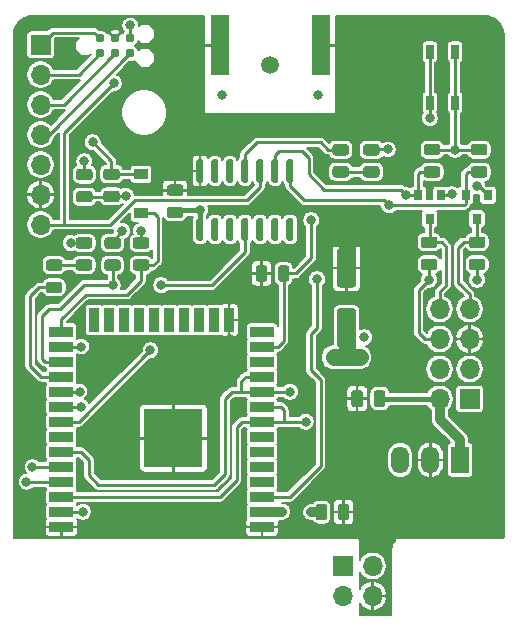
<source format=gtl>
G04 #@! TF.GenerationSoftware,KiCad,Pcbnew,(5.1.9-0-10_14)*
G04 #@! TF.CreationDate,2021-06-21T08:57:09+02:00*
G04 #@! TF.ProjectId,ithowifi_4l,6974686f-7769-4666-995f-346c2e6b6963,rev?*
G04 #@! TF.SameCoordinates,Original*
G04 #@! TF.FileFunction,Copper,L1,Top*
G04 #@! TF.FilePolarity,Positive*
%FSLAX46Y46*%
G04 Gerber Fmt 4.6, Leading zero omitted, Abs format (unit mm)*
G04 Created by KiCad (PCBNEW (5.1.9-0-10_14)) date 2021-06-21 08:57:09*
%MOMM*%
%LPD*%
G01*
G04 APERTURE LIST*
G04 #@! TA.AperFunction,SMDPad,CuDef*
%ADD10R,0.650000X1.200000*%
G04 #@! TD*
G04 #@! TA.AperFunction,ComponentPad*
%ADD11O,1.700000X1.700000*%
G04 #@! TD*
G04 #@! TA.AperFunction,ComponentPad*
%ADD12R,1.700000X1.700000*%
G04 #@! TD*
G04 #@! TA.AperFunction,SMDPad,CuDef*
%ADD13C,0.787400*%
G04 #@! TD*
G04 #@! TA.AperFunction,SMDPad,CuDef*
%ADD14R,2.000000X0.900000*%
G04 #@! TD*
G04 #@! TA.AperFunction,SMDPad,CuDef*
%ADD15R,0.900000X2.000000*%
G04 #@! TD*
G04 #@! TA.AperFunction,SMDPad,CuDef*
%ADD16R,5.000000X5.000000*%
G04 #@! TD*
G04 #@! TA.AperFunction,ComponentPad*
%ADD17C,1.500000*%
G04 #@! TD*
G04 #@! TA.AperFunction,SMDPad,CuDef*
%ADD18R,1.200000X0.900000*%
G04 #@! TD*
G04 #@! TA.AperFunction,SMDPad,CuDef*
%ADD19R,1.500000X5.080000*%
G04 #@! TD*
G04 #@! TA.AperFunction,SMDPad,CuDef*
%ADD20R,0.800000X0.900000*%
G04 #@! TD*
G04 #@! TA.AperFunction,ComponentPad*
%ADD21O,1.500000X2.300000*%
G04 #@! TD*
G04 #@! TA.AperFunction,ComponentPad*
%ADD22R,1.500000X2.300000*%
G04 #@! TD*
G04 #@! TA.AperFunction,ViaPad*
%ADD23C,0.800000*%
G04 #@! TD*
G04 #@! TA.AperFunction,Conductor*
%ADD24C,0.250000*%
G04 #@! TD*
G04 #@! TA.AperFunction,Conductor*
%ADD25C,1.473200*%
G04 #@! TD*
G04 #@! TA.AperFunction,Conductor*
%ADD26C,0.254000*%
G04 #@! TD*
G04 #@! TA.AperFunction,Conductor*
%ADD27C,0.812800*%
G04 #@! TD*
G04 #@! TA.AperFunction,Conductor*
%ADD28C,0.406400*%
G04 #@! TD*
G04 #@! TA.AperFunction,Conductor*
%ADD29C,0.203200*%
G04 #@! TD*
G04 #@! TA.AperFunction,Conductor*
%ADD30C,0.100000*%
G04 #@! TD*
G04 APERTURE END LIST*
D10*
X118682000Y-112693000D03*
X118682000Y-108393000D03*
X120832000Y-112693000D03*
X120832000Y-108393000D03*
G04 #@! TA.AperFunction,SMDPad,CuDef*
G36*
G01*
X113032000Y-137293000D02*
X113032000Y-138243000D01*
G75*
G02*
X112782000Y-138493000I-250000J0D01*
G01*
X112282000Y-138493000D01*
G75*
G02*
X112032000Y-138243000I0J250000D01*
G01*
X112032000Y-137293000D01*
G75*
G02*
X112282000Y-137043000I250000J0D01*
G01*
X112782000Y-137043000D01*
G75*
G02*
X113032000Y-137293000I0J-250000D01*
G01*
G37*
G04 #@! TD.AperFunction*
G04 #@! TA.AperFunction,SMDPad,CuDef*
G36*
G01*
X114932000Y-137293000D02*
X114932000Y-138243000D01*
G75*
G02*
X114682000Y-138493000I-250000J0D01*
G01*
X114182000Y-138493000D01*
G75*
G02*
X113932000Y-138243000I0J250000D01*
G01*
X113932000Y-137293000D01*
G75*
G02*
X114182000Y-137043000I250000J0D01*
G01*
X114682000Y-137043000D01*
G75*
G02*
X114932000Y-137293000I0J-250000D01*
G01*
G37*
G04 #@! TD.AperFunction*
G04 #@! TA.AperFunction,SMDPad,CuDef*
G36*
G01*
X112182000Y-128355500D02*
X111082000Y-128355500D01*
G75*
G02*
X110832000Y-128105500I0J250000D01*
G01*
X110832000Y-125280500D01*
G75*
G02*
X111082000Y-125030500I250000J0D01*
G01*
X112182000Y-125030500D01*
G75*
G02*
X112432000Y-125280500I0J-250000D01*
G01*
X112432000Y-128105500D01*
G75*
G02*
X112182000Y-128355500I-250000J0D01*
G01*
G37*
G04 #@! TD.AperFunction*
G04 #@! TA.AperFunction,SMDPad,CuDef*
G36*
G01*
X112182000Y-133430500D02*
X111082000Y-133430500D01*
G75*
G02*
X110832000Y-133180500I0J250000D01*
G01*
X110832000Y-130355500D01*
G75*
G02*
X111082000Y-130105500I250000J0D01*
G01*
X112182000Y-130105500D01*
G75*
G02*
X112432000Y-130355500I0J-250000D01*
G01*
X112432000Y-133180500D01*
G75*
G02*
X112182000Y-133430500I-250000J0D01*
G01*
G37*
G04 #@! TD.AperFunction*
D11*
X113832000Y-154468000D03*
X111292000Y-154468000D03*
X113832000Y-151928000D03*
D12*
X111292000Y-151928000D03*
G04 #@! TA.AperFunction,SMDPad,CuDef*
G36*
G01*
X99372600Y-124416000D02*
X99072600Y-124416000D01*
G75*
G02*
X98922600Y-124266000I0J150000D01*
G01*
X98922600Y-122616000D01*
G75*
G02*
X99072600Y-122466000I150000J0D01*
G01*
X99372600Y-122466000D01*
G75*
G02*
X99522600Y-122616000I0J-150000D01*
G01*
X99522600Y-124266000D01*
G75*
G02*
X99372600Y-124416000I-150000J0D01*
G01*
G37*
G04 #@! TD.AperFunction*
G04 #@! TA.AperFunction,SMDPad,CuDef*
G36*
G01*
X100642600Y-124416000D02*
X100342600Y-124416000D01*
G75*
G02*
X100192600Y-124266000I0J150000D01*
G01*
X100192600Y-122616000D01*
G75*
G02*
X100342600Y-122466000I150000J0D01*
G01*
X100642600Y-122466000D01*
G75*
G02*
X100792600Y-122616000I0J-150000D01*
G01*
X100792600Y-124266000D01*
G75*
G02*
X100642600Y-124416000I-150000J0D01*
G01*
G37*
G04 #@! TD.AperFunction*
G04 #@! TA.AperFunction,SMDPad,CuDef*
G36*
G01*
X101912600Y-124416000D02*
X101612600Y-124416000D01*
G75*
G02*
X101462600Y-124266000I0J150000D01*
G01*
X101462600Y-122616000D01*
G75*
G02*
X101612600Y-122466000I150000J0D01*
G01*
X101912600Y-122466000D01*
G75*
G02*
X102062600Y-122616000I0J-150000D01*
G01*
X102062600Y-124266000D01*
G75*
G02*
X101912600Y-124416000I-150000J0D01*
G01*
G37*
G04 #@! TD.AperFunction*
G04 #@! TA.AperFunction,SMDPad,CuDef*
G36*
G01*
X103182600Y-124416000D02*
X102882600Y-124416000D01*
G75*
G02*
X102732600Y-124266000I0J150000D01*
G01*
X102732600Y-122616000D01*
G75*
G02*
X102882600Y-122466000I150000J0D01*
G01*
X103182600Y-122466000D01*
G75*
G02*
X103332600Y-122616000I0J-150000D01*
G01*
X103332600Y-124266000D01*
G75*
G02*
X103182600Y-124416000I-150000J0D01*
G01*
G37*
G04 #@! TD.AperFunction*
G04 #@! TA.AperFunction,SMDPad,CuDef*
G36*
G01*
X104452600Y-124416000D02*
X104152600Y-124416000D01*
G75*
G02*
X104002600Y-124266000I0J150000D01*
G01*
X104002600Y-122616000D01*
G75*
G02*
X104152600Y-122466000I150000J0D01*
G01*
X104452600Y-122466000D01*
G75*
G02*
X104602600Y-122616000I0J-150000D01*
G01*
X104602600Y-124266000D01*
G75*
G02*
X104452600Y-124416000I-150000J0D01*
G01*
G37*
G04 #@! TD.AperFunction*
G04 #@! TA.AperFunction,SMDPad,CuDef*
G36*
G01*
X105722600Y-124416000D02*
X105422600Y-124416000D01*
G75*
G02*
X105272600Y-124266000I0J150000D01*
G01*
X105272600Y-122616000D01*
G75*
G02*
X105422600Y-122466000I150000J0D01*
G01*
X105722600Y-122466000D01*
G75*
G02*
X105872600Y-122616000I0J-150000D01*
G01*
X105872600Y-124266000D01*
G75*
G02*
X105722600Y-124416000I-150000J0D01*
G01*
G37*
G04 #@! TD.AperFunction*
G04 #@! TA.AperFunction,SMDPad,CuDef*
G36*
G01*
X106992600Y-124416000D02*
X106692600Y-124416000D01*
G75*
G02*
X106542600Y-124266000I0J150000D01*
G01*
X106542600Y-122616000D01*
G75*
G02*
X106692600Y-122466000I150000J0D01*
G01*
X106992600Y-122466000D01*
G75*
G02*
X107142600Y-122616000I0J-150000D01*
G01*
X107142600Y-124266000D01*
G75*
G02*
X106992600Y-124416000I-150000J0D01*
G01*
G37*
G04 #@! TD.AperFunction*
G04 #@! TA.AperFunction,SMDPad,CuDef*
G36*
G01*
X106992600Y-119466000D02*
X106692600Y-119466000D01*
G75*
G02*
X106542600Y-119316000I0J150000D01*
G01*
X106542600Y-117666000D01*
G75*
G02*
X106692600Y-117516000I150000J0D01*
G01*
X106992600Y-117516000D01*
G75*
G02*
X107142600Y-117666000I0J-150000D01*
G01*
X107142600Y-119316000D01*
G75*
G02*
X106992600Y-119466000I-150000J0D01*
G01*
G37*
G04 #@! TD.AperFunction*
G04 #@! TA.AperFunction,SMDPad,CuDef*
G36*
G01*
X105722600Y-119466000D02*
X105422600Y-119466000D01*
G75*
G02*
X105272600Y-119316000I0J150000D01*
G01*
X105272600Y-117666000D01*
G75*
G02*
X105422600Y-117516000I150000J0D01*
G01*
X105722600Y-117516000D01*
G75*
G02*
X105872600Y-117666000I0J-150000D01*
G01*
X105872600Y-119316000D01*
G75*
G02*
X105722600Y-119466000I-150000J0D01*
G01*
G37*
G04 #@! TD.AperFunction*
G04 #@! TA.AperFunction,SMDPad,CuDef*
G36*
G01*
X104452600Y-119466000D02*
X104152600Y-119466000D01*
G75*
G02*
X104002600Y-119316000I0J150000D01*
G01*
X104002600Y-117666000D01*
G75*
G02*
X104152600Y-117516000I150000J0D01*
G01*
X104452600Y-117516000D01*
G75*
G02*
X104602600Y-117666000I0J-150000D01*
G01*
X104602600Y-119316000D01*
G75*
G02*
X104452600Y-119466000I-150000J0D01*
G01*
G37*
G04 #@! TD.AperFunction*
G04 #@! TA.AperFunction,SMDPad,CuDef*
G36*
G01*
X103182600Y-119466000D02*
X102882600Y-119466000D01*
G75*
G02*
X102732600Y-119316000I0J150000D01*
G01*
X102732600Y-117666000D01*
G75*
G02*
X102882600Y-117516000I150000J0D01*
G01*
X103182600Y-117516000D01*
G75*
G02*
X103332600Y-117666000I0J-150000D01*
G01*
X103332600Y-119316000D01*
G75*
G02*
X103182600Y-119466000I-150000J0D01*
G01*
G37*
G04 #@! TD.AperFunction*
G04 #@! TA.AperFunction,SMDPad,CuDef*
G36*
G01*
X101912600Y-119466000D02*
X101612600Y-119466000D01*
G75*
G02*
X101462600Y-119316000I0J150000D01*
G01*
X101462600Y-117666000D01*
G75*
G02*
X101612600Y-117516000I150000J0D01*
G01*
X101912600Y-117516000D01*
G75*
G02*
X102062600Y-117666000I0J-150000D01*
G01*
X102062600Y-119316000D01*
G75*
G02*
X101912600Y-119466000I-150000J0D01*
G01*
G37*
G04 #@! TD.AperFunction*
G04 #@! TA.AperFunction,SMDPad,CuDef*
G36*
G01*
X100642600Y-119466000D02*
X100342600Y-119466000D01*
G75*
G02*
X100192600Y-119316000I0J150000D01*
G01*
X100192600Y-117666000D01*
G75*
G02*
X100342600Y-117516000I150000J0D01*
G01*
X100642600Y-117516000D01*
G75*
G02*
X100792600Y-117666000I0J-150000D01*
G01*
X100792600Y-119316000D01*
G75*
G02*
X100642600Y-119466000I-150000J0D01*
G01*
G37*
G04 #@! TD.AperFunction*
G04 #@! TA.AperFunction,SMDPad,CuDef*
G36*
G01*
X99372600Y-119466000D02*
X99072600Y-119466000D01*
G75*
G02*
X98922600Y-119316000I0J150000D01*
G01*
X98922600Y-117666000D01*
G75*
G02*
X99072600Y-117516000I150000J0D01*
G01*
X99372600Y-117516000D01*
G75*
G02*
X99522600Y-117666000I0J-150000D01*
G01*
X99522600Y-119316000D01*
G75*
G02*
X99372600Y-119466000I-150000J0D01*
G01*
G37*
G04 #@! TD.AperFunction*
D13*
X93306000Y-107266400D03*
X92036000Y-107266400D03*
X93306000Y-108536400D03*
X92036000Y-108536400D03*
X90766000Y-108536400D03*
X90766000Y-107266400D03*
D14*
X87477600Y-148615400D03*
X87477600Y-147345400D03*
X87477600Y-146075400D03*
X87477600Y-144805400D03*
X87477600Y-143535400D03*
X87477600Y-142265400D03*
X87477600Y-140995400D03*
X87477600Y-139725400D03*
X87477600Y-138455400D03*
X87477600Y-137185400D03*
X87477600Y-135915400D03*
X87477600Y-134645400D03*
X87477600Y-133375400D03*
X87477600Y-132105400D03*
D15*
X90262600Y-131105400D03*
X91532600Y-131105400D03*
X92802600Y-131105400D03*
X94072600Y-131105400D03*
X95342600Y-131105400D03*
X96612600Y-131105400D03*
X97882600Y-131105400D03*
X99152600Y-131105400D03*
X100422600Y-131105400D03*
X101692600Y-131105400D03*
D14*
X104477600Y-132105400D03*
X104477600Y-133375400D03*
X104477600Y-134645400D03*
X104477600Y-135915400D03*
X104477600Y-137185400D03*
X104477600Y-138455400D03*
X104477600Y-139725400D03*
X104477600Y-140995400D03*
X104477600Y-142265400D03*
X104477600Y-143535400D03*
X104477600Y-144805400D03*
X104477600Y-146075400D03*
X104477600Y-147345400D03*
X104477600Y-148615400D03*
D16*
X96977600Y-141115400D03*
G04 #@! TA.AperFunction,SMDPad,CuDef*
G36*
G01*
X105819500Y-127624250D02*
X105819500Y-126711750D01*
G75*
G02*
X106063250Y-126468000I243750J0D01*
G01*
X106550750Y-126468000D01*
G75*
G02*
X106794500Y-126711750I0J-243750D01*
G01*
X106794500Y-127624250D01*
G75*
G02*
X106550750Y-127868000I-243750J0D01*
G01*
X106063250Y-127868000D01*
G75*
G02*
X105819500Y-127624250I0J243750D01*
G01*
G37*
G04 #@! TD.AperFunction*
G04 #@! TA.AperFunction,SMDPad,CuDef*
G36*
G01*
X103944500Y-127624250D02*
X103944500Y-126711750D01*
G75*
G02*
X104188250Y-126468000I243750J0D01*
G01*
X104675750Y-126468000D01*
G75*
G02*
X104919500Y-126711750I0J-243750D01*
G01*
X104919500Y-127624250D01*
G75*
G02*
X104675750Y-127868000I-243750J0D01*
G01*
X104188250Y-127868000D01*
G75*
G02*
X103944500Y-127624250I0J243750D01*
G01*
G37*
G04 #@! TD.AperFunction*
D17*
X105181400Y-109474000D03*
G04 #@! TA.AperFunction,SMDPad,CuDef*
G36*
G01*
X87324250Y-126954100D02*
X86411750Y-126954100D01*
G75*
G02*
X86168000Y-126710350I0J243750D01*
G01*
X86168000Y-126222850D01*
G75*
G02*
X86411750Y-125979100I243750J0D01*
G01*
X87324250Y-125979100D01*
G75*
G02*
X87568000Y-126222850I0J-243750D01*
G01*
X87568000Y-126710350D01*
G75*
G02*
X87324250Y-126954100I-243750J0D01*
G01*
G37*
G04 #@! TD.AperFunction*
G04 #@! TA.AperFunction,SMDPad,CuDef*
G36*
G01*
X87324250Y-128829100D02*
X86411750Y-128829100D01*
G75*
G02*
X86168000Y-128585350I0J243750D01*
G01*
X86168000Y-128097850D01*
G75*
G02*
X86411750Y-127854100I243750J0D01*
G01*
X87324250Y-127854100D01*
G75*
G02*
X87568000Y-128097850I0J-243750D01*
G01*
X87568000Y-128585350D01*
G75*
G02*
X87324250Y-128829100I-243750J0D01*
G01*
G37*
G04 #@! TD.AperFunction*
G04 #@! TA.AperFunction,SMDPad,CuDef*
G36*
G01*
X88951750Y-125974500D02*
X89864250Y-125974500D01*
G75*
G02*
X90108000Y-126218250I0J-243750D01*
G01*
X90108000Y-126705750D01*
G75*
G02*
X89864250Y-126949500I-243750J0D01*
G01*
X88951750Y-126949500D01*
G75*
G02*
X88708000Y-126705750I0J243750D01*
G01*
X88708000Y-126218250D01*
G75*
G02*
X88951750Y-125974500I243750J0D01*
G01*
G37*
G04 #@! TD.AperFunction*
G04 #@! TA.AperFunction,SMDPad,CuDef*
G36*
G01*
X88951750Y-124099500D02*
X89864250Y-124099500D01*
G75*
G02*
X90108000Y-124343250I0J-243750D01*
G01*
X90108000Y-124830750D01*
G75*
G02*
X89864250Y-125074500I-243750J0D01*
G01*
X88951750Y-125074500D01*
G75*
G02*
X88708000Y-124830750I0J243750D01*
G01*
X88708000Y-124343250D01*
G75*
G02*
X88951750Y-124099500I243750J0D01*
G01*
G37*
G04 #@! TD.AperFunction*
G04 #@! TA.AperFunction,SMDPad,CuDef*
G36*
G01*
X94690250Y-125074500D02*
X93777750Y-125074500D01*
G75*
G02*
X93534000Y-124830750I0J243750D01*
G01*
X93534000Y-124343250D01*
G75*
G02*
X93777750Y-124099500I243750J0D01*
G01*
X94690250Y-124099500D01*
G75*
G02*
X94934000Y-124343250I0J-243750D01*
G01*
X94934000Y-124830750D01*
G75*
G02*
X94690250Y-125074500I-243750J0D01*
G01*
G37*
G04 #@! TD.AperFunction*
G04 #@! TA.AperFunction,SMDPad,CuDef*
G36*
G01*
X94690250Y-126949500D02*
X93777750Y-126949500D01*
G75*
G02*
X93534000Y-126705750I0J243750D01*
G01*
X93534000Y-126218250D01*
G75*
G02*
X93777750Y-125974500I243750J0D01*
G01*
X94690250Y-125974500D01*
G75*
G02*
X94934000Y-126218250I0J-243750D01*
G01*
X94934000Y-126705750D01*
G75*
G02*
X94690250Y-126949500I-243750J0D01*
G01*
G37*
G04 #@! TD.AperFunction*
G04 #@! TA.AperFunction,SMDPad,CuDef*
G36*
G01*
X89888250Y-119280500D02*
X88975750Y-119280500D01*
G75*
G02*
X88732000Y-119036750I0J243750D01*
G01*
X88732000Y-118549250D01*
G75*
G02*
X88975750Y-118305500I243750J0D01*
G01*
X89888250Y-118305500D01*
G75*
G02*
X90132000Y-118549250I0J-243750D01*
G01*
X90132000Y-119036750D01*
G75*
G02*
X89888250Y-119280500I-243750J0D01*
G01*
G37*
G04 #@! TD.AperFunction*
G04 #@! TA.AperFunction,SMDPad,CuDef*
G36*
G01*
X89888250Y-121155500D02*
X88975750Y-121155500D01*
G75*
G02*
X88732000Y-120911750I0J243750D01*
G01*
X88732000Y-120424250D01*
G75*
G02*
X88975750Y-120180500I243750J0D01*
G01*
X89888250Y-120180500D01*
G75*
G02*
X90132000Y-120424250I0J-243750D01*
G01*
X90132000Y-120911750D01*
G75*
G02*
X89888250Y-121155500I-243750J0D01*
G01*
G37*
G04 #@! TD.AperFunction*
D11*
X85725000Y-123037600D03*
X85725000Y-120497600D03*
X85725000Y-117957600D03*
X85725000Y-115417600D03*
X85725000Y-112877600D03*
X85725000Y-110337600D03*
D12*
X85725000Y-107797600D03*
D18*
X94232000Y-122068000D03*
X94232000Y-118768000D03*
G04 #@! TA.AperFunction,SMDPad,CuDef*
G36*
G01*
X110886900Y-147827050D02*
X110886900Y-146914550D01*
G75*
G02*
X111130650Y-146670800I243750J0D01*
G01*
X111618150Y-146670800D01*
G75*
G02*
X111861900Y-146914550I0J-243750D01*
G01*
X111861900Y-147827050D01*
G75*
G02*
X111618150Y-148070800I-243750J0D01*
G01*
X111130650Y-148070800D01*
G75*
G02*
X110886900Y-147827050I0J243750D01*
G01*
G37*
G04 #@! TD.AperFunction*
G04 #@! TA.AperFunction,SMDPad,CuDef*
G36*
G01*
X109011900Y-147827050D02*
X109011900Y-146914550D01*
G75*
G02*
X109255650Y-146670800I243750J0D01*
G01*
X109743150Y-146670800D01*
G75*
G02*
X109986900Y-146914550I0J-243750D01*
G01*
X109986900Y-147827050D01*
G75*
G02*
X109743150Y-148070800I-243750J0D01*
G01*
X109255650Y-148070800D01*
G75*
G02*
X109011900Y-147827050I0J243750D01*
G01*
G37*
G04 #@! TD.AperFunction*
G04 #@! TA.AperFunction,SMDPad,CuDef*
G36*
G01*
X92188250Y-119255500D02*
X91275750Y-119255500D01*
G75*
G02*
X91032000Y-119011750I0J243750D01*
G01*
X91032000Y-118524250D01*
G75*
G02*
X91275750Y-118280500I243750J0D01*
G01*
X92188250Y-118280500D01*
G75*
G02*
X92432000Y-118524250I0J-243750D01*
G01*
X92432000Y-119011750D01*
G75*
G02*
X92188250Y-119255500I-243750J0D01*
G01*
G37*
G04 #@! TD.AperFunction*
G04 #@! TA.AperFunction,SMDPad,CuDef*
G36*
G01*
X92188250Y-121130500D02*
X91275750Y-121130500D01*
G75*
G02*
X91032000Y-120886750I0J243750D01*
G01*
X91032000Y-120399250D01*
G75*
G02*
X91275750Y-120155500I243750J0D01*
G01*
X92188250Y-120155500D01*
G75*
G02*
X92432000Y-120399250I0J-243750D01*
G01*
X92432000Y-120886750D01*
G75*
G02*
X92188250Y-121130500I-243750J0D01*
G01*
G37*
G04 #@! TD.AperFunction*
D19*
X100931400Y-107848400D03*
X109431400Y-107848400D03*
G04 #@! TA.AperFunction,SMDPad,CuDef*
G36*
G01*
X110675750Y-118080500D02*
X111588250Y-118080500D01*
G75*
G02*
X111832000Y-118324250I0J-243750D01*
G01*
X111832000Y-118811750D01*
G75*
G02*
X111588250Y-119055500I-243750J0D01*
G01*
X110675750Y-119055500D01*
G75*
G02*
X110432000Y-118811750I0J243750D01*
G01*
X110432000Y-118324250D01*
G75*
G02*
X110675750Y-118080500I243750J0D01*
G01*
G37*
G04 #@! TD.AperFunction*
G04 #@! TA.AperFunction,SMDPad,CuDef*
G36*
G01*
X110675750Y-116205500D02*
X111588250Y-116205500D01*
G75*
G02*
X111832000Y-116449250I0J-243750D01*
G01*
X111832000Y-116936750D01*
G75*
G02*
X111588250Y-117180500I-243750J0D01*
G01*
X110675750Y-117180500D01*
G75*
G02*
X110432000Y-116936750I0J243750D01*
G01*
X110432000Y-116449250D01*
G75*
G02*
X110675750Y-116205500I243750J0D01*
G01*
G37*
G04 #@! TD.AperFunction*
G04 #@! TA.AperFunction,SMDPad,CuDef*
G36*
G01*
X92277250Y-126949500D02*
X91364750Y-126949500D01*
G75*
G02*
X91121000Y-126705750I0J243750D01*
G01*
X91121000Y-126218250D01*
G75*
G02*
X91364750Y-125974500I243750J0D01*
G01*
X92277250Y-125974500D01*
G75*
G02*
X92521000Y-126218250I0J-243750D01*
G01*
X92521000Y-126705750D01*
G75*
G02*
X92277250Y-126949500I-243750J0D01*
G01*
G37*
G04 #@! TD.AperFunction*
G04 #@! TA.AperFunction,SMDPad,CuDef*
G36*
G01*
X92277250Y-125074500D02*
X91364750Y-125074500D01*
G75*
G02*
X91121000Y-124830750I0J243750D01*
G01*
X91121000Y-124343250D01*
G75*
G02*
X91364750Y-124099500I243750J0D01*
G01*
X92277250Y-124099500D01*
G75*
G02*
X92521000Y-124343250I0J-243750D01*
G01*
X92521000Y-124830750D01*
G75*
G02*
X92277250Y-125074500I-243750J0D01*
G01*
G37*
G04 #@! TD.AperFunction*
G04 #@! TA.AperFunction,SMDPad,CuDef*
G36*
G01*
X113275750Y-118080500D02*
X114188250Y-118080500D01*
G75*
G02*
X114432000Y-118324250I0J-243750D01*
G01*
X114432000Y-118811750D01*
G75*
G02*
X114188250Y-119055500I-243750J0D01*
G01*
X113275750Y-119055500D01*
G75*
G02*
X113032000Y-118811750I0J243750D01*
G01*
X113032000Y-118324250D01*
G75*
G02*
X113275750Y-118080500I243750J0D01*
G01*
G37*
G04 #@! TD.AperFunction*
G04 #@! TA.AperFunction,SMDPad,CuDef*
G36*
G01*
X113275750Y-116205500D02*
X114188250Y-116205500D01*
G75*
G02*
X114432000Y-116449250I0J-243750D01*
G01*
X114432000Y-116936750D01*
G75*
G02*
X114188250Y-117180500I-243750J0D01*
G01*
X113275750Y-117180500D01*
G75*
G02*
X113032000Y-116936750I0J243750D01*
G01*
X113032000Y-116449250D01*
G75*
G02*
X113275750Y-116205500I243750J0D01*
G01*
G37*
G04 #@! TD.AperFunction*
G04 #@! TA.AperFunction,SMDPad,CuDef*
G36*
G01*
X118161750Y-125911000D02*
X119074250Y-125911000D01*
G75*
G02*
X119318000Y-126154750I0J-243750D01*
G01*
X119318000Y-126642250D01*
G75*
G02*
X119074250Y-126886000I-243750J0D01*
G01*
X118161750Y-126886000D01*
G75*
G02*
X117918000Y-126642250I0J243750D01*
G01*
X117918000Y-126154750D01*
G75*
G02*
X118161750Y-125911000I243750J0D01*
G01*
G37*
G04 #@! TD.AperFunction*
G04 #@! TA.AperFunction,SMDPad,CuDef*
G36*
G01*
X118161750Y-124036000D02*
X119074250Y-124036000D01*
G75*
G02*
X119318000Y-124279750I0J-243750D01*
G01*
X119318000Y-124767250D01*
G75*
G02*
X119074250Y-125011000I-243750J0D01*
G01*
X118161750Y-125011000D01*
G75*
G02*
X117918000Y-124767250I0J243750D01*
G01*
X117918000Y-124279750D01*
G75*
G02*
X118161750Y-124036000I243750J0D01*
G01*
G37*
G04 #@! TD.AperFunction*
G04 #@! TA.AperFunction,SMDPad,CuDef*
G36*
G01*
X122225750Y-125911000D02*
X123138250Y-125911000D01*
G75*
G02*
X123382000Y-126154750I0J-243750D01*
G01*
X123382000Y-126642250D01*
G75*
G02*
X123138250Y-126886000I-243750J0D01*
G01*
X122225750Y-126886000D01*
G75*
G02*
X121982000Y-126642250I0J243750D01*
G01*
X121982000Y-126154750D01*
G75*
G02*
X122225750Y-125911000I243750J0D01*
G01*
G37*
G04 #@! TD.AperFunction*
G04 #@! TA.AperFunction,SMDPad,CuDef*
G36*
G01*
X122225750Y-124036000D02*
X123138250Y-124036000D01*
G75*
G02*
X123382000Y-124279750I0J-243750D01*
G01*
X123382000Y-124767250D01*
G75*
G02*
X123138250Y-125011000I-243750J0D01*
G01*
X122225750Y-125011000D01*
G75*
G02*
X121982000Y-124767250I0J243750D01*
G01*
X121982000Y-124279750D01*
G75*
G02*
X122225750Y-124036000I243750J0D01*
G01*
G37*
G04 #@! TD.AperFunction*
G04 #@! TA.AperFunction,SMDPad,CuDef*
G36*
G01*
X118415750Y-118074400D02*
X119328250Y-118074400D01*
G75*
G02*
X119572000Y-118318150I0J-243750D01*
G01*
X119572000Y-118805650D01*
G75*
G02*
X119328250Y-119049400I-243750J0D01*
G01*
X118415750Y-119049400D01*
G75*
G02*
X118172000Y-118805650I0J243750D01*
G01*
X118172000Y-118318150D01*
G75*
G02*
X118415750Y-118074400I243750J0D01*
G01*
G37*
G04 #@! TD.AperFunction*
G04 #@! TA.AperFunction,SMDPad,CuDef*
G36*
G01*
X118415750Y-116199400D02*
X119328250Y-116199400D01*
G75*
G02*
X119572000Y-116443150I0J-243750D01*
G01*
X119572000Y-116930650D01*
G75*
G02*
X119328250Y-117174400I-243750J0D01*
G01*
X118415750Y-117174400D01*
G75*
G02*
X118172000Y-116930650I0J243750D01*
G01*
X118172000Y-116443150D01*
G75*
G02*
X118415750Y-116199400I243750J0D01*
G01*
G37*
G04 #@! TD.AperFunction*
G04 #@! TA.AperFunction,SMDPad,CuDef*
G36*
G01*
X123316050Y-117174400D02*
X122403550Y-117174400D01*
G75*
G02*
X122159800Y-116930650I0J243750D01*
G01*
X122159800Y-116443150D01*
G75*
G02*
X122403550Y-116199400I243750J0D01*
G01*
X123316050Y-116199400D01*
G75*
G02*
X123559800Y-116443150I0J-243750D01*
G01*
X123559800Y-116930650D01*
G75*
G02*
X123316050Y-117174400I-243750J0D01*
G01*
G37*
G04 #@! TD.AperFunction*
G04 #@! TA.AperFunction,SMDPad,CuDef*
G36*
G01*
X123316050Y-119049400D02*
X122403550Y-119049400D01*
G75*
G02*
X122159800Y-118805650I0J243750D01*
G01*
X122159800Y-118318150D01*
G75*
G02*
X122403550Y-118074400I243750J0D01*
G01*
X123316050Y-118074400D01*
G75*
G02*
X123559800Y-118318150I0J-243750D01*
G01*
X123559800Y-118805650D01*
G75*
G02*
X123316050Y-119049400I-243750J0D01*
G01*
G37*
G04 #@! TD.AperFunction*
G04 #@! TA.AperFunction,SMDPad,CuDef*
G36*
G01*
X97570650Y-122479100D02*
X96658150Y-122479100D01*
G75*
G02*
X96414400Y-122235350I0J243750D01*
G01*
X96414400Y-121747850D01*
G75*
G02*
X96658150Y-121504100I243750J0D01*
G01*
X97570650Y-121504100D01*
G75*
G02*
X97814400Y-121747850I0J-243750D01*
G01*
X97814400Y-122235350D01*
G75*
G02*
X97570650Y-122479100I-243750J0D01*
G01*
G37*
G04 #@! TD.AperFunction*
G04 #@! TA.AperFunction,SMDPad,CuDef*
G36*
G01*
X97570650Y-120604100D02*
X96658150Y-120604100D01*
G75*
G02*
X96414400Y-120360350I0J243750D01*
G01*
X96414400Y-119872850D01*
G75*
G02*
X96658150Y-119629100I243750J0D01*
G01*
X97570650Y-119629100D01*
G75*
G02*
X97814400Y-119872850I0J-243750D01*
G01*
X97814400Y-120360350D01*
G75*
G02*
X97570650Y-120604100I-243750J0D01*
G01*
G37*
G04 #@! TD.AperFunction*
D20*
X118658600Y-122539000D03*
X117708600Y-120539000D03*
X119608600Y-120539000D03*
X122656600Y-122539000D03*
X121706600Y-120539000D03*
X123606600Y-120539000D03*
D21*
X116179600Y-142951200D03*
X118719600Y-142951200D03*
D22*
X121259600Y-142951200D03*
D12*
X122047000Y-137795000D03*
D11*
X119507000Y-137795000D03*
X122047000Y-135255000D03*
X119507000Y-135255000D03*
X122047000Y-132715000D03*
X119507000Y-132715000D03*
X122047000Y-130175000D03*
X119507000Y-130175000D03*
D23*
X95250000Y-139700000D03*
X98806000Y-139700000D03*
X97028000Y-139700000D03*
X98806000Y-142748000D03*
X97028000Y-142748000D03*
X95250000Y-142748000D03*
X95250000Y-141224000D03*
X98806000Y-141224000D03*
X97028000Y-141224000D03*
X99187000Y-105918000D03*
X99187000Y-107442000D03*
X99187000Y-109093000D03*
X101092000Y-112014000D03*
X109220000Y-112014000D03*
X99248000Y-120142000D03*
X101727000Y-132715000D03*
X89154000Y-148590000D03*
X106172000Y-148590000D03*
X99187000Y-110871000D03*
X99187000Y-112522000D03*
X99187000Y-114173000D03*
X111125000Y-105918000D03*
X111125000Y-107442000D03*
X111125000Y-109093000D03*
X111125000Y-110871000D03*
X111125000Y-114173000D03*
X111125000Y-112522000D03*
X105918000Y-114173000D03*
X109220000Y-114173000D03*
X102489000Y-114173000D03*
X104140000Y-114173000D03*
X100965000Y-114173000D03*
X107569000Y-114173000D03*
X102432000Y-138568000D03*
X112032000Y-139368000D03*
X111632000Y-124168000D03*
X112732000Y-124168000D03*
X110532000Y-124168000D03*
X122682000Y-127698500D03*
X118618000Y-127698500D03*
X106172000Y-147320000D03*
X122682000Y-119761000D03*
X94234000Y-123571000D03*
X99248000Y-121793000D03*
X88265000Y-124587000D03*
X108632000Y-147368000D03*
X120532000Y-120468000D03*
X120813090Y-116686900D03*
X115132000Y-116668000D03*
X89432000Y-117668000D03*
X92632000Y-123568000D03*
X111632000Y-134268000D03*
X112732000Y-134268000D03*
X110532000Y-134268000D03*
X113132002Y-132568000D03*
X91832000Y-128168000D03*
X95932004Y-128168000D03*
X93332000Y-106168000D03*
X91932000Y-111068000D03*
X85039200Y-143560804D03*
X84531209Y-144805391D03*
X89309400Y-147345400D03*
X95032000Y-133668000D03*
X89154000Y-138430000D03*
X89027000Y-137160002D03*
X89154000Y-133350000D03*
X92932000Y-120568000D03*
X109132000Y-127668006D03*
X90132000Y-116068000D03*
X106849400Y-137185400D03*
X115232000Y-121367999D03*
X116697000Y-120539000D03*
X108174600Y-139725400D03*
X118681998Y-114018000D03*
X108632000Y-122668000D03*
D24*
X99593400Y-107848400D02*
X99187000Y-107442000D01*
X100931400Y-107848400D02*
X99593400Y-107848400D01*
X110718600Y-107848400D02*
X111125000Y-107442000D01*
X109431400Y-107848400D02*
X110718600Y-107848400D01*
D25*
X111632000Y-126693000D02*
X111632000Y-124168000D01*
X112732000Y-124168000D02*
X110532000Y-124168000D01*
D26*
X122682000Y-126398500D02*
X122682000Y-127698500D01*
X118618000Y-127698500D02*
X118618000Y-126398500D01*
X118618000Y-127698500D02*
X117748500Y-128568000D01*
X117748500Y-128568000D02*
X117748500Y-132184500D01*
X118279000Y-132715000D02*
X119507000Y-132715000D01*
X117748500Y-132184500D02*
X118279000Y-132715000D01*
D27*
X106146600Y-147345400D02*
X106172000Y-147320000D01*
X104477600Y-147345400D02*
X106146600Y-147345400D01*
D26*
X122682000Y-119761000D02*
X122828600Y-119761000D01*
X94234000Y-124587000D02*
X94234000Y-123571000D01*
D28*
X99222600Y-121818400D02*
X99248000Y-121793000D01*
X99222600Y-123441000D02*
X99222600Y-121818400D01*
X97313000Y-121793000D02*
X97114400Y-121991600D01*
X99248000Y-121793000D02*
X97313000Y-121793000D01*
D26*
X89408000Y-124587000D02*
X88265000Y-124587000D01*
D27*
X108634800Y-147370800D02*
X108632000Y-147368000D01*
X109499400Y-147370800D02*
X108634800Y-147370800D01*
D26*
X120461000Y-120539000D02*
X120532000Y-120468000D01*
X119608600Y-120539000D02*
X120461000Y-120539000D01*
X118872000Y-116686900D02*
X120813090Y-116686900D01*
X113757000Y-116668000D02*
X113732000Y-116693000D01*
X115132000Y-116668000D02*
X113757000Y-116668000D01*
X89432000Y-118793000D02*
X89432000Y-117668000D01*
X91821000Y-124379000D02*
X92632000Y-123568000D01*
X91821000Y-124587000D02*
X91821000Y-124379000D01*
D25*
X111632000Y-131768000D02*
X111632000Y-134268000D01*
X112732000Y-134268000D02*
X110532000Y-134268000D01*
D24*
X85725000Y-115417600D02*
X86424800Y-115417600D01*
X86424800Y-115417600D02*
X93306000Y-108536400D01*
D26*
X122828600Y-119761000D02*
X123606600Y-120539000D01*
X122859800Y-116686900D02*
X120813090Y-116686900D01*
X120832000Y-116667990D02*
X120813090Y-116686900D01*
X120832000Y-112618000D02*
X120832000Y-116667990D01*
X120832000Y-108468000D02*
X120832000Y-112618000D01*
X122656600Y-124498100D02*
X122682000Y-124523500D01*
X122656600Y-122539000D02*
X122656600Y-124498100D01*
X121094500Y-127952500D02*
X122047000Y-128905000D01*
X122047000Y-128905000D02*
X122047000Y-130175000D01*
X121539000Y-124523500D02*
X121094500Y-124968000D01*
X121094500Y-124968000D02*
X121094500Y-127952500D01*
X122682000Y-124523500D02*
X121539000Y-124523500D01*
X118658600Y-124482900D02*
X118618000Y-124523500D01*
X118658600Y-122539000D02*
X118658600Y-124482900D01*
X118618000Y-124523500D02*
X119697500Y-124523500D01*
X119697500Y-124523500D02*
X120078500Y-124904500D01*
X120078500Y-124904500D02*
X120078500Y-128143000D01*
X120078500Y-128143000D02*
X119507000Y-128714500D01*
X119507000Y-128714500D02*
X119507000Y-130175000D01*
X111125000Y-116686000D02*
X111132000Y-116693000D01*
X110057000Y-116693000D02*
X111132000Y-116693000D01*
X104032000Y-116068000D02*
X109432000Y-116068000D01*
X109432000Y-116068000D02*
X110057000Y-116693000D01*
X103032600Y-117067400D02*
X104032000Y-116068000D01*
X103032600Y-118491000D02*
X103032600Y-117067400D01*
X87363000Y-130186300D02*
X89431700Y-128117600D01*
X85852000Y-130784600D02*
X86450300Y-130186300D01*
X86450300Y-130186300D02*
X87363000Y-130186300D01*
X89431700Y-128117600D02*
X91821000Y-128117600D01*
X86131400Y-134645400D02*
X85852000Y-134366000D01*
X85852000Y-134366000D02*
X85852000Y-130784600D01*
X87477600Y-134645400D02*
X86131400Y-134645400D01*
X91821000Y-128117600D02*
X91821000Y-128157000D01*
X91821000Y-128157000D02*
X91832000Y-128168000D01*
X91821000Y-126462000D02*
X91821000Y-128157000D01*
X100232000Y-128168000D02*
X95932004Y-128168000D01*
X103032600Y-125367400D02*
X100232000Y-128168000D01*
X103032600Y-123441000D02*
X103032600Y-125367400D01*
X93306000Y-106194000D02*
X93332000Y-106168000D01*
X93306000Y-107266400D02*
X93306000Y-106194000D01*
X91623798Y-123037600D02*
X85725000Y-123037600D01*
X93681198Y-120980200D02*
X91623798Y-123037600D01*
X103185000Y-120980200D02*
X93681198Y-120980200D01*
X104302600Y-119862600D02*
X103185000Y-120980200D01*
X104302600Y-118491000D02*
X104302600Y-119862600D01*
X87732000Y-115268000D02*
X91932000Y-111068000D01*
X87732000Y-123007200D02*
X87732000Y-115268000D01*
X87701600Y-123037600D02*
X87732000Y-123007200D01*
X85725000Y-123037600D02*
X87701600Y-123037600D01*
X94234000Y-127787400D02*
X94234000Y-126462000D01*
X87477600Y-131038600D02*
X89560400Y-128955800D01*
X93065600Y-128955800D02*
X94234000Y-127787400D01*
X89560400Y-128955800D02*
X93065600Y-128955800D01*
X87477600Y-132105400D02*
X87477600Y-131038600D01*
X94234000Y-126462000D02*
X95238000Y-126462000D01*
X95238000Y-126462000D02*
X95632000Y-126068000D01*
X95632000Y-126068000D02*
X95632000Y-122368000D01*
X95332000Y-122068000D02*
X94232000Y-122068000D01*
X95632000Y-122368000D02*
X95332000Y-122068000D01*
D24*
X85199196Y-143560804D02*
X85039200Y-143560804D01*
X85220800Y-143539200D02*
X85199196Y-143560804D01*
D26*
X87477600Y-143535400D02*
X85064604Y-143535400D01*
X85064604Y-143535400D02*
X85039200Y-143560804D01*
D24*
X87694800Y-112877600D02*
X91964932Y-108607468D01*
X85725000Y-112877600D02*
X87694800Y-112877600D01*
D26*
X87477600Y-144805400D02*
X84531218Y-144805400D01*
X84531218Y-144805400D02*
X84531209Y-144805391D01*
D24*
X86817400Y-144830800D02*
X86839000Y-144809200D01*
X88964800Y-110337600D02*
X90766000Y-108536400D01*
X85725000Y-110337600D02*
X88964800Y-110337600D01*
D26*
X87477600Y-147345400D02*
X89309400Y-147345400D01*
X87477600Y-139725400D02*
X88974600Y-139725400D01*
X88974600Y-139725400D02*
X95032000Y-133668000D01*
X87503000Y-138430000D02*
X87477600Y-138455400D01*
X89154000Y-138430000D02*
X87503000Y-138430000D01*
X87477600Y-137185400D02*
X89001602Y-137185400D01*
X89001602Y-137185400D02*
X89027000Y-137160002D01*
X87503000Y-133350000D02*
X87477600Y-133375400D01*
X89154000Y-133350000D02*
X87503000Y-133350000D01*
X91707000Y-120668000D02*
X91732000Y-120643000D01*
X89432000Y-120668000D02*
X91707000Y-120668000D01*
X92857000Y-120643000D02*
X92932000Y-120568000D01*
X91732000Y-120643000D02*
X92857000Y-120643000D01*
X104477600Y-146075400D02*
X106824600Y-146075400D01*
X106824600Y-146075400D02*
X109432000Y-143468000D01*
X109432000Y-143468000D02*
X109432000Y-136168000D01*
X109432000Y-136168000D02*
X108632000Y-135368000D01*
X108632000Y-135368000D02*
X108632000Y-132268000D01*
X109132000Y-131768000D02*
X109132000Y-127668006D01*
X108632000Y-132268000D02*
X109132000Y-131768000D01*
D24*
X90766000Y-107266400D02*
X90267600Y-106768000D01*
X86754600Y-106768000D02*
X85725000Y-107797600D01*
X90267600Y-106768000D02*
X86754600Y-106768000D01*
D26*
X91732000Y-118768000D02*
X94232000Y-118768000D01*
X91732000Y-118768000D02*
X91732000Y-117668000D01*
X91732000Y-117668000D02*
X90132000Y-116068000D01*
X86872600Y-126462000D02*
X86868000Y-126466600D01*
X89408000Y-126462000D02*
X86872600Y-126462000D01*
X86863400Y-128346200D02*
X86868000Y-128341600D01*
X85602600Y-128341600D02*
X86868000Y-128341600D01*
X84832000Y-134997000D02*
X84832000Y-129112200D01*
X85750400Y-135915400D02*
X84832000Y-134997000D01*
X84832000Y-129112200D02*
X85602600Y-128341600D01*
X87477600Y-135915400D02*
X85750400Y-135915400D01*
X111132000Y-118568000D02*
X113732000Y-118568000D01*
X121706600Y-118755200D02*
X121899900Y-118561900D01*
X121706600Y-120539000D02*
X121706600Y-118755200D01*
X103084600Y-135915400D02*
X104477600Y-135915400D01*
X102732000Y-137185400D02*
X102732000Y-136268000D01*
X102732000Y-136268000D02*
X103084600Y-135915400D01*
X104477600Y-137185400D02*
X102732000Y-137185400D01*
X100432000Y-145068000D02*
X101332000Y-144168000D01*
X89832000Y-142968000D02*
X89832000Y-144268000D01*
X101914600Y-137185400D02*
X102732000Y-137185400D01*
X89832000Y-144268000D02*
X90632000Y-145068000D01*
X89132000Y-142268000D02*
X89832000Y-142968000D01*
X101332000Y-137768000D02*
X101914600Y-137185400D01*
X88734200Y-142268000D02*
X89132000Y-142268000D01*
X88731600Y-142265400D02*
X88734200Y-142268000D01*
X101332000Y-144168000D02*
X101332000Y-137768000D01*
X90632000Y-145068000D02*
X100432000Y-145068000D01*
X87477600Y-142265400D02*
X88731600Y-142265400D01*
X104477600Y-137185400D02*
X106849400Y-137185400D01*
X121706600Y-120539000D02*
X121706600Y-121243000D01*
X121706600Y-121243000D02*
X121581601Y-121367999D01*
X121581601Y-121367999D02*
X115232000Y-121367999D01*
X121899900Y-118561900D02*
X122859800Y-118561900D01*
X108042600Y-120978600D02*
X114842601Y-120978600D01*
X114842601Y-120978600D02*
X115232000Y-121367999D01*
X106842600Y-119778600D02*
X108042600Y-120978600D01*
X106842600Y-118491000D02*
X106842600Y-119778600D01*
X118872000Y-118561900D02*
X117886700Y-118561900D01*
X117708600Y-118740000D02*
X117708600Y-120539000D01*
X117886700Y-118561900D02*
X117708600Y-118740000D01*
X117708600Y-120539000D02*
X116697000Y-120539000D01*
X106324400Y-139725400D02*
X106324400Y-138709400D01*
X104477600Y-139725400D02*
X106324400Y-139725400D01*
X106070400Y-138455400D02*
X104477600Y-138455400D01*
X106324400Y-138709400D02*
X106070400Y-138455400D01*
X102332000Y-140168000D02*
X102774600Y-139725400D01*
X102774600Y-139725400D02*
X104477600Y-139725400D01*
X102332000Y-144668000D02*
X102332000Y-140168000D01*
X100924600Y-146075400D02*
X102332000Y-144668000D01*
X87477600Y-146075400D02*
X100924600Y-146075400D01*
X106324400Y-139725400D02*
X108174600Y-139725400D01*
X105572600Y-117127400D02*
X105572600Y-118491000D01*
X105932000Y-116768000D02*
X105572600Y-117127400D01*
X107832000Y-116768000D02*
X105932000Y-116768000D01*
X116226000Y-120068000D02*
X109732000Y-120068000D01*
X108432000Y-117368000D02*
X107832000Y-116768000D01*
X108432000Y-118768000D02*
X108432000Y-117368000D01*
X109732000Y-120068000D02*
X108432000Y-118768000D01*
X116697000Y-120539000D02*
X116226000Y-120068000D01*
X106332000Y-126693000D02*
X106307000Y-126668000D01*
X118682000Y-112618000D02*
X118682000Y-114017998D01*
X118682000Y-114017998D02*
X118681998Y-114018000D01*
X108632000Y-125868000D02*
X108632000Y-122668000D01*
X107332000Y-127168000D02*
X108632000Y-125868000D01*
X106307000Y-127168000D02*
X107332000Y-127168000D01*
X118682000Y-108468000D02*
X118682000Y-112618000D01*
X106307000Y-127168000D02*
X106307000Y-132893000D01*
X105824600Y-133375400D02*
X104477600Y-133375400D01*
X106307000Y-132893000D02*
X105824600Y-133375400D01*
D27*
X121259600Y-142951200D02*
X121259600Y-141262100D01*
X119507000Y-139509500D02*
X119507000Y-137795000D01*
X121259600Y-141262100D02*
X119507000Y-139509500D01*
D28*
X114459000Y-137795000D02*
X114432000Y-137768000D01*
X119507000Y-137795000D02*
X114459000Y-137795000D01*
D29*
X99593400Y-113538000D02*
X99595352Y-113557821D01*
X99601134Y-113576881D01*
X99610523Y-113594446D01*
X99623158Y-113609842D01*
X99638554Y-113622477D01*
X99656119Y-113631866D01*
X99675179Y-113637648D01*
X99695000Y-113639600D01*
X110617000Y-113639600D01*
X110636821Y-113637648D01*
X110655881Y-113631866D01*
X110673446Y-113622477D01*
X110688842Y-113609842D01*
X110701477Y-113594446D01*
X110710866Y-113576881D01*
X110716648Y-113557821D01*
X110718600Y-113538000D01*
X110718600Y-105373600D01*
X123312165Y-105373600D01*
X123641308Y-105405873D01*
X123938841Y-105495703D01*
X124213253Y-105641612D01*
X124454097Y-105838041D01*
X124652203Y-106077508D01*
X124800026Y-106350901D01*
X124891929Y-106647793D01*
X124926400Y-106975759D01*
X124926401Y-149448158D01*
X124922695Y-149485957D01*
X124917480Y-149503228D01*
X124909006Y-149519166D01*
X124897606Y-149533144D01*
X124883695Y-149544652D01*
X124867829Y-149553231D01*
X124850590Y-149558567D01*
X124814122Y-149562400D01*
X116312079Y-149562400D01*
X116294786Y-149564103D01*
X116291750Y-149564082D01*
X116286113Y-149564634D01*
X116269310Y-149566400D01*
X115832000Y-149566400D01*
X115812179Y-149568352D01*
X115793119Y-149574134D01*
X115775554Y-149583523D01*
X115760158Y-149596158D01*
X115747523Y-149611554D01*
X115738134Y-149629119D01*
X115732352Y-149648179D01*
X115730400Y-149668000D01*
X115730400Y-149793463D01*
X115718675Y-149803163D01*
X115692783Y-149829238D01*
X115666510Y-149854966D01*
X115662900Y-149859329D01*
X115601224Y-149934950D01*
X115580887Y-149965560D01*
X115560108Y-149995907D01*
X115557414Y-150000888D01*
X115511602Y-150087049D01*
X115497585Y-150121059D01*
X115483114Y-150154822D01*
X115481439Y-150160232D01*
X115453234Y-150253650D01*
X115446094Y-150289709D01*
X115438450Y-150325673D01*
X115437858Y-150331305D01*
X115428336Y-150428422D01*
X115428336Y-150428432D01*
X115426401Y-150448079D01*
X115426400Y-155948168D01*
X115422695Y-155985957D01*
X115417480Y-156003228D01*
X115409006Y-156019166D01*
X115397606Y-156033144D01*
X115383695Y-156044652D01*
X115367829Y-156053231D01*
X115350590Y-156058567D01*
X115314122Y-156062400D01*
X112733600Y-156062400D01*
X112733600Y-155065585D01*
X112800829Y-155185795D01*
X112960677Y-155373174D01*
X113154010Y-155525768D01*
X113373398Y-155637712D01*
X113610409Y-155704705D01*
X113806600Y-155622544D01*
X113806600Y-154493400D01*
X113857400Y-154493400D01*
X113857400Y-155622544D01*
X114053591Y-155704705D01*
X114290602Y-155637712D01*
X114509990Y-155525768D01*
X114703323Y-155373174D01*
X114863171Y-155185795D01*
X114983392Y-154970831D01*
X115059366Y-154736544D01*
X115068704Y-154689591D01*
X114986521Y-154493400D01*
X113857400Y-154493400D01*
X113806600Y-154493400D01*
X113786600Y-154493400D01*
X113786600Y-154442600D01*
X113806600Y-154442600D01*
X113806600Y-153313456D01*
X113857400Y-153313456D01*
X113857400Y-154442600D01*
X114986521Y-154442600D01*
X115068704Y-154246409D01*
X115059366Y-154199456D01*
X114983392Y-153965169D01*
X114863171Y-153750205D01*
X114703323Y-153562826D01*
X114509990Y-153410232D01*
X114290602Y-153298288D01*
X114053591Y-153231295D01*
X113857400Y-153313456D01*
X113806600Y-153313456D01*
X113610409Y-153231295D01*
X113373398Y-153298288D01*
X113154010Y-153410232D01*
X112960677Y-153562826D01*
X112800829Y-153750205D01*
X112733600Y-153870415D01*
X112733600Y-152426612D01*
X112763611Y-152499066D01*
X112895550Y-152696525D01*
X113063475Y-152864450D01*
X113260934Y-152996389D01*
X113480340Y-153087269D01*
X113713259Y-153133600D01*
X113950741Y-153133600D01*
X114183660Y-153087269D01*
X114403066Y-152996389D01*
X114600525Y-152864450D01*
X114768450Y-152696525D01*
X114900389Y-152499066D01*
X114991269Y-152279660D01*
X115037600Y-152046741D01*
X115037600Y-151809259D01*
X114991269Y-151576340D01*
X114900389Y-151356934D01*
X114768450Y-151159475D01*
X114600525Y-150991550D01*
X114403066Y-150859611D01*
X114183660Y-150768731D01*
X113950741Y-150722400D01*
X113713259Y-150722400D01*
X113480340Y-150768731D01*
X113260934Y-150859611D01*
X113063475Y-150991550D01*
X112895550Y-151159475D01*
X112763611Y-151356934D01*
X112733600Y-151429388D01*
X112733600Y-149668000D01*
X112731648Y-149648179D01*
X112725866Y-149629119D01*
X112716477Y-149611554D01*
X112703842Y-149596158D01*
X112688446Y-149583523D01*
X112670881Y-149574134D01*
X112651821Y-149568352D01*
X112632000Y-149566400D01*
X104692534Y-149566400D01*
X104651921Y-149562400D01*
X104632000Y-149560438D01*
X104612079Y-149562400D01*
X87351921Y-149562400D01*
X87332000Y-149560438D01*
X87312079Y-149562400D01*
X87271466Y-149566400D01*
X83437600Y-149566400D01*
X83437600Y-149065400D01*
X86069234Y-149065400D01*
X86077081Y-149145068D01*
X86100319Y-149221675D01*
X86138056Y-149292276D01*
X86188842Y-149354158D01*
X86250724Y-149404944D01*
X86321325Y-149442681D01*
X86397932Y-149465919D01*
X86477600Y-149473766D01*
X87350600Y-149471800D01*
X87452200Y-149370200D01*
X87452200Y-148640800D01*
X87503000Y-148640800D01*
X87503000Y-149370200D01*
X87604600Y-149471800D01*
X88477600Y-149473766D01*
X88557268Y-149465919D01*
X88633875Y-149442681D01*
X88704476Y-149404944D01*
X88766358Y-149354158D01*
X88817144Y-149292276D01*
X88854881Y-149221675D01*
X88878119Y-149145068D01*
X88885966Y-149065400D01*
X103069234Y-149065400D01*
X103077081Y-149145068D01*
X103100319Y-149221675D01*
X103138056Y-149292276D01*
X103188842Y-149354158D01*
X103250724Y-149404944D01*
X103321325Y-149442681D01*
X103397932Y-149465919D01*
X103477600Y-149473766D01*
X104350600Y-149471800D01*
X104452200Y-149370200D01*
X104452200Y-148640800D01*
X104503000Y-148640800D01*
X104503000Y-149370200D01*
X104604600Y-149471800D01*
X105477600Y-149473766D01*
X105557268Y-149465919D01*
X105633875Y-149442681D01*
X105704476Y-149404944D01*
X105766358Y-149354158D01*
X105817144Y-149292276D01*
X105854881Y-149221675D01*
X105878119Y-149145068D01*
X105885966Y-149065400D01*
X105884000Y-148742400D01*
X105782400Y-148640800D01*
X104503000Y-148640800D01*
X104452200Y-148640800D01*
X103172800Y-148640800D01*
X103071200Y-148742400D01*
X103069234Y-149065400D01*
X88885966Y-149065400D01*
X88884000Y-148742400D01*
X88782400Y-148640800D01*
X87503000Y-148640800D01*
X87452200Y-148640800D01*
X86172800Y-148640800D01*
X86071200Y-148742400D01*
X86069234Y-149065400D01*
X83437600Y-149065400D01*
X83437600Y-144730971D01*
X83775609Y-144730971D01*
X83775609Y-144879811D01*
X83804646Y-145025791D01*
X83861605Y-145163302D01*
X83944296Y-145287058D01*
X84049542Y-145392304D01*
X84173298Y-145474995D01*
X84310809Y-145531954D01*
X84456789Y-145560991D01*
X84605629Y-145560991D01*
X84751609Y-145531954D01*
X84889120Y-145474995D01*
X85012876Y-145392304D01*
X85117180Y-145288000D01*
X86123491Y-145288000D01*
X86127146Y-145325110D01*
X86147479Y-145392140D01*
X86173275Y-145440400D01*
X86147479Y-145488660D01*
X86127146Y-145555690D01*
X86120280Y-145625400D01*
X86120280Y-146525400D01*
X86127146Y-146595110D01*
X86147479Y-146662140D01*
X86173275Y-146710400D01*
X86147479Y-146758660D01*
X86127146Y-146825690D01*
X86120280Y-146895400D01*
X86120280Y-147795400D01*
X86127146Y-147865110D01*
X86146350Y-147928418D01*
X86138056Y-147938524D01*
X86100319Y-148009125D01*
X86077081Y-148085732D01*
X86069234Y-148165400D01*
X86071200Y-148488400D01*
X86172800Y-148590000D01*
X87452200Y-148590000D01*
X87452200Y-148570000D01*
X87503000Y-148570000D01*
X87503000Y-148590000D01*
X88782400Y-148590000D01*
X88884000Y-148488400D01*
X88885966Y-148165400D01*
X88878119Y-148085732D01*
X88854881Y-148009125D01*
X88817144Y-147938524D01*
X88808850Y-147928418D01*
X88812338Y-147916918D01*
X88827733Y-147932313D01*
X88951489Y-148015004D01*
X89089000Y-148071963D01*
X89234980Y-148101000D01*
X89383820Y-148101000D01*
X89529800Y-148071963D01*
X89667311Y-148015004D01*
X89791067Y-147932313D01*
X89896313Y-147827067D01*
X89979004Y-147703311D01*
X90035963Y-147565800D01*
X90065000Y-147419820D01*
X90065000Y-147270980D01*
X90035963Y-147125000D01*
X89979004Y-146987489D01*
X89896313Y-146863733D01*
X89791067Y-146758487D01*
X89667311Y-146675796D01*
X89529800Y-146618837D01*
X89383820Y-146589800D01*
X89234980Y-146589800D01*
X89089000Y-146618837D01*
X88951489Y-146675796D01*
X88827733Y-146758487D01*
X88812338Y-146773882D01*
X88807721Y-146758660D01*
X88781925Y-146710400D01*
X88807721Y-146662140D01*
X88828054Y-146595110D01*
X88831709Y-146558000D01*
X100900895Y-146558000D01*
X100924600Y-146560335D01*
X100948305Y-146558000D01*
X100948307Y-146558000D01*
X101019206Y-146551017D01*
X101110177Y-146523422D01*
X101194015Y-146478609D01*
X101267501Y-146418301D01*
X101282617Y-146399882D01*
X102656482Y-145026017D01*
X102674901Y-145010901D01*
X102735209Y-144937415D01*
X102780022Y-144853577D01*
X102807617Y-144762606D01*
X102814600Y-144691707D01*
X102814600Y-144691706D01*
X102816935Y-144668001D01*
X102814600Y-144644296D01*
X102814600Y-140367899D01*
X102974500Y-140208000D01*
X103123491Y-140208000D01*
X103127146Y-140245110D01*
X103147479Y-140312140D01*
X103173275Y-140360400D01*
X103147479Y-140408660D01*
X103127146Y-140475690D01*
X103120280Y-140545400D01*
X103120280Y-141445400D01*
X103127146Y-141515110D01*
X103147479Y-141582140D01*
X103173275Y-141630400D01*
X103147479Y-141678660D01*
X103127146Y-141745690D01*
X103120280Y-141815400D01*
X103120280Y-142715400D01*
X103127146Y-142785110D01*
X103147479Y-142852140D01*
X103173275Y-142900400D01*
X103147479Y-142948660D01*
X103127146Y-143015690D01*
X103120280Y-143085400D01*
X103120280Y-143985400D01*
X103127146Y-144055110D01*
X103147479Y-144122140D01*
X103173275Y-144170400D01*
X103147479Y-144218660D01*
X103127146Y-144285690D01*
X103120280Y-144355400D01*
X103120280Y-145255400D01*
X103127146Y-145325110D01*
X103147479Y-145392140D01*
X103173275Y-145440400D01*
X103147479Y-145488660D01*
X103127146Y-145555690D01*
X103120280Y-145625400D01*
X103120280Y-146525400D01*
X103127146Y-146595110D01*
X103147479Y-146662140D01*
X103173275Y-146710400D01*
X103147479Y-146758660D01*
X103127146Y-146825690D01*
X103120280Y-146895400D01*
X103120280Y-147795400D01*
X103127146Y-147865110D01*
X103146350Y-147928418D01*
X103138056Y-147938524D01*
X103100319Y-148009125D01*
X103077081Y-148085732D01*
X103069234Y-148165400D01*
X103071200Y-148488400D01*
X103172800Y-148590000D01*
X104452200Y-148590000D01*
X104452200Y-148570000D01*
X104503000Y-148570000D01*
X104503000Y-148590000D01*
X105782400Y-148590000D01*
X105884000Y-148488400D01*
X105885966Y-148165400D01*
X105880253Y-148107400D01*
X106109177Y-148107400D01*
X106146600Y-148111086D01*
X106184023Y-148107400D01*
X106184026Y-148107400D01*
X106295978Y-148096374D01*
X106439615Y-148052802D01*
X106571992Y-147982045D01*
X106688022Y-147886822D01*
X106711884Y-147857746D01*
X106737279Y-147832351D01*
X106808644Y-147745392D01*
X106879401Y-147613015D01*
X106922973Y-147469378D01*
X106932958Y-147368000D01*
X107866314Y-147368000D01*
X107881027Y-147517378D01*
X107924599Y-147661015D01*
X107995355Y-147793392D01*
X108066721Y-147880351D01*
X108069516Y-147883146D01*
X108093378Y-147912222D01*
X108209408Y-148007445D01*
X108341785Y-148078202D01*
X108485422Y-148121774D01*
X108597374Y-148132800D01*
X108597377Y-148132800D01*
X108634800Y-148136486D01*
X108672223Y-148132800D01*
X108740813Y-148132800D01*
X108755879Y-148160987D01*
X108830629Y-148252071D01*
X108921713Y-148326821D01*
X109025630Y-148382366D01*
X109138387Y-148416571D01*
X109255650Y-148428120D01*
X109743150Y-148428120D01*
X109860413Y-148416571D01*
X109973170Y-148382366D01*
X110077087Y-148326821D01*
X110168171Y-148252071D01*
X110242921Y-148160987D01*
X110291127Y-148070800D01*
X110478534Y-148070800D01*
X110486381Y-148150468D01*
X110509619Y-148227075D01*
X110547356Y-148297676D01*
X110598142Y-148359558D01*
X110660024Y-148410344D01*
X110730625Y-148448081D01*
X110807232Y-148471319D01*
X110886900Y-148479166D01*
X111247400Y-148477200D01*
X111349000Y-148375600D01*
X111349000Y-147396200D01*
X111399800Y-147396200D01*
X111399800Y-148375600D01*
X111501400Y-148477200D01*
X111861900Y-148479166D01*
X111941568Y-148471319D01*
X112018175Y-148448081D01*
X112088776Y-148410344D01*
X112150658Y-148359558D01*
X112201444Y-148297676D01*
X112239181Y-148227075D01*
X112262419Y-148150468D01*
X112270266Y-148070800D01*
X112268300Y-147497800D01*
X112166700Y-147396200D01*
X111399800Y-147396200D01*
X111349000Y-147396200D01*
X110582100Y-147396200D01*
X110480500Y-147497800D01*
X110478534Y-148070800D01*
X110291127Y-148070800D01*
X110298466Y-148057070D01*
X110332671Y-147944313D01*
X110344220Y-147827050D01*
X110344220Y-146914550D01*
X110332671Y-146797287D01*
X110298466Y-146684530D01*
X110291128Y-146670800D01*
X110478534Y-146670800D01*
X110480500Y-147243800D01*
X110582100Y-147345400D01*
X111349000Y-147345400D01*
X111349000Y-146366000D01*
X111399800Y-146366000D01*
X111399800Y-147345400D01*
X112166700Y-147345400D01*
X112268300Y-147243800D01*
X112270266Y-146670800D01*
X112262419Y-146591132D01*
X112239181Y-146514525D01*
X112201444Y-146443924D01*
X112150658Y-146382042D01*
X112088776Y-146331256D01*
X112018175Y-146293519D01*
X111941568Y-146270281D01*
X111861900Y-146262434D01*
X111501400Y-146264400D01*
X111399800Y-146366000D01*
X111349000Y-146366000D01*
X111247400Y-146264400D01*
X110886900Y-146262434D01*
X110807232Y-146270281D01*
X110730625Y-146293519D01*
X110660024Y-146331256D01*
X110598142Y-146382042D01*
X110547356Y-146443924D01*
X110509619Y-146514525D01*
X110486381Y-146591132D01*
X110478534Y-146670800D01*
X110291128Y-146670800D01*
X110242921Y-146580613D01*
X110168171Y-146489529D01*
X110077087Y-146414779D01*
X109973170Y-146359234D01*
X109860413Y-146325029D01*
X109743150Y-146313480D01*
X109255650Y-146313480D01*
X109138387Y-146325029D01*
X109025630Y-146359234D01*
X108921713Y-146414779D01*
X108830629Y-146489529D01*
X108755879Y-146580613D01*
X108740813Y-146608800D01*
X108697851Y-146608800D01*
X108632000Y-146602314D01*
X108482622Y-146617027D01*
X108338985Y-146660599D01*
X108206608Y-146731355D01*
X108090579Y-146826579D01*
X107995355Y-146942608D01*
X107924599Y-147074985D01*
X107881027Y-147218622D01*
X107866314Y-147368000D01*
X106932958Y-147368000D01*
X106937686Y-147320001D01*
X106922973Y-147170622D01*
X106879401Y-147026985D01*
X106808644Y-146894608D01*
X106713421Y-146778579D01*
X106597392Y-146683356D01*
X106465015Y-146612599D01*
X106321378Y-146569027D01*
X106209422Y-146558000D01*
X106800895Y-146558000D01*
X106824600Y-146560335D01*
X106848305Y-146558000D01*
X106848307Y-146558000D01*
X106919206Y-146551017D01*
X107010177Y-146523422D01*
X107094015Y-146478609D01*
X107167501Y-146418301D01*
X107182617Y-146399882D01*
X109756482Y-143826017D01*
X109774901Y-143810901D01*
X109835209Y-143737415D01*
X109880022Y-143653577D01*
X109907617Y-143562606D01*
X109914600Y-143491707D01*
X109914600Y-143491698D01*
X109916934Y-143468001D01*
X109914600Y-143444304D01*
X109914600Y-142496892D01*
X115074000Y-142496892D01*
X115074000Y-143405507D01*
X115089998Y-143567934D01*
X115153217Y-143776341D01*
X115255880Y-143968410D01*
X115394040Y-144136760D01*
X115562390Y-144274920D01*
X115754458Y-144377583D01*
X115962865Y-144440802D01*
X116179600Y-144462149D01*
X116396334Y-144440802D01*
X116604741Y-144377583D01*
X116796810Y-144274920D01*
X116965160Y-144136760D01*
X117103320Y-143968410D01*
X117205983Y-143776342D01*
X117269202Y-143567935D01*
X117285200Y-143405508D01*
X117285200Y-142976600D01*
X117563200Y-142976600D01*
X117563200Y-143376600D01*
X117590375Y-143601714D01*
X117660946Y-143817201D01*
X117772200Y-144014780D01*
X117919862Y-144186858D01*
X118098258Y-144326822D01*
X118300531Y-144429294D01*
X118513656Y-144489114D01*
X118694200Y-144405694D01*
X118694200Y-142976600D01*
X118745000Y-142976600D01*
X118745000Y-144405694D01*
X118925544Y-144489114D01*
X119138669Y-144429294D01*
X119340942Y-144326822D01*
X119519338Y-144186858D01*
X119667000Y-144014780D01*
X119778254Y-143817201D01*
X119848825Y-143601714D01*
X119876000Y-143376600D01*
X119876000Y-142976600D01*
X118745000Y-142976600D01*
X118694200Y-142976600D01*
X117563200Y-142976600D01*
X117285200Y-142976600D01*
X117285200Y-142525800D01*
X117563200Y-142525800D01*
X117563200Y-142925800D01*
X118694200Y-142925800D01*
X118694200Y-141496706D01*
X118745000Y-141496706D01*
X118745000Y-142925800D01*
X119876000Y-142925800D01*
X119876000Y-142525800D01*
X119848825Y-142300686D01*
X119778254Y-142085199D01*
X119667000Y-141887620D01*
X119519338Y-141715542D01*
X119340942Y-141575578D01*
X119138669Y-141473106D01*
X118925544Y-141413286D01*
X118745000Y-141496706D01*
X118694200Y-141496706D01*
X118513656Y-141413286D01*
X118300531Y-141473106D01*
X118098258Y-141575578D01*
X117919862Y-141715542D01*
X117772200Y-141887620D01*
X117660946Y-142085199D01*
X117590375Y-142300686D01*
X117563200Y-142525800D01*
X117285200Y-142525800D01*
X117285200Y-142496893D01*
X117269202Y-142334466D01*
X117205983Y-142126058D01*
X117103320Y-141933990D01*
X116965160Y-141765640D01*
X116796810Y-141627480D01*
X116604742Y-141524817D01*
X116396335Y-141461598D01*
X116179600Y-141440251D01*
X115962866Y-141461598D01*
X115754459Y-141524817D01*
X115562391Y-141627480D01*
X115394041Y-141765640D01*
X115255881Y-141933990D01*
X115153218Y-142126058D01*
X115089998Y-142334465D01*
X115074000Y-142496892D01*
X109914600Y-142496892D01*
X109914600Y-138493000D01*
X111623634Y-138493000D01*
X111631481Y-138572668D01*
X111654719Y-138649275D01*
X111692456Y-138719876D01*
X111743242Y-138781758D01*
X111805124Y-138832544D01*
X111875725Y-138870281D01*
X111952332Y-138893519D01*
X112032000Y-138901366D01*
X112405000Y-138899400D01*
X112506600Y-138797800D01*
X112506600Y-137793400D01*
X112557400Y-137793400D01*
X112557400Y-138797800D01*
X112659000Y-138899400D01*
X113032000Y-138901366D01*
X113111668Y-138893519D01*
X113188275Y-138870281D01*
X113258876Y-138832544D01*
X113320758Y-138781758D01*
X113371544Y-138719876D01*
X113409281Y-138649275D01*
X113432519Y-138572668D01*
X113440366Y-138493000D01*
X113438400Y-137895000D01*
X113336800Y-137793400D01*
X112557400Y-137793400D01*
X112506600Y-137793400D01*
X111727200Y-137793400D01*
X111625600Y-137895000D01*
X111623634Y-138493000D01*
X109914600Y-138493000D01*
X109914600Y-137043000D01*
X111623634Y-137043000D01*
X111625600Y-137641000D01*
X111727200Y-137742600D01*
X112506600Y-137742600D01*
X112506600Y-136738200D01*
X112557400Y-136738200D01*
X112557400Y-137742600D01*
X113336800Y-137742600D01*
X113438400Y-137641000D01*
X113439544Y-137293000D01*
X113574680Y-137293000D01*
X113574680Y-138243000D01*
X113586349Y-138361482D01*
X113620909Y-138475411D01*
X113677032Y-138580409D01*
X113752560Y-138672440D01*
X113844591Y-138747968D01*
X113949589Y-138804091D01*
X114063518Y-138838651D01*
X114182000Y-138850320D01*
X114682000Y-138850320D01*
X114800482Y-138838651D01*
X114914411Y-138804091D01*
X115019409Y-138747968D01*
X115111440Y-138672440D01*
X115186968Y-138580409D01*
X115243091Y-138475411D01*
X115277651Y-138361482D01*
X115278408Y-138353800D01*
X118433530Y-138353800D01*
X118438611Y-138366066D01*
X118570550Y-138563525D01*
X118738475Y-138731450D01*
X118745000Y-138735810D01*
X118745000Y-139472076D01*
X118741314Y-139509500D01*
X118745000Y-139546923D01*
X118745000Y-139546925D01*
X118756026Y-139658877D01*
X118799598Y-139802514D01*
X118811670Y-139825099D01*
X118870355Y-139934892D01*
X118909363Y-139982423D01*
X118965578Y-140050922D01*
X118994654Y-140074784D01*
X120386739Y-141466869D01*
X120372860Y-141471079D01*
X120311084Y-141504099D01*
X120256937Y-141548537D01*
X120212499Y-141602684D01*
X120179479Y-141664460D01*
X120159146Y-141731490D01*
X120152280Y-141801200D01*
X120152280Y-144101200D01*
X120159146Y-144170910D01*
X120179479Y-144237940D01*
X120212499Y-144299716D01*
X120256937Y-144353863D01*
X120311084Y-144398301D01*
X120372860Y-144431321D01*
X120439890Y-144451654D01*
X120509600Y-144458520D01*
X122009600Y-144458520D01*
X122079310Y-144451654D01*
X122146340Y-144431321D01*
X122208116Y-144398301D01*
X122262263Y-144353863D01*
X122306701Y-144299716D01*
X122339721Y-144237940D01*
X122360054Y-144170910D01*
X122366920Y-144101200D01*
X122366920Y-141801200D01*
X122360054Y-141731490D01*
X122339721Y-141664460D01*
X122306701Y-141602684D01*
X122262263Y-141548537D01*
X122208116Y-141504099D01*
X122146340Y-141471079D01*
X122079310Y-141450746D01*
X122021600Y-141445062D01*
X122021600Y-141299523D01*
X122025286Y-141262100D01*
X122013339Y-141140800D01*
X122010574Y-141112722D01*
X121967002Y-140969085D01*
X121934065Y-140907464D01*
X121896245Y-140836707D01*
X121861457Y-140794319D01*
X121801022Y-140720678D01*
X121771946Y-140696816D01*
X120269000Y-139193870D01*
X120269000Y-138735810D01*
X120275525Y-138731450D01*
X120443450Y-138563525D01*
X120575389Y-138366066D01*
X120666269Y-138146660D01*
X120712600Y-137913741D01*
X120712600Y-137676259D01*
X120666269Y-137443340D01*
X120575389Y-137223934D01*
X120443450Y-137026475D01*
X120361975Y-136945000D01*
X120839680Y-136945000D01*
X120839680Y-138645000D01*
X120846546Y-138714710D01*
X120866879Y-138781740D01*
X120899899Y-138843516D01*
X120944337Y-138897663D01*
X120998484Y-138942101D01*
X121060260Y-138975121D01*
X121127290Y-138995454D01*
X121197000Y-139002320D01*
X122897000Y-139002320D01*
X122966710Y-138995454D01*
X123033740Y-138975121D01*
X123095516Y-138942101D01*
X123149663Y-138897663D01*
X123194101Y-138843516D01*
X123227121Y-138781740D01*
X123247454Y-138714710D01*
X123254320Y-138645000D01*
X123254320Y-136945000D01*
X123247454Y-136875290D01*
X123227121Y-136808260D01*
X123194101Y-136746484D01*
X123149663Y-136692337D01*
X123095516Y-136647899D01*
X123033740Y-136614879D01*
X122966710Y-136594546D01*
X122897000Y-136587680D01*
X121197000Y-136587680D01*
X121127290Y-136594546D01*
X121060260Y-136614879D01*
X120998484Y-136647899D01*
X120944337Y-136692337D01*
X120899899Y-136746484D01*
X120866879Y-136808260D01*
X120846546Y-136875290D01*
X120839680Y-136945000D01*
X120361975Y-136945000D01*
X120275525Y-136858550D01*
X120078066Y-136726611D01*
X119858660Y-136635731D01*
X119625741Y-136589400D01*
X119388259Y-136589400D01*
X119155340Y-136635731D01*
X118935934Y-136726611D01*
X118738475Y-136858550D01*
X118570550Y-137026475D01*
X118438611Y-137223934D01*
X118433530Y-137236200D01*
X115283726Y-137236200D01*
X115277651Y-137174518D01*
X115243091Y-137060589D01*
X115186968Y-136955591D01*
X115111440Y-136863560D01*
X115019409Y-136788032D01*
X114914411Y-136731909D01*
X114800482Y-136697349D01*
X114682000Y-136685680D01*
X114182000Y-136685680D01*
X114063518Y-136697349D01*
X113949589Y-136731909D01*
X113844591Y-136788032D01*
X113752560Y-136863560D01*
X113677032Y-136955591D01*
X113620909Y-137060589D01*
X113586349Y-137174518D01*
X113574680Y-137293000D01*
X113439544Y-137293000D01*
X113440366Y-137043000D01*
X113432519Y-136963332D01*
X113409281Y-136886725D01*
X113371544Y-136816124D01*
X113320758Y-136754242D01*
X113258876Y-136703456D01*
X113188275Y-136665719D01*
X113111668Y-136642481D01*
X113032000Y-136634634D01*
X112659000Y-136636600D01*
X112557400Y-136738200D01*
X112506600Y-136738200D01*
X112405000Y-136636600D01*
X112032000Y-136634634D01*
X111952332Y-136642481D01*
X111875725Y-136665719D01*
X111805124Y-136703456D01*
X111743242Y-136754242D01*
X111692456Y-136816124D01*
X111654719Y-136886725D01*
X111631481Y-136963332D01*
X111623634Y-137043000D01*
X109914600Y-137043000D01*
X109914600Y-136191707D01*
X109916935Y-136168000D01*
X109907617Y-136073393D01*
X109880022Y-135982423D01*
X109835208Y-135898584D01*
X109790013Y-135843513D01*
X109790012Y-135843512D01*
X109774901Y-135825099D01*
X109756487Y-135809987D01*
X109114600Y-135168101D01*
X109114600Y-134268000D01*
X109434516Y-134268000D01*
X109455604Y-134482109D01*
X109518057Y-134687989D01*
X109619475Y-134877729D01*
X109755962Y-135044038D01*
X109922271Y-135180525D01*
X110112011Y-135281943D01*
X110317891Y-135344396D01*
X110478351Y-135360200D01*
X111578351Y-135360200D01*
X111632000Y-135365484D01*
X111685649Y-135360200D01*
X112785649Y-135360200D01*
X112946109Y-135344396D01*
X113151989Y-135281943D01*
X113341729Y-135180525D01*
X113395666Y-135136259D01*
X118301400Y-135136259D01*
X118301400Y-135373741D01*
X118347731Y-135606660D01*
X118438611Y-135826066D01*
X118570550Y-136023525D01*
X118738475Y-136191450D01*
X118935934Y-136323389D01*
X119155340Y-136414269D01*
X119388259Y-136460600D01*
X119625741Y-136460600D01*
X119858660Y-136414269D01*
X120078066Y-136323389D01*
X120275525Y-136191450D01*
X120443450Y-136023525D01*
X120575389Y-135826066D01*
X120666269Y-135606660D01*
X120712600Y-135373741D01*
X120712600Y-135136259D01*
X120841400Y-135136259D01*
X120841400Y-135373741D01*
X120887731Y-135606660D01*
X120978611Y-135826066D01*
X121110550Y-136023525D01*
X121278475Y-136191450D01*
X121475934Y-136323389D01*
X121695340Y-136414269D01*
X121928259Y-136460600D01*
X122165741Y-136460600D01*
X122398660Y-136414269D01*
X122618066Y-136323389D01*
X122815525Y-136191450D01*
X122983450Y-136023525D01*
X123115389Y-135826066D01*
X123206269Y-135606660D01*
X123252600Y-135373741D01*
X123252600Y-135136259D01*
X123206269Y-134903340D01*
X123115389Y-134683934D01*
X122983450Y-134486475D01*
X122815525Y-134318550D01*
X122618066Y-134186611D01*
X122398660Y-134095731D01*
X122165741Y-134049400D01*
X121928259Y-134049400D01*
X121695340Y-134095731D01*
X121475934Y-134186611D01*
X121278475Y-134318550D01*
X121110550Y-134486475D01*
X120978611Y-134683934D01*
X120887731Y-134903340D01*
X120841400Y-135136259D01*
X120712600Y-135136259D01*
X120666269Y-134903340D01*
X120575389Y-134683934D01*
X120443450Y-134486475D01*
X120275525Y-134318550D01*
X120078066Y-134186611D01*
X119858660Y-134095731D01*
X119625741Y-134049400D01*
X119388259Y-134049400D01*
X119155340Y-134095731D01*
X118935934Y-134186611D01*
X118738475Y-134318550D01*
X118570550Y-134486475D01*
X118438611Y-134683934D01*
X118347731Y-134903340D01*
X118301400Y-135136259D01*
X113395666Y-135136259D01*
X113508038Y-135044038D01*
X113644525Y-134877729D01*
X113745943Y-134687989D01*
X113808396Y-134482109D01*
X113829484Y-134268000D01*
X113808396Y-134053891D01*
X113745943Y-133848011D01*
X113644525Y-133658271D01*
X113508038Y-133491962D01*
X113341729Y-133355475D01*
X113261572Y-133312630D01*
X113352402Y-133294563D01*
X113489913Y-133237604D01*
X113613669Y-133154913D01*
X113718915Y-133049667D01*
X113801606Y-132925911D01*
X113858565Y-132788400D01*
X113887602Y-132642420D01*
X113887602Y-132493580D01*
X113858565Y-132347600D01*
X113801606Y-132210089D01*
X113718915Y-132086333D01*
X113613669Y-131981087D01*
X113489913Y-131898396D01*
X113352402Y-131841437D01*
X113206422Y-131812400D01*
X113057582Y-131812400D01*
X112911602Y-131841437D01*
X112789320Y-131892088D01*
X112789320Y-130355500D01*
X112777651Y-130237018D01*
X112743091Y-130123089D01*
X112686968Y-130018091D01*
X112611440Y-129926060D01*
X112519409Y-129850532D01*
X112414411Y-129794409D01*
X112300482Y-129759849D01*
X112182000Y-129748180D01*
X111082000Y-129748180D01*
X110963518Y-129759849D01*
X110849589Y-129794409D01*
X110744591Y-129850532D01*
X110652560Y-129926060D01*
X110577032Y-130018091D01*
X110520909Y-130123089D01*
X110486349Y-130237018D01*
X110474680Y-130355500D01*
X110474680Y-133176162D01*
X110317891Y-133191604D01*
X110112011Y-133254057D01*
X109922271Y-133355475D01*
X109755962Y-133491962D01*
X109619475Y-133658271D01*
X109518057Y-133848011D01*
X109455604Y-134053891D01*
X109434516Y-134268000D01*
X109114600Y-134268000D01*
X109114600Y-132467899D01*
X109456487Y-132126013D01*
X109474901Y-132110901D01*
X109535209Y-132037415D01*
X109580022Y-131953577D01*
X109582176Y-131946475D01*
X109607617Y-131862607D01*
X109616935Y-131768000D01*
X109614600Y-131744293D01*
X109614600Y-128355500D01*
X110423634Y-128355500D01*
X110431481Y-128435168D01*
X110454719Y-128511775D01*
X110492456Y-128582376D01*
X110543242Y-128644258D01*
X110605124Y-128695044D01*
X110675725Y-128732781D01*
X110752332Y-128756019D01*
X110832000Y-128763866D01*
X111505000Y-128761900D01*
X111606600Y-128660300D01*
X111606600Y-126718400D01*
X111657400Y-126718400D01*
X111657400Y-128660300D01*
X111759000Y-128761900D01*
X112432000Y-128763866D01*
X112511668Y-128756019D01*
X112588275Y-128732781D01*
X112658876Y-128695044D01*
X112720758Y-128644258D01*
X112771544Y-128582376D01*
X112809281Y-128511775D01*
X112832519Y-128435168D01*
X112840366Y-128355500D01*
X112838400Y-126820000D01*
X112736800Y-126718400D01*
X111657400Y-126718400D01*
X111606600Y-126718400D01*
X110527200Y-126718400D01*
X110425600Y-126820000D01*
X110423634Y-128355500D01*
X109614600Y-128355500D01*
X109614600Y-128253986D01*
X109718913Y-128149673D01*
X109801604Y-128025917D01*
X109858563Y-127888406D01*
X109887600Y-127742426D01*
X109887600Y-127593586D01*
X109858563Y-127447606D01*
X109801604Y-127310095D01*
X109718913Y-127186339D01*
X109613667Y-127081093D01*
X109489911Y-126998402D01*
X109352400Y-126941443D01*
X109206420Y-126912406D01*
X109057580Y-126912406D01*
X108911600Y-126941443D01*
X108774089Y-126998402D01*
X108650333Y-127081093D01*
X108545087Y-127186339D01*
X108462396Y-127310095D01*
X108405437Y-127447606D01*
X108376400Y-127593586D01*
X108376400Y-127742426D01*
X108405437Y-127888406D01*
X108462396Y-128025917D01*
X108545087Y-128149673D01*
X108649401Y-128253987D01*
X108649400Y-131568100D01*
X108307513Y-131909988D01*
X108289100Y-131925099D01*
X108273989Y-131943512D01*
X108273987Y-131943514D01*
X108228792Y-131998585D01*
X108183978Y-132082424D01*
X108156384Y-132173394D01*
X108147065Y-132268000D01*
X108149401Y-132291715D01*
X108149400Y-135344295D01*
X108147065Y-135368000D01*
X108149400Y-135391705D01*
X108149400Y-135391706D01*
X108156383Y-135462605D01*
X108183978Y-135553576D01*
X108228791Y-135637415D01*
X108289099Y-135710901D01*
X108307518Y-135726017D01*
X108949401Y-136367901D01*
X108949400Y-143268101D01*
X106624701Y-145592800D01*
X105831709Y-145592800D01*
X105828054Y-145555690D01*
X105807721Y-145488660D01*
X105781925Y-145440400D01*
X105807721Y-145392140D01*
X105828054Y-145325110D01*
X105834920Y-145255400D01*
X105834920Y-144355400D01*
X105828054Y-144285690D01*
X105807721Y-144218660D01*
X105781925Y-144170400D01*
X105807721Y-144122140D01*
X105828054Y-144055110D01*
X105834920Y-143985400D01*
X105834920Y-143085400D01*
X105828054Y-143015690D01*
X105807721Y-142948660D01*
X105781925Y-142900400D01*
X105807721Y-142852140D01*
X105828054Y-142785110D01*
X105834920Y-142715400D01*
X105834920Y-141815400D01*
X105828054Y-141745690D01*
X105807721Y-141678660D01*
X105781925Y-141630400D01*
X105807721Y-141582140D01*
X105828054Y-141515110D01*
X105834920Y-141445400D01*
X105834920Y-140545400D01*
X105828054Y-140475690D01*
X105807721Y-140408660D01*
X105781925Y-140360400D01*
X105807721Y-140312140D01*
X105828054Y-140245110D01*
X105831709Y-140208000D01*
X106300693Y-140208000D01*
X106324400Y-140210335D01*
X106348107Y-140208000D01*
X107588620Y-140208000D01*
X107692933Y-140312313D01*
X107816689Y-140395004D01*
X107954200Y-140451963D01*
X108100180Y-140481000D01*
X108249020Y-140481000D01*
X108395000Y-140451963D01*
X108532511Y-140395004D01*
X108656267Y-140312313D01*
X108761513Y-140207067D01*
X108844204Y-140083311D01*
X108901163Y-139945800D01*
X108930200Y-139799820D01*
X108930200Y-139650980D01*
X108901163Y-139505000D01*
X108844204Y-139367489D01*
X108761513Y-139243733D01*
X108656267Y-139138487D01*
X108532511Y-139055796D01*
X108395000Y-138998837D01*
X108249020Y-138969800D01*
X108100180Y-138969800D01*
X107954200Y-138998837D01*
X107816689Y-139055796D01*
X107692933Y-139138487D01*
X107588620Y-139242800D01*
X106807000Y-139242800D01*
X106807000Y-138733104D01*
X106809335Y-138709399D01*
X106807000Y-138685693D01*
X106800017Y-138614794D01*
X106772422Y-138523823D01*
X106727609Y-138439985D01*
X106667301Y-138366499D01*
X106648877Y-138351379D01*
X106428417Y-138130919D01*
X106413301Y-138112499D01*
X106339815Y-138052191D01*
X106255977Y-138007378D01*
X106165006Y-137979783D01*
X106094107Y-137972800D01*
X106094105Y-137972800D01*
X106070400Y-137970465D01*
X106046695Y-137972800D01*
X105831709Y-137972800D01*
X105828054Y-137935690D01*
X105807721Y-137868660D01*
X105781925Y-137820400D01*
X105807721Y-137772140D01*
X105828054Y-137705110D01*
X105831709Y-137668000D01*
X106263420Y-137668000D01*
X106367733Y-137772313D01*
X106491489Y-137855004D01*
X106629000Y-137911963D01*
X106774980Y-137941000D01*
X106923820Y-137941000D01*
X107069800Y-137911963D01*
X107207311Y-137855004D01*
X107331067Y-137772313D01*
X107436313Y-137667067D01*
X107519004Y-137543311D01*
X107575963Y-137405800D01*
X107605000Y-137259820D01*
X107605000Y-137110980D01*
X107575963Y-136965000D01*
X107519004Y-136827489D01*
X107436313Y-136703733D01*
X107331067Y-136598487D01*
X107207311Y-136515796D01*
X107069800Y-136458837D01*
X106923820Y-136429800D01*
X106774980Y-136429800D01*
X106629000Y-136458837D01*
X106491489Y-136515796D01*
X106367733Y-136598487D01*
X106263420Y-136702800D01*
X105831709Y-136702800D01*
X105828054Y-136665690D01*
X105807721Y-136598660D01*
X105781925Y-136550400D01*
X105807721Y-136502140D01*
X105828054Y-136435110D01*
X105834920Y-136365400D01*
X105834920Y-135465400D01*
X105828054Y-135395690D01*
X105807721Y-135328660D01*
X105781925Y-135280400D01*
X105807721Y-135232140D01*
X105828054Y-135165110D01*
X105834920Y-135095400D01*
X105834920Y-134195400D01*
X105828054Y-134125690D01*
X105807721Y-134058660D01*
X105781925Y-134010400D01*
X105807721Y-133962140D01*
X105828054Y-133895110D01*
X105831547Y-133859651D01*
X105848305Y-133858000D01*
X105848307Y-133858000D01*
X105919206Y-133851017D01*
X106010177Y-133823422D01*
X106094015Y-133778609D01*
X106167501Y-133718301D01*
X106182617Y-133699882D01*
X106631487Y-133251013D01*
X106649901Y-133235901D01*
X106710209Y-133162415D01*
X106755022Y-133078577D01*
X106782617Y-132987606D01*
X106788694Y-132925911D01*
X106791935Y-132893000D01*
X106789600Y-132869293D01*
X106789600Y-128174846D01*
X106884687Y-128124021D01*
X106975771Y-128049271D01*
X107050521Y-127958187D01*
X107106066Y-127854270D01*
X107140271Y-127741513D01*
X107149225Y-127650600D01*
X107308295Y-127650600D01*
X107332000Y-127652935D01*
X107355705Y-127650600D01*
X107355707Y-127650600D01*
X107426606Y-127643617D01*
X107517577Y-127616022D01*
X107601415Y-127571209D01*
X107674901Y-127510901D01*
X107690017Y-127492482D01*
X108956488Y-126226012D01*
X108974901Y-126210901D01*
X108990098Y-126192384D01*
X109035208Y-126137416D01*
X109039662Y-126129085D01*
X109080022Y-126053577D01*
X109092034Y-126013978D01*
X109107617Y-125962607D01*
X109116935Y-125868000D01*
X109114600Y-125844293D01*
X109114600Y-125030500D01*
X110423634Y-125030500D01*
X110425600Y-126566000D01*
X110527200Y-126667600D01*
X111606600Y-126667600D01*
X111606600Y-124725700D01*
X111657400Y-124725700D01*
X111657400Y-126667600D01*
X112736800Y-126667600D01*
X112838400Y-126566000D01*
X112840366Y-125030500D01*
X112832519Y-124950832D01*
X112809281Y-124874225D01*
X112771544Y-124803624D01*
X112720758Y-124741742D01*
X112658876Y-124690956D01*
X112588275Y-124653219D01*
X112511668Y-124629981D01*
X112432000Y-124622134D01*
X111759000Y-124624100D01*
X111657400Y-124725700D01*
X111606600Y-124725700D01*
X111505000Y-124624100D01*
X110832000Y-124622134D01*
X110752332Y-124629981D01*
X110675725Y-124653219D01*
X110605124Y-124690956D01*
X110543242Y-124741742D01*
X110492456Y-124803624D01*
X110454719Y-124874225D01*
X110431481Y-124950832D01*
X110423634Y-125030500D01*
X109114600Y-125030500D01*
X109114600Y-123253980D01*
X109218913Y-123149667D01*
X109301604Y-123025911D01*
X109358563Y-122888400D01*
X109387600Y-122742420D01*
X109387600Y-122593580D01*
X109358563Y-122447600D01*
X109301604Y-122310089D01*
X109218913Y-122186333D01*
X109113667Y-122081087D01*
X108989911Y-121998396D01*
X108852400Y-121941437D01*
X108706420Y-121912400D01*
X108557580Y-121912400D01*
X108411600Y-121941437D01*
X108274089Y-121998396D01*
X108150333Y-122081087D01*
X108045087Y-122186333D01*
X107962396Y-122310089D01*
X107905437Y-122447600D01*
X107876400Y-122593580D01*
X107876400Y-122742420D01*
X107905437Y-122888400D01*
X107962396Y-123025911D01*
X108045087Y-123149667D01*
X108149401Y-123253981D01*
X108149400Y-125668100D01*
X107147690Y-126669811D01*
X107140271Y-126594487D01*
X107106066Y-126481730D01*
X107050521Y-126377813D01*
X106975771Y-126286729D01*
X106884687Y-126211979D01*
X106780770Y-126156434D01*
X106668013Y-126122229D01*
X106550750Y-126110680D01*
X106063250Y-126110680D01*
X105945987Y-126122229D01*
X105833230Y-126156434D01*
X105729313Y-126211979D01*
X105638229Y-126286729D01*
X105563479Y-126377813D01*
X105507934Y-126481730D01*
X105473729Y-126594487D01*
X105462180Y-126711750D01*
X105462180Y-127624250D01*
X105473729Y-127741513D01*
X105507934Y-127854270D01*
X105563479Y-127958187D01*
X105638229Y-128049271D01*
X105729313Y-128124021D01*
X105824400Y-128174846D01*
X105824401Y-131573647D01*
X105807721Y-131518660D01*
X105774701Y-131456884D01*
X105730263Y-131402737D01*
X105676116Y-131358299D01*
X105614340Y-131325279D01*
X105547310Y-131304946D01*
X105477600Y-131298080D01*
X103477600Y-131298080D01*
X103407890Y-131304946D01*
X103340860Y-131325279D01*
X103279084Y-131358299D01*
X103224937Y-131402737D01*
X103180499Y-131456884D01*
X103147479Y-131518660D01*
X103127146Y-131585690D01*
X103120280Y-131655400D01*
X103120280Y-132555400D01*
X103127146Y-132625110D01*
X103147479Y-132692140D01*
X103173275Y-132740400D01*
X103147479Y-132788660D01*
X103127146Y-132855690D01*
X103120280Y-132925400D01*
X103120280Y-133825400D01*
X103127146Y-133895110D01*
X103147479Y-133962140D01*
X103173275Y-134010400D01*
X103147479Y-134058660D01*
X103127146Y-134125690D01*
X103120280Y-134195400D01*
X103120280Y-135095400D01*
X103127146Y-135165110D01*
X103147479Y-135232140D01*
X103173275Y-135280400D01*
X103147479Y-135328660D01*
X103127146Y-135395690D01*
X103123491Y-135432800D01*
X103108307Y-135432800D01*
X103084600Y-135430465D01*
X102989993Y-135439783D01*
X102905544Y-135465400D01*
X102899023Y-135467378D01*
X102815185Y-135512191D01*
X102741699Y-135572499D01*
X102726587Y-135590913D01*
X102407513Y-135909988D01*
X102389100Y-135925099D01*
X102373989Y-135943512D01*
X102373987Y-135943514D01*
X102328792Y-135998585D01*
X102283978Y-136082424D01*
X102256384Y-136173394D01*
X102247065Y-136268000D01*
X102249401Y-136291714D01*
X102249401Y-136702800D01*
X101938307Y-136702800D01*
X101914600Y-136700465D01*
X101819993Y-136709783D01*
X101777345Y-136722720D01*
X101729023Y-136737378D01*
X101645185Y-136782191D01*
X101645183Y-136782192D01*
X101645184Y-136782192D01*
X101602646Y-136817102D01*
X101571699Y-136842499D01*
X101556587Y-136860913D01*
X101007513Y-137409988D01*
X100989100Y-137425099D01*
X100973989Y-137443512D01*
X100973987Y-137443514D01*
X100928792Y-137498585D01*
X100883978Y-137582424D01*
X100856384Y-137673394D01*
X100847065Y-137768000D01*
X100849401Y-137791715D01*
X100849400Y-143968101D01*
X100232101Y-144585400D01*
X90831900Y-144585400D01*
X90314600Y-144068101D01*
X90314600Y-143615400D01*
X94069234Y-143615400D01*
X94077081Y-143695068D01*
X94100319Y-143771675D01*
X94138056Y-143842276D01*
X94188842Y-143904158D01*
X94250724Y-143954944D01*
X94321325Y-143992681D01*
X94397932Y-144015919D01*
X94477600Y-144023766D01*
X96850600Y-144021800D01*
X96952200Y-143920200D01*
X96952200Y-141140800D01*
X97003000Y-141140800D01*
X97003000Y-143920200D01*
X97104600Y-144021800D01*
X99477600Y-144023766D01*
X99557268Y-144015919D01*
X99633875Y-143992681D01*
X99704476Y-143954944D01*
X99766358Y-143904158D01*
X99817144Y-143842276D01*
X99854881Y-143771675D01*
X99878119Y-143695068D01*
X99885966Y-143615400D01*
X99884000Y-141242400D01*
X99782400Y-141140800D01*
X97003000Y-141140800D01*
X96952200Y-141140800D01*
X94172800Y-141140800D01*
X94071200Y-141242400D01*
X94069234Y-143615400D01*
X90314600Y-143615400D01*
X90314600Y-142991696D01*
X90316934Y-142967999D01*
X90314600Y-142944302D01*
X90314600Y-142944293D01*
X90307617Y-142873394D01*
X90280022Y-142782423D01*
X90235209Y-142698585D01*
X90174901Y-142625099D01*
X90156482Y-142609983D01*
X89490017Y-141943518D01*
X89474901Y-141925099D01*
X89401415Y-141864791D01*
X89317577Y-141819978D01*
X89226606Y-141792383D01*
X89155707Y-141785400D01*
X89155705Y-141785400D01*
X89132000Y-141783065D01*
X89108295Y-141785400D01*
X88831965Y-141785400D01*
X88828054Y-141745690D01*
X88807721Y-141678660D01*
X88781925Y-141630400D01*
X88807721Y-141582140D01*
X88828054Y-141515110D01*
X88834920Y-141445400D01*
X88834920Y-140545400D01*
X88828054Y-140475690D01*
X88807721Y-140408660D01*
X88781925Y-140360400D01*
X88807721Y-140312140D01*
X88828054Y-140245110D01*
X88831709Y-140208000D01*
X88950895Y-140208000D01*
X88974600Y-140210335D01*
X88998305Y-140208000D01*
X88998307Y-140208000D01*
X89069206Y-140201017D01*
X89160177Y-140173422D01*
X89244015Y-140128609D01*
X89317501Y-140068301D01*
X89332617Y-140049882D01*
X90767099Y-138615400D01*
X94069234Y-138615400D01*
X94071200Y-140988400D01*
X94172800Y-141090000D01*
X96952200Y-141090000D01*
X96952200Y-138310600D01*
X97003000Y-138310600D01*
X97003000Y-141090000D01*
X99782400Y-141090000D01*
X99884000Y-140988400D01*
X99885966Y-138615400D01*
X99878119Y-138535732D01*
X99854881Y-138459125D01*
X99817144Y-138388524D01*
X99766358Y-138326642D01*
X99704476Y-138275856D01*
X99633875Y-138238119D01*
X99557268Y-138214881D01*
X99477600Y-138207034D01*
X97104600Y-138209000D01*
X97003000Y-138310600D01*
X96952200Y-138310600D01*
X96850600Y-138209000D01*
X94477600Y-138207034D01*
X94397932Y-138214881D01*
X94321325Y-138238119D01*
X94250724Y-138275856D01*
X94188842Y-138326642D01*
X94138056Y-138388524D01*
X94100319Y-138459125D01*
X94077081Y-138535732D01*
X94069234Y-138615400D01*
X90767099Y-138615400D01*
X94958899Y-134423600D01*
X95106420Y-134423600D01*
X95252400Y-134394563D01*
X95389911Y-134337604D01*
X95513667Y-134254913D01*
X95618913Y-134149667D01*
X95701604Y-134025911D01*
X95758563Y-133888400D01*
X95787600Y-133742420D01*
X95787600Y-133593580D01*
X95758563Y-133447600D01*
X95701604Y-133310089D01*
X95618913Y-133186333D01*
X95513667Y-133081087D01*
X95389911Y-132998396D01*
X95252400Y-132941437D01*
X95106420Y-132912400D01*
X94957580Y-132912400D01*
X94811600Y-132941437D01*
X94674089Y-132998396D01*
X94550333Y-133081087D01*
X94445087Y-133186333D01*
X94362396Y-133310089D01*
X94305437Y-133447600D01*
X94276400Y-133593580D01*
X94276400Y-133741101D01*
X89859281Y-138158220D01*
X89823604Y-138072089D01*
X89740913Y-137948333D01*
X89635667Y-137843087D01*
X89511911Y-137760396D01*
X89497454Y-137754408D01*
X89508667Y-137746915D01*
X89613913Y-137641669D01*
X89696604Y-137517913D01*
X89753563Y-137380402D01*
X89782600Y-137234422D01*
X89782600Y-137085582D01*
X89753563Y-136939602D01*
X89696604Y-136802091D01*
X89613913Y-136678335D01*
X89508667Y-136573089D01*
X89384911Y-136490398D01*
X89247400Y-136433439D01*
X89101420Y-136404402D01*
X88952580Y-136404402D01*
X88828651Y-136429053D01*
X88834920Y-136365400D01*
X88834920Y-135465400D01*
X88828054Y-135395690D01*
X88807721Y-135328660D01*
X88781925Y-135280400D01*
X88807721Y-135232140D01*
X88828054Y-135165110D01*
X88834920Y-135095400D01*
X88834920Y-134195400D01*
X88828054Y-134125690D01*
X88807721Y-134058660D01*
X88781925Y-134010400D01*
X88782028Y-134010209D01*
X88796089Y-134019604D01*
X88933600Y-134076563D01*
X89079580Y-134105600D01*
X89228420Y-134105600D01*
X89374400Y-134076563D01*
X89511911Y-134019604D01*
X89635667Y-133936913D01*
X89740913Y-133831667D01*
X89823604Y-133707911D01*
X89880563Y-133570400D01*
X89909600Y-133424420D01*
X89909600Y-133275580D01*
X89880563Y-133129600D01*
X89823604Y-132992089D01*
X89740913Y-132868333D01*
X89635667Y-132763087D01*
X89511911Y-132680396D01*
X89374400Y-132623437D01*
X89228420Y-132594400D01*
X89079580Y-132594400D01*
X88933600Y-132623437D01*
X88813467Y-132673198D01*
X88828054Y-132625110D01*
X88834920Y-132555400D01*
X88834920Y-131655400D01*
X88828054Y-131585690D01*
X88807721Y-131518660D01*
X88774701Y-131456884D01*
X88730263Y-131402737D01*
X88676116Y-131358299D01*
X88614340Y-131325279D01*
X88547310Y-131304946D01*
X88477600Y-131298080D01*
X87960200Y-131298080D01*
X87960200Y-131238499D01*
X89093299Y-130105400D01*
X89455280Y-130105400D01*
X89455280Y-132105400D01*
X89462146Y-132175110D01*
X89482479Y-132242140D01*
X89515499Y-132303916D01*
X89559937Y-132358063D01*
X89614084Y-132402501D01*
X89675860Y-132435521D01*
X89742890Y-132455854D01*
X89812600Y-132462720D01*
X90712600Y-132462720D01*
X90782310Y-132455854D01*
X90849340Y-132435521D01*
X90897600Y-132409725D01*
X90945860Y-132435521D01*
X91012890Y-132455854D01*
X91082600Y-132462720D01*
X91982600Y-132462720D01*
X92052310Y-132455854D01*
X92119340Y-132435521D01*
X92167600Y-132409725D01*
X92215860Y-132435521D01*
X92282890Y-132455854D01*
X92352600Y-132462720D01*
X93252600Y-132462720D01*
X93322310Y-132455854D01*
X93389340Y-132435521D01*
X93437600Y-132409725D01*
X93485860Y-132435521D01*
X93552890Y-132455854D01*
X93622600Y-132462720D01*
X94522600Y-132462720D01*
X94592310Y-132455854D01*
X94659340Y-132435521D01*
X94707600Y-132409725D01*
X94755860Y-132435521D01*
X94822890Y-132455854D01*
X94892600Y-132462720D01*
X95792600Y-132462720D01*
X95862310Y-132455854D01*
X95929340Y-132435521D01*
X95977600Y-132409725D01*
X96025860Y-132435521D01*
X96092890Y-132455854D01*
X96162600Y-132462720D01*
X97062600Y-132462720D01*
X97132310Y-132455854D01*
X97199340Y-132435521D01*
X97247600Y-132409725D01*
X97295860Y-132435521D01*
X97362890Y-132455854D01*
X97432600Y-132462720D01*
X98332600Y-132462720D01*
X98402310Y-132455854D01*
X98469340Y-132435521D01*
X98517600Y-132409725D01*
X98565860Y-132435521D01*
X98632890Y-132455854D01*
X98702600Y-132462720D01*
X99602600Y-132462720D01*
X99672310Y-132455854D01*
X99739340Y-132435521D01*
X99787600Y-132409725D01*
X99835860Y-132435521D01*
X99902890Y-132455854D01*
X99972600Y-132462720D01*
X100872600Y-132462720D01*
X100942310Y-132455854D01*
X101005618Y-132436650D01*
X101015724Y-132444944D01*
X101086325Y-132482681D01*
X101162932Y-132505919D01*
X101242600Y-132513766D01*
X101565600Y-132511800D01*
X101667200Y-132410200D01*
X101667200Y-131130800D01*
X101718000Y-131130800D01*
X101718000Y-132410200D01*
X101819600Y-132511800D01*
X102142600Y-132513766D01*
X102222268Y-132505919D01*
X102298875Y-132482681D01*
X102369476Y-132444944D01*
X102431358Y-132394158D01*
X102482144Y-132332276D01*
X102519881Y-132261675D01*
X102543119Y-132185068D01*
X102550966Y-132105400D01*
X102549000Y-131232400D01*
X102447400Y-131130800D01*
X101718000Y-131130800D01*
X101667200Y-131130800D01*
X101647200Y-131130800D01*
X101647200Y-131080000D01*
X101667200Y-131080000D01*
X101667200Y-129800600D01*
X101718000Y-129800600D01*
X101718000Y-131080000D01*
X102447400Y-131080000D01*
X102549000Y-130978400D01*
X102550966Y-130105400D01*
X102543119Y-130025732D01*
X102519881Y-129949125D01*
X102482144Y-129878524D01*
X102431358Y-129816642D01*
X102369476Y-129765856D01*
X102298875Y-129728119D01*
X102222268Y-129704881D01*
X102142600Y-129697034D01*
X101819600Y-129699000D01*
X101718000Y-129800600D01*
X101667200Y-129800600D01*
X101565600Y-129699000D01*
X101242600Y-129697034D01*
X101162932Y-129704881D01*
X101086325Y-129728119D01*
X101015724Y-129765856D01*
X101005618Y-129774150D01*
X100942310Y-129754946D01*
X100872600Y-129748080D01*
X99972600Y-129748080D01*
X99902890Y-129754946D01*
X99835860Y-129775279D01*
X99787600Y-129801075D01*
X99739340Y-129775279D01*
X99672310Y-129754946D01*
X99602600Y-129748080D01*
X98702600Y-129748080D01*
X98632890Y-129754946D01*
X98565860Y-129775279D01*
X98517600Y-129801075D01*
X98469340Y-129775279D01*
X98402310Y-129754946D01*
X98332600Y-129748080D01*
X97432600Y-129748080D01*
X97362890Y-129754946D01*
X97295860Y-129775279D01*
X97247600Y-129801075D01*
X97199340Y-129775279D01*
X97132310Y-129754946D01*
X97062600Y-129748080D01*
X96162600Y-129748080D01*
X96092890Y-129754946D01*
X96025860Y-129775279D01*
X95977600Y-129801075D01*
X95929340Y-129775279D01*
X95862310Y-129754946D01*
X95792600Y-129748080D01*
X94892600Y-129748080D01*
X94822890Y-129754946D01*
X94755860Y-129775279D01*
X94707600Y-129801075D01*
X94659340Y-129775279D01*
X94592310Y-129754946D01*
X94522600Y-129748080D01*
X93622600Y-129748080D01*
X93552890Y-129754946D01*
X93485860Y-129775279D01*
X93437600Y-129801075D01*
X93389340Y-129775279D01*
X93322310Y-129754946D01*
X93252600Y-129748080D01*
X92352600Y-129748080D01*
X92282890Y-129754946D01*
X92215860Y-129775279D01*
X92167600Y-129801075D01*
X92119340Y-129775279D01*
X92052310Y-129754946D01*
X91982600Y-129748080D01*
X91082600Y-129748080D01*
X91012890Y-129754946D01*
X90945860Y-129775279D01*
X90897600Y-129801075D01*
X90849340Y-129775279D01*
X90782310Y-129754946D01*
X90712600Y-129748080D01*
X89812600Y-129748080D01*
X89742890Y-129754946D01*
X89675860Y-129775279D01*
X89614084Y-129808299D01*
X89559937Y-129852737D01*
X89515499Y-129906884D01*
X89482479Y-129968660D01*
X89462146Y-130035690D01*
X89455280Y-130105400D01*
X89093299Y-130105400D01*
X89760300Y-129438400D01*
X93041895Y-129438400D01*
X93065600Y-129440735D01*
X93089305Y-129438400D01*
X93089307Y-129438400D01*
X93160206Y-129431417D01*
X93251177Y-129403822D01*
X93335015Y-129359009D01*
X93408501Y-129298701D01*
X93423617Y-129280282D01*
X94558488Y-128145412D01*
X94576901Y-128130301D01*
X94637209Y-128056815D01*
X94682022Y-127972977D01*
X94709617Y-127882006D01*
X94716600Y-127811107D01*
X94716600Y-127811106D01*
X94718935Y-127787401D01*
X94716600Y-127763696D01*
X94716600Y-127304225D01*
X94807513Y-127295271D01*
X94920270Y-127261066D01*
X95024187Y-127205521D01*
X95115271Y-127130771D01*
X95190021Y-127039687D01*
X95239687Y-126946769D01*
X95261705Y-126944600D01*
X95261707Y-126944600D01*
X95332606Y-126937617D01*
X95423577Y-126910022D01*
X95507415Y-126865209D01*
X95580901Y-126804901D01*
X95596017Y-126786483D01*
X95956487Y-126426013D01*
X95974901Y-126410901D01*
X96035209Y-126337415D01*
X96080022Y-126253577D01*
X96107617Y-126162606D01*
X96114600Y-126091707D01*
X96114600Y-126091706D01*
X96116935Y-126068001D01*
X96114600Y-126044296D01*
X96114600Y-122487383D01*
X96158379Y-122569287D01*
X96233129Y-122660371D01*
X96324213Y-122735121D01*
X96428130Y-122790666D01*
X96540887Y-122824871D01*
X96658150Y-122836420D01*
X97570650Y-122836420D01*
X97687913Y-122824871D01*
X97800670Y-122790666D01*
X97904587Y-122735121D01*
X97995671Y-122660371D01*
X98070421Y-122569287D01*
X98125966Y-122465370D01*
X98160171Y-122352613D01*
X98160251Y-122351800D01*
X98641344Y-122351800D01*
X98603897Y-122421857D01*
X98575028Y-122517027D01*
X98565280Y-122616000D01*
X98565280Y-124266000D01*
X98575028Y-124364973D01*
X98603897Y-124460143D01*
X98650779Y-124547852D01*
X98713871Y-124624729D01*
X98790748Y-124687821D01*
X98878457Y-124734703D01*
X98973627Y-124763572D01*
X99072600Y-124773320D01*
X99372600Y-124773320D01*
X99471573Y-124763572D01*
X99566743Y-124734703D01*
X99654452Y-124687821D01*
X99731329Y-124624729D01*
X99794421Y-124547852D01*
X99841303Y-124460143D01*
X99857600Y-124406418D01*
X99873897Y-124460143D01*
X99920779Y-124547852D01*
X99983871Y-124624729D01*
X100060748Y-124687821D01*
X100148457Y-124734703D01*
X100243627Y-124763572D01*
X100342600Y-124773320D01*
X100642600Y-124773320D01*
X100741573Y-124763572D01*
X100836743Y-124734703D01*
X100924452Y-124687821D01*
X101001329Y-124624729D01*
X101064421Y-124547852D01*
X101111303Y-124460143D01*
X101127600Y-124406418D01*
X101143897Y-124460143D01*
X101190779Y-124547852D01*
X101253871Y-124624729D01*
X101330748Y-124687821D01*
X101418457Y-124734703D01*
X101513627Y-124763572D01*
X101612600Y-124773320D01*
X101912600Y-124773320D01*
X102011573Y-124763572D01*
X102106743Y-124734703D01*
X102194452Y-124687821D01*
X102271329Y-124624729D01*
X102334421Y-124547852D01*
X102381303Y-124460143D01*
X102397600Y-124406418D01*
X102413897Y-124460143D01*
X102460779Y-124547852D01*
X102523871Y-124624729D01*
X102550001Y-124646173D01*
X102550001Y-125167499D01*
X100032101Y-127685400D01*
X96517984Y-127685400D01*
X96413671Y-127581087D01*
X96289915Y-127498396D01*
X96152404Y-127441437D01*
X96006424Y-127412400D01*
X95857584Y-127412400D01*
X95711604Y-127441437D01*
X95574093Y-127498396D01*
X95450337Y-127581087D01*
X95345091Y-127686333D01*
X95262400Y-127810089D01*
X95205441Y-127947600D01*
X95176404Y-128093580D01*
X95176404Y-128242420D01*
X95205441Y-128388400D01*
X95262400Y-128525911D01*
X95345091Y-128649667D01*
X95450337Y-128754913D01*
X95574093Y-128837604D01*
X95711604Y-128894563D01*
X95857584Y-128923600D01*
X96006424Y-128923600D01*
X96152404Y-128894563D01*
X96289915Y-128837604D01*
X96413671Y-128754913D01*
X96517984Y-128650600D01*
X100208295Y-128650600D01*
X100232000Y-128652935D01*
X100255705Y-128650600D01*
X100255707Y-128650600D01*
X100326606Y-128643617D01*
X100417577Y-128616022D01*
X100501415Y-128571209D01*
X100574901Y-128510901D01*
X100590017Y-128492482D01*
X101214499Y-127868000D01*
X103536134Y-127868000D01*
X103543981Y-127947668D01*
X103567219Y-128024275D01*
X103604956Y-128094876D01*
X103655742Y-128156758D01*
X103717624Y-128207544D01*
X103788225Y-128245281D01*
X103864832Y-128268519D01*
X103944500Y-128276366D01*
X104305000Y-128274400D01*
X104406600Y-128172800D01*
X104406600Y-127193400D01*
X104457400Y-127193400D01*
X104457400Y-128172800D01*
X104559000Y-128274400D01*
X104919500Y-128276366D01*
X104999168Y-128268519D01*
X105075775Y-128245281D01*
X105146376Y-128207544D01*
X105208258Y-128156758D01*
X105259044Y-128094876D01*
X105296781Y-128024275D01*
X105320019Y-127947668D01*
X105327866Y-127868000D01*
X105325900Y-127295000D01*
X105224300Y-127193400D01*
X104457400Y-127193400D01*
X104406600Y-127193400D01*
X103639700Y-127193400D01*
X103538100Y-127295000D01*
X103536134Y-127868000D01*
X101214499Y-127868000D01*
X102614499Y-126468000D01*
X103536134Y-126468000D01*
X103538100Y-127041000D01*
X103639700Y-127142600D01*
X104406600Y-127142600D01*
X104406600Y-126163200D01*
X104457400Y-126163200D01*
X104457400Y-127142600D01*
X105224300Y-127142600D01*
X105325900Y-127041000D01*
X105327866Y-126468000D01*
X105320019Y-126388332D01*
X105296781Y-126311725D01*
X105259044Y-126241124D01*
X105208258Y-126179242D01*
X105146376Y-126128456D01*
X105075775Y-126090719D01*
X104999168Y-126067481D01*
X104919500Y-126059634D01*
X104559000Y-126061600D01*
X104457400Y-126163200D01*
X104406600Y-126163200D01*
X104305000Y-126061600D01*
X103944500Y-126059634D01*
X103864832Y-126067481D01*
X103788225Y-126090719D01*
X103717624Y-126128456D01*
X103655742Y-126179242D01*
X103604956Y-126241124D01*
X103567219Y-126311725D01*
X103543981Y-126388332D01*
X103536134Y-126468000D01*
X102614499Y-126468000D01*
X103357088Y-125725412D01*
X103375501Y-125710301D01*
X103435809Y-125636815D01*
X103480622Y-125552977D01*
X103508217Y-125462007D01*
X103517535Y-125367400D01*
X103515200Y-125343693D01*
X103515200Y-124646173D01*
X103541329Y-124624729D01*
X103604421Y-124547852D01*
X103651303Y-124460143D01*
X103667600Y-124406418D01*
X103683897Y-124460143D01*
X103730779Y-124547852D01*
X103793871Y-124624729D01*
X103870748Y-124687821D01*
X103958457Y-124734703D01*
X104053627Y-124763572D01*
X104152600Y-124773320D01*
X104452600Y-124773320D01*
X104551573Y-124763572D01*
X104646743Y-124734703D01*
X104734452Y-124687821D01*
X104811329Y-124624729D01*
X104874421Y-124547852D01*
X104921303Y-124460143D01*
X104937600Y-124406418D01*
X104953897Y-124460143D01*
X105000779Y-124547852D01*
X105063871Y-124624729D01*
X105140748Y-124687821D01*
X105228457Y-124734703D01*
X105323627Y-124763572D01*
X105422600Y-124773320D01*
X105722600Y-124773320D01*
X105821573Y-124763572D01*
X105916743Y-124734703D01*
X106004452Y-124687821D01*
X106081329Y-124624729D01*
X106144421Y-124547852D01*
X106191303Y-124460143D01*
X106207600Y-124406418D01*
X106223897Y-124460143D01*
X106270779Y-124547852D01*
X106333871Y-124624729D01*
X106410748Y-124687821D01*
X106498457Y-124734703D01*
X106593627Y-124763572D01*
X106692600Y-124773320D01*
X106992600Y-124773320D01*
X107091573Y-124763572D01*
X107186743Y-124734703D01*
X107274452Y-124687821D01*
X107351329Y-124624729D01*
X107414421Y-124547852D01*
X107461303Y-124460143D01*
X107490172Y-124364973D01*
X107499920Y-124266000D01*
X107499920Y-122616000D01*
X107490172Y-122517027D01*
X107461303Y-122421857D01*
X107414421Y-122334148D01*
X107351329Y-122257271D01*
X107274452Y-122194179D01*
X107186743Y-122147297D01*
X107091573Y-122118428D01*
X106992600Y-122108680D01*
X106692600Y-122108680D01*
X106593627Y-122118428D01*
X106498457Y-122147297D01*
X106410748Y-122194179D01*
X106333871Y-122257271D01*
X106270779Y-122334148D01*
X106223897Y-122421857D01*
X106207600Y-122475582D01*
X106191303Y-122421857D01*
X106144421Y-122334148D01*
X106081329Y-122257271D01*
X106004452Y-122194179D01*
X105916743Y-122147297D01*
X105821573Y-122118428D01*
X105722600Y-122108680D01*
X105422600Y-122108680D01*
X105323627Y-122118428D01*
X105228457Y-122147297D01*
X105140748Y-122194179D01*
X105063871Y-122257271D01*
X105000779Y-122334148D01*
X104953897Y-122421857D01*
X104937600Y-122475582D01*
X104921303Y-122421857D01*
X104874421Y-122334148D01*
X104811329Y-122257271D01*
X104734452Y-122194179D01*
X104646743Y-122147297D01*
X104551573Y-122118428D01*
X104452600Y-122108680D01*
X104152600Y-122108680D01*
X104053627Y-122118428D01*
X103958457Y-122147297D01*
X103870748Y-122194179D01*
X103793871Y-122257271D01*
X103730779Y-122334148D01*
X103683897Y-122421857D01*
X103667600Y-122475582D01*
X103651303Y-122421857D01*
X103604421Y-122334148D01*
X103541329Y-122257271D01*
X103464452Y-122194179D01*
X103376743Y-122147297D01*
X103281573Y-122118428D01*
X103182600Y-122108680D01*
X102882600Y-122108680D01*
X102783627Y-122118428D01*
X102688457Y-122147297D01*
X102600748Y-122194179D01*
X102523871Y-122257271D01*
X102460779Y-122334148D01*
X102413897Y-122421857D01*
X102397600Y-122475582D01*
X102381303Y-122421857D01*
X102334421Y-122334148D01*
X102271329Y-122257271D01*
X102194452Y-122194179D01*
X102106743Y-122147297D01*
X102011573Y-122118428D01*
X101912600Y-122108680D01*
X101612600Y-122108680D01*
X101513627Y-122118428D01*
X101418457Y-122147297D01*
X101330748Y-122194179D01*
X101253871Y-122257271D01*
X101190779Y-122334148D01*
X101143897Y-122421857D01*
X101127600Y-122475582D01*
X101111303Y-122421857D01*
X101064421Y-122334148D01*
X101001329Y-122257271D01*
X100924452Y-122194179D01*
X100836743Y-122147297D01*
X100741573Y-122118428D01*
X100642600Y-122108680D01*
X100342600Y-122108680D01*
X100243627Y-122118428D01*
X100148457Y-122147297D01*
X100060748Y-122194179D01*
X99983871Y-122257271D01*
X99920779Y-122334148D01*
X99873897Y-122421857D01*
X99857600Y-122475582D01*
X99841303Y-122421857D01*
X99794421Y-122334148D01*
X99785862Y-122323718D01*
X99834913Y-122274667D01*
X99917604Y-122150911D01*
X99974563Y-122013400D01*
X100003600Y-121867420D01*
X100003600Y-121718580D01*
X99974563Y-121572600D01*
X99929082Y-121462800D01*
X103161295Y-121462800D01*
X103185000Y-121465135D01*
X103208705Y-121462800D01*
X103208707Y-121462800D01*
X103279606Y-121455817D01*
X103370577Y-121428222D01*
X103454415Y-121383409D01*
X103527901Y-121323101D01*
X103543017Y-121304682D01*
X104627088Y-120220612D01*
X104645501Y-120205501D01*
X104705809Y-120132015D01*
X104750622Y-120048177D01*
X104778217Y-119957206D01*
X104785200Y-119886307D01*
X104785200Y-119886306D01*
X104787535Y-119862601D01*
X104785200Y-119838896D01*
X104785200Y-119696173D01*
X104811329Y-119674729D01*
X104874421Y-119597852D01*
X104921303Y-119510143D01*
X104937600Y-119456418D01*
X104953897Y-119510143D01*
X105000779Y-119597852D01*
X105063871Y-119674729D01*
X105140748Y-119737821D01*
X105228457Y-119784703D01*
X105323627Y-119813572D01*
X105422600Y-119823320D01*
X105722600Y-119823320D01*
X105821573Y-119813572D01*
X105916743Y-119784703D01*
X106004452Y-119737821D01*
X106081329Y-119674729D01*
X106144421Y-119597852D01*
X106191303Y-119510143D01*
X106207600Y-119456418D01*
X106223897Y-119510143D01*
X106270779Y-119597852D01*
X106333871Y-119674729D01*
X106360001Y-119696174D01*
X106360001Y-119754885D01*
X106357665Y-119778600D01*
X106366984Y-119873206D01*
X106394578Y-119964176D01*
X106439392Y-120048015D01*
X106474651Y-120090978D01*
X106499700Y-120121501D01*
X106518113Y-120136612D01*
X107684583Y-121303082D01*
X107699699Y-121321501D01*
X107773185Y-121381809D01*
X107857023Y-121426622D01*
X107947994Y-121454217D01*
X108018893Y-121461200D01*
X108018894Y-121461200D01*
X108042599Y-121463535D01*
X108066304Y-121461200D01*
X114480136Y-121461200D01*
X114505437Y-121588399D01*
X114562396Y-121725910D01*
X114645087Y-121849666D01*
X114750333Y-121954912D01*
X114874089Y-122037603D01*
X115011600Y-122094562D01*
X115157580Y-122123599D01*
X115306420Y-122123599D01*
X115452400Y-122094562D01*
X115589911Y-122037603D01*
X115713667Y-121954912D01*
X115817980Y-121850599D01*
X117994232Y-121850599D01*
X117961499Y-121890484D01*
X117928479Y-121952260D01*
X117908146Y-122019290D01*
X117901280Y-122089000D01*
X117901280Y-122989000D01*
X117908146Y-123058710D01*
X117928479Y-123125740D01*
X117961499Y-123187516D01*
X118005937Y-123241663D01*
X118060084Y-123286101D01*
X118121860Y-123319121D01*
X118176000Y-123335544D01*
X118176001Y-123678680D01*
X118161750Y-123678680D01*
X118044487Y-123690229D01*
X117931730Y-123724434D01*
X117827813Y-123779979D01*
X117736729Y-123854729D01*
X117661979Y-123945813D01*
X117606434Y-124049730D01*
X117572229Y-124162487D01*
X117560680Y-124279750D01*
X117560680Y-124767250D01*
X117572229Y-124884513D01*
X117606434Y-124997270D01*
X117661979Y-125101187D01*
X117736729Y-125192271D01*
X117827813Y-125267021D01*
X117931730Y-125322566D01*
X118044487Y-125356771D01*
X118161750Y-125368320D01*
X119074250Y-125368320D01*
X119191513Y-125356771D01*
X119304270Y-125322566D01*
X119408187Y-125267021D01*
X119499271Y-125192271D01*
X119574021Y-125101187D01*
X119580523Y-125089022D01*
X119595900Y-125104399D01*
X119595900Y-125861746D01*
X119574021Y-125820813D01*
X119499271Y-125729729D01*
X119408187Y-125654979D01*
X119304270Y-125599434D01*
X119191513Y-125565229D01*
X119074250Y-125553680D01*
X118161750Y-125553680D01*
X118044487Y-125565229D01*
X117931730Y-125599434D01*
X117827813Y-125654979D01*
X117736729Y-125729729D01*
X117661979Y-125820813D01*
X117606434Y-125924730D01*
X117572229Y-126037487D01*
X117560680Y-126154750D01*
X117560680Y-126642250D01*
X117572229Y-126759513D01*
X117606434Y-126872270D01*
X117661979Y-126976187D01*
X117736729Y-127067271D01*
X117827813Y-127142021D01*
X117931730Y-127197566D01*
X118025046Y-127225874D01*
X117948396Y-127340589D01*
X117891437Y-127478100D01*
X117862400Y-127624080D01*
X117862400Y-127771600D01*
X117424018Y-128209983D01*
X117405599Y-128225099D01*
X117345291Y-128298585D01*
X117300478Y-128382424D01*
X117272883Y-128473395D01*
X117269189Y-128510901D01*
X117263565Y-128568000D01*
X117265900Y-128591705D01*
X117265901Y-132160785D01*
X117263565Y-132184500D01*
X117272884Y-132279106D01*
X117300478Y-132370076D01*
X117345292Y-132453915D01*
X117377704Y-132493409D01*
X117405600Y-132527401D01*
X117424013Y-132542512D01*
X117920983Y-133039482D01*
X117936099Y-133057901D01*
X118009585Y-133118209D01*
X118093423Y-133163022D01*
X118184394Y-133190617D01*
X118255293Y-133197600D01*
X118255294Y-133197600D01*
X118278999Y-133199935D01*
X118302704Y-133197600D01*
X118401968Y-133197600D01*
X118438611Y-133286066D01*
X118570550Y-133483525D01*
X118738475Y-133651450D01*
X118935934Y-133783389D01*
X119155340Y-133874269D01*
X119388259Y-133920600D01*
X119625741Y-133920600D01*
X119858660Y-133874269D01*
X120078066Y-133783389D01*
X120275525Y-133651450D01*
X120443450Y-133483525D01*
X120575389Y-133286066D01*
X120666269Y-133066660D01*
X120692141Y-132936591D01*
X120810296Y-132936591D01*
X120819634Y-132983544D01*
X120895608Y-133217831D01*
X121015829Y-133432795D01*
X121175677Y-133620174D01*
X121369010Y-133772768D01*
X121588398Y-133884712D01*
X121825409Y-133951705D01*
X122021600Y-133869544D01*
X122021600Y-132740400D01*
X122072400Y-132740400D01*
X122072400Y-133869544D01*
X122268591Y-133951705D01*
X122505602Y-133884712D01*
X122724990Y-133772768D01*
X122918323Y-133620174D01*
X123078171Y-133432795D01*
X123198392Y-133217831D01*
X123274366Y-132983544D01*
X123283704Y-132936591D01*
X123201521Y-132740400D01*
X122072400Y-132740400D01*
X122021600Y-132740400D01*
X120892479Y-132740400D01*
X120810296Y-132936591D01*
X120692141Y-132936591D01*
X120712600Y-132833741D01*
X120712600Y-132596259D01*
X120692142Y-132493409D01*
X120810296Y-132493409D01*
X120892479Y-132689600D01*
X122021600Y-132689600D01*
X122021600Y-131560456D01*
X122072400Y-131560456D01*
X122072400Y-132689600D01*
X123201521Y-132689600D01*
X123283704Y-132493409D01*
X123274366Y-132446456D01*
X123198392Y-132212169D01*
X123078171Y-131997205D01*
X122918323Y-131809826D01*
X122724990Y-131657232D01*
X122505602Y-131545288D01*
X122268591Y-131478295D01*
X122072400Y-131560456D01*
X122021600Y-131560456D01*
X121825409Y-131478295D01*
X121588398Y-131545288D01*
X121369010Y-131657232D01*
X121175677Y-131809826D01*
X121015829Y-131997205D01*
X120895608Y-132212169D01*
X120819634Y-132446456D01*
X120810296Y-132493409D01*
X120692142Y-132493409D01*
X120666269Y-132363340D01*
X120575389Y-132143934D01*
X120443450Y-131946475D01*
X120275525Y-131778550D01*
X120078066Y-131646611D01*
X119858660Y-131555731D01*
X119625741Y-131509400D01*
X119388259Y-131509400D01*
X119155340Y-131555731D01*
X118935934Y-131646611D01*
X118738475Y-131778550D01*
X118570550Y-131946475D01*
X118438611Y-132143934D01*
X118424500Y-132178001D01*
X118231100Y-131984601D01*
X118231100Y-128767899D01*
X118544900Y-128454100D01*
X118692420Y-128454100D01*
X118838400Y-128425063D01*
X118975911Y-128368104D01*
X119099667Y-128285413D01*
X119204913Y-128180167D01*
X119287604Y-128056411D01*
X119344563Y-127918900D01*
X119373600Y-127772920D01*
X119373600Y-127624080D01*
X119344563Y-127478100D01*
X119287604Y-127340589D01*
X119210954Y-127225874D01*
X119304270Y-127197566D01*
X119408187Y-127142021D01*
X119499271Y-127067271D01*
X119574021Y-126976187D01*
X119595901Y-126935253D01*
X119595901Y-127943099D01*
X119182518Y-128356483D01*
X119164099Y-128371599D01*
X119103791Y-128445085D01*
X119058978Y-128528924D01*
X119031383Y-128619895D01*
X119025020Y-128684501D01*
X119022065Y-128714500D01*
X119024400Y-128738205D01*
X119024400Y-129069967D01*
X118935934Y-129106611D01*
X118738475Y-129238550D01*
X118570550Y-129406475D01*
X118438611Y-129603934D01*
X118347731Y-129823340D01*
X118301400Y-130056259D01*
X118301400Y-130293741D01*
X118347731Y-130526660D01*
X118438611Y-130746066D01*
X118570550Y-130943525D01*
X118738475Y-131111450D01*
X118935934Y-131243389D01*
X119155340Y-131334269D01*
X119388259Y-131380600D01*
X119625741Y-131380600D01*
X119858660Y-131334269D01*
X120078066Y-131243389D01*
X120275525Y-131111450D01*
X120443450Y-130943525D01*
X120575389Y-130746066D01*
X120666269Y-130526660D01*
X120712600Y-130293741D01*
X120712600Y-130056259D01*
X120666269Y-129823340D01*
X120575389Y-129603934D01*
X120443450Y-129406475D01*
X120275525Y-129238550D01*
X120078066Y-129106611D01*
X119989600Y-129069968D01*
X119989600Y-128914399D01*
X120402987Y-128501013D01*
X120421401Y-128485901D01*
X120481709Y-128412415D01*
X120526522Y-128328577D01*
X120554117Y-128237606D01*
X120561100Y-128166707D01*
X120561100Y-128166706D01*
X120563435Y-128143001D01*
X120561100Y-128119296D01*
X120561100Y-124968000D01*
X120609565Y-124968000D01*
X120611900Y-124991705D01*
X120611901Y-127928785D01*
X120609565Y-127952500D01*
X120618884Y-128047106D01*
X120646478Y-128138076D01*
X120691292Y-128221915D01*
X120729539Y-128268519D01*
X120751600Y-128295401D01*
X120770013Y-128310512D01*
X121539700Y-129080199D01*
X121475934Y-129106611D01*
X121278475Y-129238550D01*
X121110550Y-129406475D01*
X120978611Y-129603934D01*
X120887731Y-129823340D01*
X120841400Y-130056259D01*
X120841400Y-130293741D01*
X120887731Y-130526660D01*
X120978611Y-130746066D01*
X121110550Y-130943525D01*
X121278475Y-131111450D01*
X121475934Y-131243389D01*
X121695340Y-131334269D01*
X121928259Y-131380600D01*
X122165741Y-131380600D01*
X122398660Y-131334269D01*
X122618066Y-131243389D01*
X122815525Y-131111450D01*
X122983450Y-130943525D01*
X123115389Y-130746066D01*
X123206269Y-130526660D01*
X123252600Y-130293741D01*
X123252600Y-130056259D01*
X123206269Y-129823340D01*
X123115389Y-129603934D01*
X122983450Y-129406475D01*
X122815525Y-129238550D01*
X122618066Y-129106611D01*
X122529600Y-129069968D01*
X122529600Y-128928696D01*
X122531934Y-128904999D01*
X122529600Y-128881302D01*
X122529600Y-128881293D01*
X122522617Y-128810394D01*
X122495022Y-128719423D01*
X122450209Y-128635585D01*
X122389901Y-128562099D01*
X122371482Y-128546983D01*
X121577100Y-127752601D01*
X121577100Y-126154750D01*
X121624680Y-126154750D01*
X121624680Y-126642250D01*
X121636229Y-126759513D01*
X121670434Y-126872270D01*
X121725979Y-126976187D01*
X121800729Y-127067271D01*
X121891813Y-127142021D01*
X121995730Y-127197566D01*
X122089046Y-127225874D01*
X122012396Y-127340589D01*
X121955437Y-127478100D01*
X121926400Y-127624080D01*
X121926400Y-127772920D01*
X121955437Y-127918900D01*
X122012396Y-128056411D01*
X122095087Y-128180167D01*
X122200333Y-128285413D01*
X122324089Y-128368104D01*
X122461600Y-128425063D01*
X122607580Y-128454100D01*
X122756420Y-128454100D01*
X122902400Y-128425063D01*
X123039911Y-128368104D01*
X123163667Y-128285413D01*
X123268913Y-128180167D01*
X123351604Y-128056411D01*
X123408563Y-127918900D01*
X123437600Y-127772920D01*
X123437600Y-127624080D01*
X123408563Y-127478100D01*
X123351604Y-127340589D01*
X123274954Y-127225874D01*
X123368270Y-127197566D01*
X123472187Y-127142021D01*
X123563271Y-127067271D01*
X123638021Y-126976187D01*
X123693566Y-126872270D01*
X123727771Y-126759513D01*
X123739320Y-126642250D01*
X123739320Y-126154750D01*
X123727771Y-126037487D01*
X123693566Y-125924730D01*
X123638021Y-125820813D01*
X123563271Y-125729729D01*
X123472187Y-125654979D01*
X123368270Y-125599434D01*
X123255513Y-125565229D01*
X123138250Y-125553680D01*
X122225750Y-125553680D01*
X122108487Y-125565229D01*
X121995730Y-125599434D01*
X121891813Y-125654979D01*
X121800729Y-125729729D01*
X121725979Y-125820813D01*
X121670434Y-125924730D01*
X121636229Y-126037487D01*
X121624680Y-126154750D01*
X121577100Y-126154750D01*
X121577100Y-125167899D01*
X121697358Y-125047641D01*
X121725979Y-125101187D01*
X121800729Y-125192271D01*
X121891813Y-125267021D01*
X121995730Y-125322566D01*
X122108487Y-125356771D01*
X122225750Y-125368320D01*
X123138250Y-125368320D01*
X123255513Y-125356771D01*
X123368270Y-125322566D01*
X123472187Y-125267021D01*
X123563271Y-125192271D01*
X123638021Y-125101187D01*
X123693566Y-124997270D01*
X123727771Y-124884513D01*
X123739320Y-124767250D01*
X123739320Y-124279750D01*
X123727771Y-124162487D01*
X123693566Y-124049730D01*
X123638021Y-123945813D01*
X123563271Y-123854729D01*
X123472187Y-123779979D01*
X123368270Y-123724434D01*
X123255513Y-123690229D01*
X123139200Y-123678774D01*
X123139200Y-123335544D01*
X123193340Y-123319121D01*
X123255116Y-123286101D01*
X123309263Y-123241663D01*
X123353701Y-123187516D01*
X123386721Y-123125740D01*
X123407054Y-123058710D01*
X123413920Y-122989000D01*
X123413920Y-122089000D01*
X123407054Y-122019290D01*
X123386721Y-121952260D01*
X123353701Y-121890484D01*
X123309263Y-121836337D01*
X123255116Y-121791899D01*
X123193340Y-121758879D01*
X123126310Y-121738546D01*
X123056600Y-121731680D01*
X122256600Y-121731680D01*
X122186890Y-121738546D01*
X122119860Y-121758879D01*
X122058084Y-121791899D01*
X122003937Y-121836337D01*
X121959499Y-121890484D01*
X121926479Y-121952260D01*
X121906146Y-122019290D01*
X121899280Y-122089000D01*
X121899280Y-122989000D01*
X121906146Y-123058710D01*
X121926479Y-123125740D01*
X121959499Y-123187516D01*
X122003937Y-123241663D01*
X122058084Y-123286101D01*
X122119860Y-123319121D01*
X122174000Y-123335544D01*
X122174001Y-123683777D01*
X122108487Y-123690229D01*
X121995730Y-123724434D01*
X121891813Y-123779979D01*
X121800729Y-123854729D01*
X121725979Y-123945813D01*
X121675154Y-124040900D01*
X121562707Y-124040900D01*
X121539000Y-124038565D01*
X121444393Y-124047883D01*
X121353423Y-124075478D01*
X121269585Y-124120291D01*
X121196099Y-124180599D01*
X121180987Y-124199013D01*
X120770018Y-124609983D01*
X120751599Y-124625099D01*
X120691291Y-124698585D01*
X120646478Y-124782424D01*
X120618883Y-124873395D01*
X120614354Y-124919378D01*
X120609565Y-124968000D01*
X120561100Y-124968000D01*
X120561100Y-124928196D01*
X120563434Y-124904499D01*
X120561100Y-124880802D01*
X120561100Y-124880793D01*
X120554117Y-124809894D01*
X120526522Y-124718923D01*
X120481709Y-124635085D01*
X120421401Y-124561599D01*
X120402982Y-124546483D01*
X120055517Y-124199018D01*
X120040401Y-124180599D01*
X119966915Y-124120291D01*
X119883077Y-124075478D01*
X119792106Y-124047883D01*
X119721207Y-124040900D01*
X119721205Y-124040900D01*
X119697500Y-124038565D01*
X119673795Y-124040900D01*
X119624846Y-124040900D01*
X119574021Y-123945813D01*
X119499271Y-123854729D01*
X119408187Y-123779979D01*
X119304270Y-123724434D01*
X119191513Y-123690229D01*
X119141200Y-123685274D01*
X119141200Y-123335544D01*
X119195340Y-123319121D01*
X119257116Y-123286101D01*
X119311263Y-123241663D01*
X119355701Y-123187516D01*
X119388721Y-123125740D01*
X119409054Y-123058710D01*
X119415920Y-122989000D01*
X119415920Y-122089000D01*
X119409054Y-122019290D01*
X119388721Y-121952260D01*
X119355701Y-121890484D01*
X119322968Y-121850599D01*
X121557896Y-121850599D01*
X121581601Y-121852934D01*
X121605306Y-121850599D01*
X121605308Y-121850599D01*
X121676207Y-121843616D01*
X121767178Y-121816021D01*
X121851016Y-121771208D01*
X121924502Y-121710900D01*
X121939619Y-121692480D01*
X122031078Y-121601021D01*
X122049501Y-121585901D01*
X122109809Y-121512415D01*
X122154622Y-121428577D01*
X122182198Y-121337668D01*
X122243340Y-121319121D01*
X122305116Y-121286101D01*
X122359263Y-121241663D01*
X122403701Y-121187516D01*
X122436721Y-121125740D01*
X122457054Y-121058710D01*
X122463920Y-120989000D01*
X122463920Y-120488024D01*
X122607580Y-120516600D01*
X122756420Y-120516600D01*
X122849280Y-120498129D01*
X122849280Y-120989000D01*
X122856146Y-121058710D01*
X122876479Y-121125740D01*
X122909499Y-121187516D01*
X122953937Y-121241663D01*
X123008084Y-121286101D01*
X123069860Y-121319121D01*
X123136890Y-121339454D01*
X123206600Y-121346320D01*
X124006600Y-121346320D01*
X124076310Y-121339454D01*
X124143340Y-121319121D01*
X124205116Y-121286101D01*
X124259263Y-121241663D01*
X124303701Y-121187516D01*
X124336721Y-121125740D01*
X124357054Y-121058710D01*
X124363920Y-120989000D01*
X124363920Y-120089000D01*
X124357054Y-120019290D01*
X124336721Y-119952260D01*
X124303701Y-119890484D01*
X124259263Y-119836337D01*
X124205116Y-119791899D01*
X124143340Y-119758879D01*
X124076310Y-119738546D01*
X124006600Y-119731680D01*
X123481779Y-119731680D01*
X123437600Y-119687501D01*
X123437600Y-119686580D01*
X123408563Y-119540600D01*
X123351655Y-119403213D01*
X123433313Y-119395171D01*
X123546070Y-119360966D01*
X123649987Y-119305421D01*
X123741071Y-119230671D01*
X123815821Y-119139587D01*
X123871366Y-119035670D01*
X123905571Y-118922913D01*
X123917120Y-118805650D01*
X123917120Y-118318150D01*
X123905571Y-118200887D01*
X123871366Y-118088130D01*
X123815821Y-117984213D01*
X123741071Y-117893129D01*
X123649987Y-117818379D01*
X123546070Y-117762834D01*
X123433313Y-117728629D01*
X123316050Y-117717080D01*
X122403550Y-117717080D01*
X122286287Y-117728629D01*
X122173530Y-117762834D01*
X122069613Y-117818379D01*
X121978529Y-117893129D01*
X121903779Y-117984213D01*
X121851662Y-118081716D01*
X121805294Y-118086283D01*
X121714323Y-118113878D01*
X121630485Y-118158691D01*
X121556999Y-118218999D01*
X121541879Y-118237423D01*
X121382114Y-118397187D01*
X121363700Y-118412299D01*
X121348589Y-118430712D01*
X121348587Y-118430714D01*
X121303392Y-118485785D01*
X121258578Y-118569624D01*
X121230984Y-118660594D01*
X121221665Y-118755200D01*
X121224001Y-118778915D01*
X121224000Y-119742456D01*
X121169860Y-119758879D01*
X121108084Y-119791899D01*
X121053937Y-119836337D01*
X121015614Y-119883034D01*
X121013667Y-119881087D01*
X120889911Y-119798396D01*
X120752400Y-119741437D01*
X120606420Y-119712400D01*
X120457580Y-119712400D01*
X120311600Y-119741437D01*
X120199545Y-119787852D01*
X120145340Y-119758879D01*
X120078310Y-119738546D01*
X120008600Y-119731680D01*
X119208600Y-119731680D01*
X119138890Y-119738546D01*
X119071860Y-119758879D01*
X119010084Y-119791899D01*
X118955937Y-119836337D01*
X118911499Y-119890484D01*
X118878479Y-119952260D01*
X118858146Y-120019290D01*
X118851280Y-120089000D01*
X118851280Y-120885399D01*
X118465920Y-120885399D01*
X118465920Y-120089000D01*
X118459054Y-120019290D01*
X118438721Y-119952260D01*
X118405701Y-119890484D01*
X118361263Y-119836337D01*
X118307116Y-119791899D01*
X118245340Y-119758879D01*
X118191200Y-119742456D01*
X118191200Y-119362625D01*
X118298487Y-119395171D01*
X118415750Y-119406720D01*
X119328250Y-119406720D01*
X119445513Y-119395171D01*
X119558270Y-119360966D01*
X119662187Y-119305421D01*
X119753271Y-119230671D01*
X119828021Y-119139587D01*
X119883566Y-119035670D01*
X119917771Y-118922913D01*
X119929320Y-118805650D01*
X119929320Y-118318150D01*
X119917771Y-118200887D01*
X119883566Y-118088130D01*
X119828021Y-117984213D01*
X119753271Y-117893129D01*
X119662187Y-117818379D01*
X119558270Y-117762834D01*
X119445513Y-117728629D01*
X119328250Y-117717080D01*
X118415750Y-117717080D01*
X118298487Y-117728629D01*
X118185730Y-117762834D01*
X118081813Y-117818379D01*
X117990729Y-117893129D01*
X117915979Y-117984213D01*
X117865273Y-118079076D01*
X117863002Y-118079300D01*
X117862993Y-118079300D01*
X117792094Y-118086283D01*
X117701123Y-118113878D01*
X117617285Y-118158691D01*
X117543799Y-118218999D01*
X117528679Y-118237423D01*
X117384119Y-118381982D01*
X117365699Y-118397099D01*
X117305391Y-118470585D01*
X117260578Y-118554424D01*
X117232983Y-118645395D01*
X117229912Y-118676576D01*
X117223665Y-118740000D01*
X117226000Y-118763705D01*
X117226001Y-119742456D01*
X117171860Y-119758879D01*
X117110084Y-119791899D01*
X117055937Y-119836337D01*
X117035429Y-119861326D01*
X116917400Y-119812437D01*
X116771420Y-119783400D01*
X116623899Y-119783400D01*
X116584017Y-119743518D01*
X116568901Y-119725099D01*
X116495415Y-119664791D01*
X116411577Y-119619978D01*
X116320606Y-119592383D01*
X116249707Y-119585400D01*
X116249705Y-119585400D01*
X116226000Y-119583065D01*
X116202295Y-119585400D01*
X109931900Y-119585400D01*
X108914600Y-118568101D01*
X108914600Y-118324250D01*
X110074680Y-118324250D01*
X110074680Y-118811750D01*
X110086229Y-118929013D01*
X110120434Y-119041770D01*
X110175979Y-119145687D01*
X110250729Y-119236771D01*
X110341813Y-119311521D01*
X110445730Y-119367066D01*
X110558487Y-119401271D01*
X110675750Y-119412820D01*
X111588250Y-119412820D01*
X111705513Y-119401271D01*
X111818270Y-119367066D01*
X111922187Y-119311521D01*
X112013271Y-119236771D01*
X112088021Y-119145687D01*
X112138846Y-119050600D01*
X112725154Y-119050600D01*
X112775979Y-119145687D01*
X112850729Y-119236771D01*
X112941813Y-119311521D01*
X113045730Y-119367066D01*
X113158487Y-119401271D01*
X113275750Y-119412820D01*
X114188250Y-119412820D01*
X114305513Y-119401271D01*
X114418270Y-119367066D01*
X114522187Y-119311521D01*
X114613271Y-119236771D01*
X114688021Y-119145687D01*
X114743566Y-119041770D01*
X114777771Y-118929013D01*
X114789320Y-118811750D01*
X114789320Y-118324250D01*
X114777771Y-118206987D01*
X114743566Y-118094230D01*
X114688021Y-117990313D01*
X114613271Y-117899229D01*
X114522187Y-117824479D01*
X114418270Y-117768934D01*
X114305513Y-117734729D01*
X114188250Y-117723180D01*
X113275750Y-117723180D01*
X113158487Y-117734729D01*
X113045730Y-117768934D01*
X112941813Y-117824479D01*
X112850729Y-117899229D01*
X112775979Y-117990313D01*
X112725154Y-118085400D01*
X112138846Y-118085400D01*
X112088021Y-117990313D01*
X112013271Y-117899229D01*
X111922187Y-117824479D01*
X111818270Y-117768934D01*
X111705513Y-117734729D01*
X111588250Y-117723180D01*
X110675750Y-117723180D01*
X110558487Y-117734729D01*
X110445730Y-117768934D01*
X110341813Y-117824479D01*
X110250729Y-117899229D01*
X110175979Y-117990313D01*
X110120434Y-118094230D01*
X110086229Y-118206987D01*
X110074680Y-118324250D01*
X108914600Y-118324250D01*
X108914600Y-117391704D01*
X108916935Y-117367999D01*
X108913863Y-117336815D01*
X108907617Y-117273394D01*
X108880022Y-117182423D01*
X108835209Y-117098585D01*
X108774901Y-117025099D01*
X108756487Y-117009987D01*
X108297099Y-116550600D01*
X109232101Y-116550600D01*
X109698983Y-117017482D01*
X109714099Y-117035901D01*
X109787585Y-117096209D01*
X109871423Y-117141022D01*
X109962394Y-117168617D01*
X110033293Y-117175600D01*
X110033302Y-117175600D01*
X110056999Y-117177934D01*
X110080696Y-117175600D01*
X110125154Y-117175600D01*
X110175979Y-117270687D01*
X110250729Y-117361771D01*
X110341813Y-117436521D01*
X110445730Y-117492066D01*
X110558487Y-117526271D01*
X110675750Y-117537820D01*
X111588250Y-117537820D01*
X111705513Y-117526271D01*
X111818270Y-117492066D01*
X111922187Y-117436521D01*
X112013271Y-117361771D01*
X112088021Y-117270687D01*
X112143566Y-117166770D01*
X112177771Y-117054013D01*
X112189320Y-116936750D01*
X112189320Y-116449250D01*
X112674680Y-116449250D01*
X112674680Y-116936750D01*
X112686229Y-117054013D01*
X112720434Y-117166770D01*
X112775979Y-117270687D01*
X112850729Y-117361771D01*
X112941813Y-117436521D01*
X113045730Y-117492066D01*
X113158487Y-117526271D01*
X113275750Y-117537820D01*
X114188250Y-117537820D01*
X114305513Y-117526271D01*
X114418270Y-117492066D01*
X114522187Y-117436521D01*
X114613271Y-117361771D01*
X114683034Y-117276763D01*
X114774089Y-117337604D01*
X114911600Y-117394563D01*
X115057580Y-117423600D01*
X115206420Y-117423600D01*
X115352400Y-117394563D01*
X115489911Y-117337604D01*
X115613667Y-117254913D01*
X115718913Y-117149667D01*
X115801604Y-117025911D01*
X115858563Y-116888400D01*
X115887600Y-116742420D01*
X115887600Y-116593580D01*
X115858563Y-116447600D01*
X115856720Y-116443150D01*
X117814680Y-116443150D01*
X117814680Y-116930650D01*
X117826229Y-117047913D01*
X117860434Y-117160670D01*
X117915979Y-117264587D01*
X117990729Y-117355671D01*
X118081813Y-117430421D01*
X118185730Y-117485966D01*
X118298487Y-117520171D01*
X118415750Y-117531720D01*
X119328250Y-117531720D01*
X119445513Y-117520171D01*
X119558270Y-117485966D01*
X119662187Y-117430421D01*
X119753271Y-117355671D01*
X119828021Y-117264587D01*
X119878846Y-117169500D01*
X120227110Y-117169500D01*
X120331423Y-117273813D01*
X120455179Y-117356504D01*
X120592690Y-117413463D01*
X120738670Y-117442500D01*
X120887510Y-117442500D01*
X121033490Y-117413463D01*
X121171001Y-117356504D01*
X121294757Y-117273813D01*
X121399070Y-117169500D01*
X121852954Y-117169500D01*
X121903779Y-117264587D01*
X121978529Y-117355671D01*
X122069613Y-117430421D01*
X122173530Y-117485966D01*
X122286287Y-117520171D01*
X122403550Y-117531720D01*
X123316050Y-117531720D01*
X123433313Y-117520171D01*
X123546070Y-117485966D01*
X123649987Y-117430421D01*
X123741071Y-117355671D01*
X123815821Y-117264587D01*
X123871366Y-117160670D01*
X123905571Y-117047913D01*
X123917120Y-116930650D01*
X123917120Y-116443150D01*
X123905571Y-116325887D01*
X123871366Y-116213130D01*
X123815821Y-116109213D01*
X123741071Y-116018129D01*
X123649987Y-115943379D01*
X123546070Y-115887834D01*
X123433313Y-115853629D01*
X123316050Y-115842080D01*
X122403550Y-115842080D01*
X122286287Y-115853629D01*
X122173530Y-115887834D01*
X122069613Y-115943379D01*
X121978529Y-116018129D01*
X121903779Y-116109213D01*
X121852954Y-116204300D01*
X121399070Y-116204300D01*
X121314600Y-116119830D01*
X121314600Y-113611971D01*
X121355516Y-113590101D01*
X121409663Y-113545663D01*
X121454101Y-113491516D01*
X121487121Y-113429740D01*
X121507454Y-113362710D01*
X121514320Y-113293000D01*
X121514320Y-112093000D01*
X121507454Y-112023290D01*
X121487121Y-111956260D01*
X121454101Y-111894484D01*
X121409663Y-111840337D01*
X121355516Y-111795899D01*
X121314600Y-111774029D01*
X121314600Y-109311971D01*
X121355516Y-109290101D01*
X121409663Y-109245663D01*
X121454101Y-109191516D01*
X121487121Y-109129740D01*
X121507454Y-109062710D01*
X121514320Y-108993000D01*
X121514320Y-107793000D01*
X121507454Y-107723290D01*
X121487121Y-107656260D01*
X121454101Y-107594484D01*
X121409663Y-107540337D01*
X121355516Y-107495899D01*
X121293740Y-107462879D01*
X121226710Y-107442546D01*
X121157000Y-107435680D01*
X120507000Y-107435680D01*
X120437290Y-107442546D01*
X120370260Y-107462879D01*
X120308484Y-107495899D01*
X120254337Y-107540337D01*
X120209899Y-107594484D01*
X120176879Y-107656260D01*
X120156546Y-107723290D01*
X120149680Y-107793000D01*
X120149680Y-108993000D01*
X120156546Y-109062710D01*
X120176879Y-109129740D01*
X120209899Y-109191516D01*
X120254337Y-109245663D01*
X120308484Y-109290101D01*
X120349400Y-109311971D01*
X120349401Y-111774028D01*
X120308484Y-111795899D01*
X120254337Y-111840337D01*
X120209899Y-111894484D01*
X120176879Y-111956260D01*
X120156546Y-112023290D01*
X120149680Y-112093000D01*
X120149680Y-113293000D01*
X120156546Y-113362710D01*
X120176879Y-113429740D01*
X120209899Y-113491516D01*
X120254337Y-113545663D01*
X120308484Y-113590101D01*
X120349400Y-113611971D01*
X120349401Y-116087975D01*
X120331423Y-116099987D01*
X120227110Y-116204300D01*
X119878846Y-116204300D01*
X119828021Y-116109213D01*
X119753271Y-116018129D01*
X119662187Y-115943379D01*
X119558270Y-115887834D01*
X119445513Y-115853629D01*
X119328250Y-115842080D01*
X118415750Y-115842080D01*
X118298487Y-115853629D01*
X118185730Y-115887834D01*
X118081813Y-115943379D01*
X117990729Y-116018129D01*
X117915979Y-116109213D01*
X117860434Y-116213130D01*
X117826229Y-116325887D01*
X117814680Y-116443150D01*
X115856720Y-116443150D01*
X115801604Y-116310089D01*
X115718913Y-116186333D01*
X115613667Y-116081087D01*
X115489911Y-115998396D01*
X115352400Y-115941437D01*
X115206420Y-115912400D01*
X115057580Y-115912400D01*
X114911600Y-115941437D01*
X114774089Y-115998396D01*
X114656533Y-116076944D01*
X114613271Y-116024229D01*
X114522187Y-115949479D01*
X114418270Y-115893934D01*
X114305513Y-115859729D01*
X114188250Y-115848180D01*
X113275750Y-115848180D01*
X113158487Y-115859729D01*
X113045730Y-115893934D01*
X112941813Y-115949479D01*
X112850729Y-116024229D01*
X112775979Y-116115313D01*
X112720434Y-116219230D01*
X112686229Y-116331987D01*
X112674680Y-116449250D01*
X112189320Y-116449250D01*
X112177771Y-116331987D01*
X112143566Y-116219230D01*
X112088021Y-116115313D01*
X112013271Y-116024229D01*
X111922187Y-115949479D01*
X111818270Y-115893934D01*
X111705513Y-115859729D01*
X111588250Y-115848180D01*
X110675750Y-115848180D01*
X110558487Y-115859729D01*
X110445730Y-115893934D01*
X110341813Y-115949479D01*
X110250729Y-116024229D01*
X110175979Y-116115313D01*
X110171044Y-116124545D01*
X109790017Y-115743518D01*
X109774901Y-115725099D01*
X109701415Y-115664791D01*
X109617577Y-115619978D01*
X109526606Y-115592383D01*
X109455707Y-115585400D01*
X109455705Y-115585400D01*
X109432000Y-115583065D01*
X109408295Y-115585400D01*
X104055704Y-115585400D01*
X104031999Y-115583065D01*
X104008294Y-115585400D01*
X104008293Y-115585400D01*
X103937394Y-115592383D01*
X103846423Y-115619978D01*
X103762585Y-115664791D01*
X103689099Y-115725099D01*
X103673988Y-115743513D01*
X102708113Y-116709388D01*
X102689700Y-116724499D01*
X102674589Y-116742912D01*
X102674587Y-116742914D01*
X102629392Y-116797985D01*
X102584578Y-116881824D01*
X102556984Y-116972794D01*
X102547665Y-117067400D01*
X102550001Y-117091115D01*
X102550001Y-117285827D01*
X102523871Y-117307271D01*
X102460779Y-117384148D01*
X102413897Y-117471857D01*
X102397600Y-117525582D01*
X102381303Y-117471857D01*
X102334421Y-117384148D01*
X102271329Y-117307271D01*
X102194452Y-117244179D01*
X102106743Y-117197297D01*
X102011573Y-117168428D01*
X101912600Y-117158680D01*
X101612600Y-117158680D01*
X101513627Y-117168428D01*
X101418457Y-117197297D01*
X101330748Y-117244179D01*
X101253871Y-117307271D01*
X101190779Y-117384148D01*
X101143897Y-117471857D01*
X101127600Y-117525582D01*
X101111303Y-117471857D01*
X101064421Y-117384148D01*
X101001329Y-117307271D01*
X100924452Y-117244179D01*
X100836743Y-117197297D01*
X100741573Y-117168428D01*
X100642600Y-117158680D01*
X100342600Y-117158680D01*
X100243627Y-117168428D01*
X100148457Y-117197297D01*
X100060748Y-117244179D01*
X99983871Y-117307271D01*
X99920779Y-117384148D01*
X99912173Y-117400248D01*
X99899881Y-117359725D01*
X99862144Y-117289124D01*
X99811358Y-117227242D01*
X99749476Y-117176456D01*
X99678875Y-117138719D01*
X99602268Y-117115481D01*
X99522600Y-117107634D01*
X99349600Y-117109600D01*
X99248000Y-117211200D01*
X99248000Y-118465600D01*
X99268000Y-118465600D01*
X99268000Y-118516400D01*
X99248000Y-118516400D01*
X99248000Y-119770800D01*
X99349600Y-119872400D01*
X99522600Y-119874366D01*
X99602268Y-119866519D01*
X99678875Y-119843281D01*
X99749476Y-119805544D01*
X99811358Y-119754758D01*
X99862144Y-119692876D01*
X99899881Y-119622275D01*
X99912173Y-119581752D01*
X99920779Y-119597852D01*
X99983871Y-119674729D01*
X100060748Y-119737821D01*
X100148457Y-119784703D01*
X100243627Y-119813572D01*
X100342600Y-119823320D01*
X100642600Y-119823320D01*
X100741573Y-119813572D01*
X100836743Y-119784703D01*
X100924452Y-119737821D01*
X101001329Y-119674729D01*
X101064421Y-119597852D01*
X101111303Y-119510143D01*
X101127600Y-119456418D01*
X101143897Y-119510143D01*
X101190779Y-119597852D01*
X101253871Y-119674729D01*
X101330748Y-119737821D01*
X101418457Y-119784703D01*
X101513627Y-119813572D01*
X101612600Y-119823320D01*
X101912600Y-119823320D01*
X102011573Y-119813572D01*
X102106743Y-119784703D01*
X102194452Y-119737821D01*
X102271329Y-119674729D01*
X102334421Y-119597852D01*
X102381303Y-119510143D01*
X102397600Y-119456418D01*
X102413897Y-119510143D01*
X102460779Y-119597852D01*
X102523871Y-119674729D01*
X102600748Y-119737821D01*
X102688457Y-119784703D01*
X102783627Y-119813572D01*
X102882600Y-119823320D01*
X103182600Y-119823320D01*
X103281573Y-119813572D01*
X103376743Y-119784703D01*
X103464452Y-119737821D01*
X103541329Y-119674729D01*
X103604421Y-119597852D01*
X103651303Y-119510143D01*
X103667600Y-119456418D01*
X103683897Y-119510143D01*
X103730779Y-119597852D01*
X103793871Y-119674729D01*
X103801615Y-119681085D01*
X102985101Y-120497600D01*
X98222185Y-120497600D01*
X98220800Y-120243600D01*
X98119200Y-120142000D01*
X97139800Y-120142000D01*
X97139800Y-120162000D01*
X97089000Y-120162000D01*
X97089000Y-120142000D01*
X96109600Y-120142000D01*
X96008000Y-120243600D01*
X96006615Y-120497600D01*
X93704905Y-120497600D01*
X93687600Y-120495896D01*
X93687600Y-120493580D01*
X93658563Y-120347600D01*
X93601604Y-120210089D01*
X93518913Y-120086333D01*
X93413667Y-119981087D01*
X93289911Y-119898396D01*
X93152400Y-119841437D01*
X93006420Y-119812400D01*
X92857580Y-119812400D01*
X92711600Y-119841437D01*
X92574089Y-119898396D01*
X92544753Y-119917998D01*
X92522187Y-119899479D01*
X92418270Y-119843934D01*
X92305513Y-119809729D01*
X92188250Y-119798180D01*
X91275750Y-119798180D01*
X91158487Y-119809729D01*
X91045730Y-119843934D01*
X90941813Y-119899479D01*
X90850729Y-119974229D01*
X90775979Y-120065313D01*
X90720434Y-120169230D01*
X90715529Y-120185400D01*
X90438846Y-120185400D01*
X90388021Y-120090313D01*
X90313271Y-119999229D01*
X90222187Y-119924479D01*
X90118270Y-119868934D01*
X90005513Y-119834729D01*
X89888250Y-119823180D01*
X88975750Y-119823180D01*
X88858487Y-119834729D01*
X88745730Y-119868934D01*
X88641813Y-119924479D01*
X88550729Y-119999229D01*
X88475979Y-120090313D01*
X88420434Y-120194230D01*
X88386229Y-120306987D01*
X88374680Y-120424250D01*
X88374680Y-120911750D01*
X88386229Y-121029013D01*
X88420434Y-121141770D01*
X88475979Y-121245687D01*
X88550729Y-121336771D01*
X88641813Y-121411521D01*
X88745730Y-121467066D01*
X88858487Y-121501271D01*
X88975750Y-121512820D01*
X89888250Y-121512820D01*
X90005513Y-121501271D01*
X90118270Y-121467066D01*
X90222187Y-121411521D01*
X90313271Y-121336771D01*
X90388021Y-121245687D01*
X90438846Y-121150600D01*
X90738517Y-121150600D01*
X90775979Y-121220687D01*
X90850729Y-121311771D01*
X90941813Y-121386521D01*
X91045730Y-121442066D01*
X91158487Y-121476271D01*
X91275750Y-121487820D01*
X92188250Y-121487820D01*
X92305513Y-121476271D01*
X92418270Y-121442066D01*
X92522187Y-121386521D01*
X92613271Y-121311771D01*
X92648756Y-121268532D01*
X92692321Y-121286577D01*
X91423899Y-122555000D01*
X88214600Y-122555000D01*
X88214600Y-118549250D01*
X88374680Y-118549250D01*
X88374680Y-119036750D01*
X88386229Y-119154013D01*
X88420434Y-119266770D01*
X88475979Y-119370687D01*
X88550729Y-119461771D01*
X88641813Y-119536521D01*
X88745730Y-119592066D01*
X88858487Y-119626271D01*
X88975750Y-119637820D01*
X89888250Y-119637820D01*
X89976788Y-119629100D01*
X96006034Y-119629100D01*
X96008000Y-119989600D01*
X96109600Y-120091200D01*
X97089000Y-120091200D01*
X97089000Y-119324300D01*
X97139800Y-119324300D01*
X97139800Y-120091200D01*
X98119200Y-120091200D01*
X98220800Y-119989600D01*
X98222766Y-119629100D01*
X98214919Y-119549432D01*
X98191681Y-119472825D01*
X98188033Y-119466000D01*
X98514234Y-119466000D01*
X98522081Y-119545668D01*
X98545319Y-119622275D01*
X98583056Y-119692876D01*
X98633842Y-119754758D01*
X98695724Y-119805544D01*
X98766325Y-119843281D01*
X98842932Y-119866519D01*
X98922600Y-119874366D01*
X99095600Y-119872400D01*
X99197200Y-119770800D01*
X99197200Y-118516400D01*
X98617800Y-118516400D01*
X98516200Y-118618000D01*
X98514234Y-119466000D01*
X98188033Y-119466000D01*
X98153944Y-119402224D01*
X98103158Y-119340342D01*
X98041276Y-119289556D01*
X97970675Y-119251819D01*
X97894068Y-119228581D01*
X97814400Y-119220734D01*
X97241400Y-119222700D01*
X97139800Y-119324300D01*
X97089000Y-119324300D01*
X96987400Y-119222700D01*
X96414400Y-119220734D01*
X96334732Y-119228581D01*
X96258125Y-119251819D01*
X96187524Y-119289556D01*
X96125642Y-119340342D01*
X96074856Y-119402224D01*
X96037119Y-119472825D01*
X96013881Y-119549432D01*
X96006034Y-119629100D01*
X89976788Y-119629100D01*
X90005513Y-119626271D01*
X90118270Y-119592066D01*
X90222187Y-119536521D01*
X90313271Y-119461771D01*
X90388021Y-119370687D01*
X90443566Y-119266770D01*
X90477771Y-119154013D01*
X90489320Y-119036750D01*
X90489320Y-118549250D01*
X90477771Y-118431987D01*
X90443566Y-118319230D01*
X90388021Y-118215313D01*
X90313271Y-118124229D01*
X90222187Y-118049479D01*
X90118270Y-117993934D01*
X90115231Y-117993012D01*
X90158563Y-117888400D01*
X90187600Y-117742420D01*
X90187600Y-117593580D01*
X90158563Y-117447600D01*
X90101604Y-117310089D01*
X90018913Y-117186333D01*
X89913667Y-117081087D01*
X89789911Y-116998396D01*
X89652400Y-116941437D01*
X89506420Y-116912400D01*
X89357580Y-116912400D01*
X89211600Y-116941437D01*
X89074089Y-116998396D01*
X88950333Y-117081087D01*
X88845087Y-117186333D01*
X88762396Y-117310089D01*
X88705437Y-117447600D01*
X88676400Y-117593580D01*
X88676400Y-117742420D01*
X88705437Y-117888400D01*
X88748769Y-117993012D01*
X88745730Y-117993934D01*
X88641813Y-118049479D01*
X88550729Y-118124229D01*
X88475979Y-118215313D01*
X88420434Y-118319230D01*
X88386229Y-118431987D01*
X88374680Y-118549250D01*
X88214600Y-118549250D01*
X88214600Y-115993580D01*
X89376400Y-115993580D01*
X89376400Y-116142420D01*
X89405437Y-116288400D01*
X89462396Y-116425911D01*
X89545087Y-116549667D01*
X89650333Y-116654913D01*
X89774089Y-116737604D01*
X89911600Y-116794563D01*
X90057580Y-116823600D01*
X90205101Y-116823600D01*
X91249401Y-117867901D01*
X91249401Y-117925775D01*
X91158487Y-117934729D01*
X91045730Y-117968934D01*
X90941813Y-118024479D01*
X90850729Y-118099229D01*
X90775979Y-118190313D01*
X90720434Y-118294230D01*
X90686229Y-118406987D01*
X90674680Y-118524250D01*
X90674680Y-119011750D01*
X90686229Y-119129013D01*
X90720434Y-119241770D01*
X90775979Y-119345687D01*
X90850729Y-119436771D01*
X90941813Y-119511521D01*
X91045730Y-119567066D01*
X91158487Y-119601271D01*
X91275750Y-119612820D01*
X92188250Y-119612820D01*
X92305513Y-119601271D01*
X92418270Y-119567066D01*
X92522187Y-119511521D01*
X92613271Y-119436771D01*
X92688021Y-119345687D01*
X92738846Y-119250600D01*
X93277891Y-119250600D01*
X93281546Y-119287710D01*
X93301879Y-119354740D01*
X93334899Y-119416516D01*
X93379337Y-119470663D01*
X93433484Y-119515101D01*
X93495260Y-119548121D01*
X93562290Y-119568454D01*
X93632000Y-119575320D01*
X94832000Y-119575320D01*
X94901710Y-119568454D01*
X94968740Y-119548121D01*
X95030516Y-119515101D01*
X95084663Y-119470663D01*
X95129101Y-119416516D01*
X95162121Y-119354740D01*
X95182454Y-119287710D01*
X95189320Y-119218000D01*
X95189320Y-118318000D01*
X95182454Y-118248290D01*
X95162121Y-118181260D01*
X95129101Y-118119484D01*
X95084663Y-118065337D01*
X95030516Y-118020899D01*
X94968740Y-117987879D01*
X94901710Y-117967546D01*
X94832000Y-117960680D01*
X93632000Y-117960680D01*
X93562290Y-117967546D01*
X93495260Y-117987879D01*
X93433484Y-118020899D01*
X93379337Y-118065337D01*
X93334899Y-118119484D01*
X93301879Y-118181260D01*
X93281546Y-118248290D01*
X93277891Y-118285400D01*
X92738846Y-118285400D01*
X92688021Y-118190313D01*
X92613271Y-118099229D01*
X92522187Y-118024479D01*
X92418270Y-117968934D01*
X92305513Y-117934729D01*
X92214600Y-117925775D01*
X92214600Y-117691707D01*
X92216935Y-117668000D01*
X92207617Y-117573393D01*
X92190208Y-117516000D01*
X98514234Y-117516000D01*
X98516200Y-118364000D01*
X98617800Y-118465600D01*
X99197200Y-118465600D01*
X99197200Y-117211200D01*
X99095600Y-117109600D01*
X98922600Y-117107634D01*
X98842932Y-117115481D01*
X98766325Y-117138719D01*
X98695724Y-117176456D01*
X98633842Y-117227242D01*
X98583056Y-117289124D01*
X98545319Y-117359725D01*
X98522081Y-117436332D01*
X98514234Y-117516000D01*
X92190208Y-117516000D01*
X92180022Y-117482423D01*
X92158682Y-117442500D01*
X92135209Y-117398585D01*
X92074901Y-117325099D01*
X92056488Y-117309988D01*
X90887600Y-116141101D01*
X90887600Y-115993580D01*
X90858563Y-115847600D01*
X90801604Y-115710089D01*
X90718913Y-115586333D01*
X90613667Y-115481087D01*
X90489911Y-115398396D01*
X90352400Y-115341437D01*
X90206420Y-115312400D01*
X90057580Y-115312400D01*
X89911600Y-115341437D01*
X89774089Y-115398396D01*
X89650333Y-115481087D01*
X89545087Y-115586333D01*
X89462396Y-115710089D01*
X89405437Y-115847600D01*
X89376400Y-115993580D01*
X88214600Y-115993580D01*
X88214600Y-115467899D01*
X90337109Y-113345390D01*
X92532400Y-113345390D01*
X92532400Y-113730610D01*
X92607553Y-114108427D01*
X92754970Y-114464324D01*
X92968987Y-114784622D01*
X93241378Y-115057013D01*
X93561676Y-115271030D01*
X93917573Y-115418447D01*
X94295390Y-115493600D01*
X94680610Y-115493600D01*
X95058427Y-115418447D01*
X95414324Y-115271030D01*
X95734622Y-115057013D01*
X96007013Y-114784622D01*
X96221030Y-114464324D01*
X96368447Y-114108427D01*
X96401237Y-113943580D01*
X117926398Y-113943580D01*
X117926398Y-114092420D01*
X117955435Y-114238400D01*
X118012394Y-114375911D01*
X118095085Y-114499667D01*
X118200331Y-114604913D01*
X118324087Y-114687604D01*
X118461598Y-114744563D01*
X118607578Y-114773600D01*
X118756418Y-114773600D01*
X118902398Y-114744563D01*
X119039909Y-114687604D01*
X119163665Y-114604913D01*
X119268911Y-114499667D01*
X119351602Y-114375911D01*
X119408561Y-114238400D01*
X119437598Y-114092420D01*
X119437598Y-113943580D01*
X119408561Y-113797600D01*
X119351602Y-113660089D01*
X119268911Y-113536333D01*
X119268037Y-113535459D01*
X119304101Y-113491516D01*
X119337121Y-113429740D01*
X119357454Y-113362710D01*
X119364320Y-113293000D01*
X119364320Y-112093000D01*
X119357454Y-112023290D01*
X119337121Y-111956260D01*
X119304101Y-111894484D01*
X119259663Y-111840337D01*
X119205516Y-111795899D01*
X119164600Y-111774029D01*
X119164600Y-109311971D01*
X119205516Y-109290101D01*
X119259663Y-109245663D01*
X119304101Y-109191516D01*
X119337121Y-109129740D01*
X119357454Y-109062710D01*
X119364320Y-108993000D01*
X119364320Y-107793000D01*
X119357454Y-107723290D01*
X119337121Y-107656260D01*
X119304101Y-107594484D01*
X119259663Y-107540337D01*
X119205516Y-107495899D01*
X119143740Y-107462879D01*
X119076710Y-107442546D01*
X119007000Y-107435680D01*
X118357000Y-107435680D01*
X118287290Y-107442546D01*
X118220260Y-107462879D01*
X118158484Y-107495899D01*
X118104337Y-107540337D01*
X118059899Y-107594484D01*
X118026879Y-107656260D01*
X118006546Y-107723290D01*
X117999680Y-107793000D01*
X117999680Y-108993000D01*
X118006546Y-109062710D01*
X118026879Y-109129740D01*
X118059899Y-109191516D01*
X118104337Y-109245663D01*
X118158484Y-109290101D01*
X118199400Y-109311971D01*
X118199401Y-111774028D01*
X118158484Y-111795899D01*
X118104337Y-111840337D01*
X118059899Y-111894484D01*
X118026879Y-111956260D01*
X118006546Y-112023290D01*
X117999680Y-112093000D01*
X117999680Y-113293000D01*
X118006546Y-113362710D01*
X118026879Y-113429740D01*
X118059899Y-113491516D01*
X118095961Y-113535457D01*
X118095085Y-113536333D01*
X118012394Y-113660089D01*
X117955435Y-113797600D01*
X117926398Y-113943580D01*
X96401237Y-113943580D01*
X96443600Y-113730610D01*
X96443600Y-113345390D01*
X96368447Y-112967573D01*
X96221030Y-112611676D01*
X96007013Y-112291378D01*
X95734622Y-112018987D01*
X95414324Y-111804970D01*
X95058427Y-111657553D01*
X94680610Y-111582400D01*
X94295390Y-111582400D01*
X93917573Y-111657553D01*
X93561676Y-111804970D01*
X93241378Y-112018987D01*
X92968987Y-112291378D01*
X92754970Y-112611676D01*
X92607553Y-112967573D01*
X92532400Y-113345390D01*
X90337109Y-113345390D01*
X91858900Y-111823600D01*
X92006420Y-111823600D01*
X92152400Y-111794563D01*
X92289911Y-111737604D01*
X92413667Y-111654913D01*
X92518913Y-111549667D01*
X92601604Y-111425911D01*
X92658563Y-111288400D01*
X92687600Y-111142420D01*
X92687600Y-110993580D01*
X92658563Y-110847600D01*
X92601604Y-110710089D01*
X92518913Y-110586333D01*
X92413667Y-110481087D01*
X92289911Y-110398396D01*
X92172364Y-110349706D01*
X93236371Y-109285700D01*
X93379800Y-109285700D01*
X93524563Y-109256905D01*
X93660927Y-109200421D01*
X93752549Y-109139201D01*
X93757800Y-109165598D01*
X93821942Y-109320452D01*
X93915063Y-109459817D01*
X94033583Y-109578337D01*
X94172948Y-109671458D01*
X94327802Y-109735600D01*
X94492194Y-109768300D01*
X94659806Y-109768300D01*
X94824198Y-109735600D01*
X94979052Y-109671458D01*
X95118417Y-109578337D01*
X95236937Y-109459817D01*
X95330058Y-109320452D01*
X95394200Y-109165598D01*
X95426900Y-109001206D01*
X95426900Y-108833594D01*
X95394200Y-108669202D01*
X95330058Y-108514348D01*
X95236937Y-108374983D01*
X95118417Y-108256463D01*
X94979052Y-108163342D01*
X94824198Y-108099200D01*
X94659806Y-108066500D01*
X94492194Y-108066500D01*
X94327802Y-108099200D01*
X94172948Y-108163342D01*
X94033583Y-108256463D01*
X94010602Y-108279444D01*
X93970021Y-108181473D01*
X93888020Y-108058749D01*
X93783651Y-107954380D01*
X93704360Y-107901400D01*
X93783651Y-107848420D01*
X93888020Y-107744051D01*
X93970021Y-107621327D01*
X94010602Y-107523356D01*
X94033583Y-107546337D01*
X94172948Y-107639458D01*
X94327802Y-107703600D01*
X94492194Y-107736300D01*
X94659806Y-107736300D01*
X94824198Y-107703600D01*
X94979052Y-107639458D01*
X95118417Y-107546337D01*
X95236937Y-107427817D01*
X95330058Y-107288452D01*
X95394200Y-107133598D01*
X95426900Y-106969206D01*
X95426900Y-106801594D01*
X95394200Y-106637202D01*
X95330058Y-106482348D01*
X95236937Y-106342983D01*
X95118417Y-106224463D01*
X94979052Y-106131342D01*
X94824198Y-106067200D01*
X94659806Y-106034500D01*
X94492194Y-106034500D01*
X94327802Y-106067200D01*
X94172948Y-106131342D01*
X94087600Y-106188370D01*
X94087600Y-106093580D01*
X94058563Y-105947600D01*
X94001604Y-105810089D01*
X93918913Y-105686333D01*
X93813667Y-105581087D01*
X93689911Y-105498396D01*
X93552400Y-105441437D01*
X93406420Y-105412400D01*
X93257580Y-105412400D01*
X93111600Y-105441437D01*
X92974089Y-105498396D01*
X92850333Y-105581087D01*
X92745087Y-105686333D01*
X92662396Y-105810089D01*
X92605437Y-105947600D01*
X92576400Y-106093580D01*
X92576400Y-106242420D01*
X92605437Y-106388400D01*
X92662396Y-106525911D01*
X92745087Y-106649667D01*
X92804075Y-106708655D01*
X92723980Y-106788749D01*
X92703862Y-106818858D01*
X92701031Y-106814622D01*
X92550287Y-106788034D01*
X92071921Y-107266400D01*
X92086064Y-107280543D01*
X92050143Y-107316464D01*
X92036000Y-107302321D01*
X92021858Y-107316464D01*
X91985937Y-107280543D01*
X92000079Y-107266400D01*
X91521713Y-106788034D01*
X91370969Y-106814622D01*
X91368427Y-106819291D01*
X91348020Y-106788749D01*
X91311384Y-106752113D01*
X91557634Y-106752113D01*
X92036000Y-107230479D01*
X92514366Y-106752113D01*
X92487778Y-106601369D01*
X92349356Y-106526010D01*
X92198892Y-106479103D01*
X92042167Y-106462452D01*
X91885207Y-106476696D01*
X91734041Y-106521288D01*
X91594479Y-106594515D01*
X91584222Y-106601369D01*
X91557634Y-106752113D01*
X91311384Y-106752113D01*
X91243651Y-106684380D01*
X91120927Y-106602379D01*
X90984563Y-106545895D01*
X90839800Y-106517100D01*
X90696370Y-106517100D01*
X90624135Y-106444865D01*
X90609080Y-106426520D01*
X90535899Y-106366463D01*
X90452407Y-106321835D01*
X90361814Y-106294354D01*
X90291207Y-106287400D01*
X90291204Y-106287400D01*
X90267600Y-106285075D01*
X90243996Y-106287400D01*
X86778203Y-106287400D01*
X86754599Y-106285075D01*
X86730995Y-106287400D01*
X86730993Y-106287400D01*
X86660386Y-106294354D01*
X86569793Y-106321835D01*
X86569791Y-106321836D01*
X86486300Y-106366463D01*
X86470322Y-106379576D01*
X86413120Y-106426520D01*
X86398069Y-106444860D01*
X86252649Y-106590280D01*
X84875000Y-106590280D01*
X84805290Y-106597146D01*
X84738260Y-106617479D01*
X84676484Y-106650499D01*
X84622337Y-106694937D01*
X84577899Y-106749084D01*
X84544879Y-106810860D01*
X84524546Y-106877890D01*
X84517680Y-106947600D01*
X84517680Y-108647600D01*
X84524546Y-108717310D01*
X84544879Y-108784340D01*
X84577899Y-108846116D01*
X84622337Y-108900263D01*
X84676484Y-108944701D01*
X84738260Y-108977721D01*
X84805290Y-108998054D01*
X84875000Y-109004920D01*
X86575000Y-109004920D01*
X86644710Y-108998054D01*
X86711740Y-108977721D01*
X86773516Y-108944701D01*
X86827663Y-108900263D01*
X86872101Y-108846116D01*
X86905121Y-108784340D01*
X86925454Y-108717310D01*
X86932320Y-108647600D01*
X86932320Y-107269951D01*
X86953671Y-107248600D01*
X88945446Y-107248600D01*
X88835063Y-107358983D01*
X88741942Y-107498348D01*
X88677800Y-107653202D01*
X88645100Y-107817594D01*
X88645100Y-107985206D01*
X88677800Y-108149598D01*
X88741942Y-108304452D01*
X88835063Y-108443817D01*
X88953583Y-108562337D01*
X89092948Y-108655458D01*
X89247802Y-108719600D01*
X89412194Y-108752300D01*
X89579806Y-108752300D01*
X89744198Y-108719600D01*
X89899052Y-108655458D01*
X90016700Y-108576848D01*
X90016700Y-108606029D01*
X88765730Y-109857000D01*
X86830861Y-109857000D01*
X86793389Y-109766534D01*
X86661450Y-109569075D01*
X86493525Y-109401150D01*
X86296066Y-109269211D01*
X86076660Y-109178331D01*
X85843741Y-109132000D01*
X85606259Y-109132000D01*
X85373340Y-109178331D01*
X85153934Y-109269211D01*
X84956475Y-109401150D01*
X84788550Y-109569075D01*
X84656611Y-109766534D01*
X84565731Y-109985940D01*
X84519400Y-110218859D01*
X84519400Y-110456341D01*
X84565731Y-110689260D01*
X84656611Y-110908666D01*
X84788550Y-111106125D01*
X84956475Y-111274050D01*
X85153934Y-111405989D01*
X85373340Y-111496869D01*
X85606259Y-111543200D01*
X85843741Y-111543200D01*
X86076660Y-111496869D01*
X86296066Y-111405989D01*
X86493525Y-111274050D01*
X86661450Y-111106125D01*
X86793389Y-110908666D01*
X86830861Y-110818200D01*
X88941196Y-110818200D01*
X88964800Y-110820525D01*
X88988404Y-110818200D01*
X88988407Y-110818200D01*
X89059014Y-110811246D01*
X89091268Y-110801462D01*
X87495730Y-112397000D01*
X86830861Y-112397000D01*
X86793389Y-112306534D01*
X86661450Y-112109075D01*
X86493525Y-111941150D01*
X86296066Y-111809211D01*
X86076660Y-111718331D01*
X85843741Y-111672000D01*
X85606259Y-111672000D01*
X85373340Y-111718331D01*
X85153934Y-111809211D01*
X84956475Y-111941150D01*
X84788550Y-112109075D01*
X84656611Y-112306534D01*
X84565731Y-112525940D01*
X84519400Y-112758859D01*
X84519400Y-112996341D01*
X84565731Y-113229260D01*
X84656611Y-113448666D01*
X84788550Y-113646125D01*
X84956475Y-113814050D01*
X85153934Y-113945989D01*
X85373340Y-114036869D01*
X85606259Y-114083200D01*
X85843741Y-114083200D01*
X86076660Y-114036869D01*
X86296066Y-113945989D01*
X86493525Y-113814050D01*
X86661450Y-113646125D01*
X86793389Y-113448666D01*
X86830861Y-113358200D01*
X87671196Y-113358200D01*
X87694800Y-113360525D01*
X87718404Y-113358200D01*
X87718407Y-113358200D01*
X87789014Y-113351246D01*
X87821268Y-113341462D01*
X86587552Y-114575177D01*
X86493525Y-114481150D01*
X86296066Y-114349211D01*
X86076660Y-114258331D01*
X85843741Y-114212000D01*
X85606259Y-114212000D01*
X85373340Y-114258331D01*
X85153934Y-114349211D01*
X84956475Y-114481150D01*
X84788550Y-114649075D01*
X84656611Y-114846534D01*
X84565731Y-115065940D01*
X84519400Y-115298859D01*
X84519400Y-115536341D01*
X84565731Y-115769260D01*
X84656611Y-115988666D01*
X84788550Y-116186125D01*
X84956475Y-116354050D01*
X85153934Y-116485989D01*
X85373340Y-116576869D01*
X85606259Y-116623200D01*
X85843741Y-116623200D01*
X86076660Y-116576869D01*
X86296066Y-116485989D01*
X86493525Y-116354050D01*
X86661450Y-116186125D01*
X86793389Y-115988666D01*
X86884269Y-115769260D01*
X86916911Y-115605159D01*
X87247693Y-115274377D01*
X87249401Y-115291715D01*
X87249400Y-122555000D01*
X86830032Y-122555000D01*
X86793389Y-122466534D01*
X86661450Y-122269075D01*
X86493525Y-122101150D01*
X86296066Y-121969211D01*
X86076660Y-121878331D01*
X85843741Y-121832000D01*
X85606259Y-121832000D01*
X85373340Y-121878331D01*
X85153934Y-121969211D01*
X84956475Y-122101150D01*
X84788550Y-122269075D01*
X84656611Y-122466534D01*
X84565731Y-122685940D01*
X84519400Y-122918859D01*
X84519400Y-123156341D01*
X84565731Y-123389260D01*
X84656611Y-123608666D01*
X84788550Y-123806125D01*
X84956475Y-123974050D01*
X85153934Y-124105989D01*
X85373340Y-124196869D01*
X85606259Y-124243200D01*
X85843741Y-124243200D01*
X86076660Y-124196869D01*
X86296066Y-124105989D01*
X86493525Y-123974050D01*
X86661450Y-123806125D01*
X86793389Y-123608666D01*
X86830032Y-123520200D01*
X87677895Y-123520200D01*
X87701600Y-123522535D01*
X87725305Y-123520200D01*
X91600093Y-123520200D01*
X91623798Y-123522535D01*
X91647503Y-123520200D01*
X91647505Y-123520200D01*
X91718404Y-123513217D01*
X91809375Y-123485622D01*
X91886145Y-123444587D01*
X91876400Y-123493580D01*
X91876400Y-123641101D01*
X91775321Y-123742180D01*
X91364750Y-123742180D01*
X91247487Y-123753729D01*
X91134730Y-123787934D01*
X91030813Y-123843479D01*
X90939729Y-123918229D01*
X90864979Y-124009313D01*
X90809434Y-124113230D01*
X90775229Y-124225987D01*
X90763680Y-124343250D01*
X90763680Y-124830750D01*
X90775229Y-124948013D01*
X90809434Y-125060770D01*
X90864979Y-125164687D01*
X90939729Y-125255771D01*
X91030813Y-125330521D01*
X91134730Y-125386066D01*
X91247487Y-125420271D01*
X91364750Y-125431820D01*
X92277250Y-125431820D01*
X92394513Y-125420271D01*
X92507270Y-125386066D01*
X92611187Y-125330521D01*
X92702271Y-125255771D01*
X92777021Y-125164687D01*
X92832566Y-125060770D01*
X92866771Y-124948013D01*
X92878320Y-124830750D01*
X92878320Y-124343250D01*
X92872697Y-124286156D01*
X92989911Y-124237604D01*
X93113667Y-124154913D01*
X93218913Y-124049667D01*
X93301604Y-123925911D01*
X93358563Y-123788400D01*
X93387600Y-123642420D01*
X93387600Y-123493580D01*
X93358563Y-123347600D01*
X93301604Y-123210089D01*
X93218913Y-123086333D01*
X93113667Y-122981087D01*
X92989911Y-122898396D01*
X92852400Y-122841437D01*
X92706420Y-122812400D01*
X92557580Y-122812400D01*
X92525021Y-122818876D01*
X93274680Y-122069218D01*
X93274680Y-122518000D01*
X93281546Y-122587710D01*
X93301879Y-122654740D01*
X93334899Y-122716516D01*
X93379337Y-122770663D01*
X93433484Y-122815101D01*
X93495260Y-122848121D01*
X93562290Y-122868454D01*
X93632000Y-122875320D01*
X93939042Y-122875320D01*
X93876089Y-122901396D01*
X93752333Y-122984087D01*
X93647087Y-123089333D01*
X93564396Y-123213089D01*
X93507437Y-123350600D01*
X93478400Y-123496580D01*
X93478400Y-123645420D01*
X93507437Y-123791400D01*
X93513565Y-123806195D01*
X93443813Y-123843479D01*
X93352729Y-123918229D01*
X93277979Y-124009313D01*
X93222434Y-124113230D01*
X93188229Y-124225987D01*
X93176680Y-124343250D01*
X93176680Y-124830750D01*
X93188229Y-124948013D01*
X93222434Y-125060770D01*
X93277979Y-125164687D01*
X93352729Y-125255771D01*
X93443813Y-125330521D01*
X93547730Y-125386066D01*
X93660487Y-125420271D01*
X93777750Y-125431820D01*
X94690250Y-125431820D01*
X94807513Y-125420271D01*
X94920270Y-125386066D01*
X95024187Y-125330521D01*
X95115271Y-125255771D01*
X95149400Y-125214184D01*
X95149400Y-125834816D01*
X95115271Y-125793229D01*
X95024187Y-125718479D01*
X94920270Y-125662934D01*
X94807513Y-125628729D01*
X94690250Y-125617180D01*
X93777750Y-125617180D01*
X93660487Y-125628729D01*
X93547730Y-125662934D01*
X93443813Y-125718479D01*
X93352729Y-125793229D01*
X93277979Y-125884313D01*
X93222434Y-125988230D01*
X93188229Y-126100987D01*
X93176680Y-126218250D01*
X93176680Y-126705750D01*
X93188229Y-126823013D01*
X93222434Y-126935770D01*
X93277979Y-127039687D01*
X93352729Y-127130771D01*
X93443813Y-127205521D01*
X93547730Y-127261066D01*
X93660487Y-127295271D01*
X93751400Y-127304225D01*
X93751400Y-127587500D01*
X92865701Y-128473200D01*
X92523438Y-128473200D01*
X92558563Y-128388400D01*
X92587600Y-128242420D01*
X92587600Y-128093580D01*
X92558563Y-127947600D01*
X92501604Y-127810089D01*
X92418913Y-127686333D01*
X92313667Y-127581087D01*
X92303600Y-127574360D01*
X92303600Y-127304225D01*
X92394513Y-127295271D01*
X92507270Y-127261066D01*
X92611187Y-127205521D01*
X92702271Y-127130771D01*
X92777021Y-127039687D01*
X92832566Y-126935770D01*
X92866771Y-126823013D01*
X92878320Y-126705750D01*
X92878320Y-126218250D01*
X92866771Y-126100987D01*
X92832566Y-125988230D01*
X92777021Y-125884313D01*
X92702271Y-125793229D01*
X92611187Y-125718479D01*
X92507270Y-125662934D01*
X92394513Y-125628729D01*
X92277250Y-125617180D01*
X91364750Y-125617180D01*
X91247487Y-125628729D01*
X91134730Y-125662934D01*
X91030813Y-125718479D01*
X90939729Y-125793229D01*
X90864979Y-125884313D01*
X90809434Y-125988230D01*
X90775229Y-126100987D01*
X90763680Y-126218250D01*
X90763680Y-126705750D01*
X90775229Y-126823013D01*
X90809434Y-126935770D01*
X90864979Y-127039687D01*
X90939729Y-127130771D01*
X91030813Y-127205521D01*
X91134730Y-127261066D01*
X91247487Y-127295271D01*
X91338400Y-127304225D01*
X91338401Y-127593019D01*
X91296420Y-127635000D01*
X89455407Y-127635000D01*
X89431700Y-127632665D01*
X89337093Y-127641983D01*
X89300989Y-127652935D01*
X89246123Y-127669578D01*
X89162285Y-127714391D01*
X89088799Y-127774699D01*
X89073688Y-127793112D01*
X87163101Y-129703700D01*
X86474007Y-129703700D01*
X86450300Y-129701365D01*
X86355693Y-129710683D01*
X86264723Y-129738278D01*
X86180885Y-129783091D01*
X86107399Y-129843399D01*
X86092287Y-129861813D01*
X85527513Y-130426588D01*
X85509100Y-130441699D01*
X85493989Y-130460112D01*
X85493987Y-130460114D01*
X85448792Y-130515185D01*
X85403978Y-130599024D01*
X85376384Y-130689994D01*
X85367065Y-130784600D01*
X85369401Y-130808315D01*
X85369400Y-134342295D01*
X85367065Y-134366000D01*
X85369400Y-134389705D01*
X85369400Y-134389706D01*
X85376383Y-134460605D01*
X85403978Y-134551576D01*
X85448791Y-134635415D01*
X85509099Y-134708901D01*
X85527518Y-134724017D01*
X85773379Y-134969877D01*
X85788499Y-134988301D01*
X85861985Y-135048609D01*
X85945823Y-135093422D01*
X86036794Y-135121017D01*
X86107693Y-135128000D01*
X86107694Y-135128000D01*
X86123646Y-135129571D01*
X86127146Y-135165110D01*
X86147479Y-135232140D01*
X86173275Y-135280400D01*
X86147479Y-135328660D01*
X86127146Y-135395690D01*
X86123491Y-135432800D01*
X85950300Y-135432800D01*
X85314600Y-134797101D01*
X85314600Y-129312099D01*
X85802500Y-128824200D01*
X85861154Y-128824200D01*
X85911979Y-128919287D01*
X85986729Y-129010371D01*
X86077813Y-129085121D01*
X86181730Y-129140666D01*
X86294487Y-129174871D01*
X86411750Y-129186420D01*
X87324250Y-129186420D01*
X87441513Y-129174871D01*
X87554270Y-129140666D01*
X87658187Y-129085121D01*
X87749271Y-129010371D01*
X87824021Y-128919287D01*
X87879566Y-128815370D01*
X87913771Y-128702613D01*
X87925320Y-128585350D01*
X87925320Y-128097850D01*
X87913771Y-127980587D01*
X87879566Y-127867830D01*
X87824021Y-127763913D01*
X87749271Y-127672829D01*
X87658187Y-127598079D01*
X87554270Y-127542534D01*
X87441513Y-127508329D01*
X87324250Y-127496780D01*
X86411750Y-127496780D01*
X86294487Y-127508329D01*
X86181730Y-127542534D01*
X86077813Y-127598079D01*
X85986729Y-127672829D01*
X85911979Y-127763913D01*
X85861154Y-127859000D01*
X85626307Y-127859000D01*
X85602600Y-127856665D01*
X85507993Y-127865983D01*
X85448344Y-127884077D01*
X85417023Y-127893578D01*
X85333185Y-127938391D01*
X85333183Y-127938392D01*
X85333184Y-127938392D01*
X85291042Y-127972977D01*
X85259699Y-127998699D01*
X85244587Y-128017113D01*
X84507513Y-128754188D01*
X84489100Y-128769299D01*
X84473989Y-128787712D01*
X84473987Y-128787714D01*
X84428792Y-128842785D01*
X84383978Y-128926624D01*
X84356384Y-129017594D01*
X84347065Y-129112200D01*
X84349401Y-129135915D01*
X84349400Y-134973295D01*
X84347065Y-134997000D01*
X84349400Y-135020705D01*
X84349400Y-135020706D01*
X84356383Y-135091605D01*
X84383978Y-135182576D01*
X84428791Y-135266415D01*
X84489099Y-135339901D01*
X84507518Y-135355017D01*
X85392388Y-136239887D01*
X85407499Y-136258301D01*
X85480985Y-136318609D01*
X85489928Y-136323389D01*
X85564823Y-136363422D01*
X85655793Y-136391017D01*
X85750400Y-136400335D01*
X85774107Y-136398000D01*
X86123491Y-136398000D01*
X86127146Y-136435110D01*
X86147479Y-136502140D01*
X86173275Y-136550400D01*
X86147479Y-136598660D01*
X86127146Y-136665690D01*
X86120280Y-136735400D01*
X86120280Y-137635400D01*
X86127146Y-137705110D01*
X86147479Y-137772140D01*
X86173275Y-137820400D01*
X86147479Y-137868660D01*
X86127146Y-137935690D01*
X86120280Y-138005400D01*
X86120280Y-138905400D01*
X86127146Y-138975110D01*
X86147479Y-139042140D01*
X86173275Y-139090400D01*
X86147479Y-139138660D01*
X86127146Y-139205690D01*
X86120280Y-139275400D01*
X86120280Y-140175400D01*
X86127146Y-140245110D01*
X86147479Y-140312140D01*
X86173275Y-140360400D01*
X86147479Y-140408660D01*
X86127146Y-140475690D01*
X86120280Y-140545400D01*
X86120280Y-141445400D01*
X86127146Y-141515110D01*
X86147479Y-141582140D01*
X86173275Y-141630400D01*
X86147479Y-141678660D01*
X86127146Y-141745690D01*
X86120280Y-141815400D01*
X86120280Y-142715400D01*
X86127146Y-142785110D01*
X86147479Y-142852140D01*
X86173275Y-142900400D01*
X86147479Y-142948660D01*
X86127146Y-143015690D01*
X86123491Y-143052800D01*
X85599776Y-143052800D01*
X85520867Y-142973891D01*
X85397111Y-142891200D01*
X85259600Y-142834241D01*
X85113620Y-142805204D01*
X84964780Y-142805204D01*
X84818800Y-142834241D01*
X84681289Y-142891200D01*
X84557533Y-142973891D01*
X84452287Y-143079137D01*
X84369596Y-143202893D01*
X84312637Y-143340404D01*
X84283600Y-143486384D01*
X84283600Y-143635224D01*
X84312637Y-143781204D01*
X84369596Y-143918715D01*
X84452287Y-144042471D01*
X84459607Y-144049791D01*
X84456789Y-144049791D01*
X84310809Y-144078828D01*
X84173298Y-144135787D01*
X84049542Y-144218478D01*
X83944296Y-144323724D01*
X83861605Y-144447480D01*
X83804646Y-144584991D01*
X83775609Y-144730971D01*
X83437600Y-144730971D01*
X83437600Y-126222850D01*
X85810680Y-126222850D01*
X85810680Y-126710350D01*
X85822229Y-126827613D01*
X85856434Y-126940370D01*
X85911979Y-127044287D01*
X85986729Y-127135371D01*
X86077813Y-127210121D01*
X86181730Y-127265666D01*
X86294487Y-127299871D01*
X86411750Y-127311420D01*
X87324250Y-127311420D01*
X87441513Y-127299871D01*
X87554270Y-127265666D01*
X87658187Y-127210121D01*
X87749271Y-127135371D01*
X87824021Y-127044287D01*
X87877305Y-126944600D01*
X88401154Y-126944600D01*
X88451979Y-127039687D01*
X88526729Y-127130771D01*
X88617813Y-127205521D01*
X88721730Y-127261066D01*
X88834487Y-127295271D01*
X88951750Y-127306820D01*
X89864250Y-127306820D01*
X89981513Y-127295271D01*
X90094270Y-127261066D01*
X90198187Y-127205521D01*
X90289271Y-127130771D01*
X90364021Y-127039687D01*
X90419566Y-126935770D01*
X90453771Y-126823013D01*
X90465320Y-126705750D01*
X90465320Y-126218250D01*
X90453771Y-126100987D01*
X90419566Y-125988230D01*
X90364021Y-125884313D01*
X90289271Y-125793229D01*
X90198187Y-125718479D01*
X90094270Y-125662934D01*
X89981513Y-125628729D01*
X89864250Y-125617180D01*
X88951750Y-125617180D01*
X88834487Y-125628729D01*
X88721730Y-125662934D01*
X88617813Y-125718479D01*
X88526729Y-125793229D01*
X88451979Y-125884313D01*
X88401154Y-125979400D01*
X87872387Y-125979400D01*
X87824021Y-125888913D01*
X87749271Y-125797829D01*
X87658187Y-125723079D01*
X87554270Y-125667534D01*
X87441513Y-125633329D01*
X87324250Y-125621780D01*
X86411750Y-125621780D01*
X86294487Y-125633329D01*
X86181730Y-125667534D01*
X86077813Y-125723079D01*
X85986729Y-125797829D01*
X85911979Y-125888913D01*
X85856434Y-125992830D01*
X85822229Y-126105587D01*
X85810680Y-126222850D01*
X83437600Y-126222850D01*
X83437600Y-124512580D01*
X87509400Y-124512580D01*
X87509400Y-124661420D01*
X87538437Y-124807400D01*
X87595396Y-124944911D01*
X87678087Y-125068667D01*
X87783333Y-125173913D01*
X87907089Y-125256604D01*
X88044600Y-125313563D01*
X88190580Y-125342600D01*
X88339420Y-125342600D01*
X88485400Y-125313563D01*
X88559666Y-125282801D01*
X88617813Y-125330521D01*
X88721730Y-125386066D01*
X88834487Y-125420271D01*
X88951750Y-125431820D01*
X89864250Y-125431820D01*
X89981513Y-125420271D01*
X90094270Y-125386066D01*
X90198187Y-125330521D01*
X90289271Y-125255771D01*
X90364021Y-125164687D01*
X90419566Y-125060770D01*
X90453771Y-124948013D01*
X90465320Y-124830750D01*
X90465320Y-124343250D01*
X90453771Y-124225987D01*
X90419566Y-124113230D01*
X90364021Y-124009313D01*
X90289271Y-123918229D01*
X90198187Y-123843479D01*
X90094270Y-123787934D01*
X89981513Y-123753729D01*
X89864250Y-123742180D01*
X88951750Y-123742180D01*
X88834487Y-123753729D01*
X88721730Y-123787934D01*
X88617813Y-123843479D01*
X88559666Y-123891199D01*
X88485400Y-123860437D01*
X88339420Y-123831400D01*
X88190580Y-123831400D01*
X88044600Y-123860437D01*
X87907089Y-123917396D01*
X87783333Y-124000087D01*
X87678087Y-124105333D01*
X87595396Y-124229089D01*
X87538437Y-124366600D01*
X87509400Y-124512580D01*
X83437600Y-124512580D01*
X83437600Y-120719191D01*
X84488296Y-120719191D01*
X84497634Y-120766144D01*
X84573608Y-121000431D01*
X84693829Y-121215395D01*
X84853677Y-121402774D01*
X85047010Y-121555368D01*
X85266398Y-121667312D01*
X85503409Y-121734305D01*
X85699600Y-121652144D01*
X85699600Y-120523000D01*
X85750400Y-120523000D01*
X85750400Y-121652144D01*
X85946591Y-121734305D01*
X86183602Y-121667312D01*
X86402990Y-121555368D01*
X86596323Y-121402774D01*
X86756171Y-121215395D01*
X86876392Y-121000431D01*
X86952366Y-120766144D01*
X86961704Y-120719191D01*
X86879521Y-120523000D01*
X85750400Y-120523000D01*
X85699600Y-120523000D01*
X84570479Y-120523000D01*
X84488296Y-120719191D01*
X83437600Y-120719191D01*
X83437600Y-120276009D01*
X84488296Y-120276009D01*
X84570479Y-120472200D01*
X85699600Y-120472200D01*
X85699600Y-119343056D01*
X85750400Y-119343056D01*
X85750400Y-120472200D01*
X86879521Y-120472200D01*
X86961704Y-120276009D01*
X86952366Y-120229056D01*
X86876392Y-119994769D01*
X86756171Y-119779805D01*
X86596323Y-119592426D01*
X86402990Y-119439832D01*
X86183602Y-119327888D01*
X85946591Y-119260895D01*
X85750400Y-119343056D01*
X85699600Y-119343056D01*
X85503409Y-119260895D01*
X85266398Y-119327888D01*
X85047010Y-119439832D01*
X84853677Y-119592426D01*
X84693829Y-119779805D01*
X84573608Y-119994769D01*
X84497634Y-120229056D01*
X84488296Y-120276009D01*
X83437600Y-120276009D01*
X83437600Y-117838859D01*
X84519400Y-117838859D01*
X84519400Y-118076341D01*
X84565731Y-118309260D01*
X84656611Y-118528666D01*
X84788550Y-118726125D01*
X84956475Y-118894050D01*
X85153934Y-119025989D01*
X85373340Y-119116869D01*
X85606259Y-119163200D01*
X85843741Y-119163200D01*
X86076660Y-119116869D01*
X86296066Y-119025989D01*
X86493525Y-118894050D01*
X86661450Y-118726125D01*
X86793389Y-118528666D01*
X86884269Y-118309260D01*
X86930600Y-118076341D01*
X86930600Y-117838859D01*
X86884269Y-117605940D01*
X86793389Y-117386534D01*
X86661450Y-117189075D01*
X86493525Y-117021150D01*
X86296066Y-116889211D01*
X86076660Y-116798331D01*
X85843741Y-116752000D01*
X85606259Y-116752000D01*
X85373340Y-116798331D01*
X85153934Y-116889211D01*
X84956475Y-117021150D01*
X84788550Y-117189075D01*
X84656611Y-117386534D01*
X84565731Y-117605940D01*
X84519400Y-117838859D01*
X83437600Y-117838859D01*
X83437600Y-106987835D01*
X83469873Y-106658692D01*
X83559703Y-106361159D01*
X83705612Y-106086747D01*
X83902041Y-105845903D01*
X84141508Y-105647797D01*
X84414901Y-105499974D01*
X84711793Y-105408071D01*
X85039759Y-105373600D01*
X99593400Y-105373600D01*
X99593400Y-113538000D01*
G04 #@! TA.AperFunction,Conductor*
D30*
G36*
X99593400Y-113538000D02*
G01*
X99595352Y-113557821D01*
X99601134Y-113576881D01*
X99610523Y-113594446D01*
X99623158Y-113609842D01*
X99638554Y-113622477D01*
X99656119Y-113631866D01*
X99675179Y-113637648D01*
X99695000Y-113639600D01*
X110617000Y-113639600D01*
X110636821Y-113637648D01*
X110655881Y-113631866D01*
X110673446Y-113622477D01*
X110688842Y-113609842D01*
X110701477Y-113594446D01*
X110710866Y-113576881D01*
X110716648Y-113557821D01*
X110718600Y-113538000D01*
X110718600Y-105373600D01*
X123312165Y-105373600D01*
X123641308Y-105405873D01*
X123938841Y-105495703D01*
X124213253Y-105641612D01*
X124454097Y-105838041D01*
X124652203Y-106077508D01*
X124800026Y-106350901D01*
X124891929Y-106647793D01*
X124926400Y-106975759D01*
X124926401Y-149448158D01*
X124922695Y-149485957D01*
X124917480Y-149503228D01*
X124909006Y-149519166D01*
X124897606Y-149533144D01*
X124883695Y-149544652D01*
X124867829Y-149553231D01*
X124850590Y-149558567D01*
X124814122Y-149562400D01*
X116312079Y-149562400D01*
X116294786Y-149564103D01*
X116291750Y-149564082D01*
X116286113Y-149564634D01*
X116269310Y-149566400D01*
X115832000Y-149566400D01*
X115812179Y-149568352D01*
X115793119Y-149574134D01*
X115775554Y-149583523D01*
X115760158Y-149596158D01*
X115747523Y-149611554D01*
X115738134Y-149629119D01*
X115732352Y-149648179D01*
X115730400Y-149668000D01*
X115730400Y-149793463D01*
X115718675Y-149803163D01*
X115692783Y-149829238D01*
X115666510Y-149854966D01*
X115662900Y-149859329D01*
X115601224Y-149934950D01*
X115580887Y-149965560D01*
X115560108Y-149995907D01*
X115557414Y-150000888D01*
X115511602Y-150087049D01*
X115497585Y-150121059D01*
X115483114Y-150154822D01*
X115481439Y-150160232D01*
X115453234Y-150253650D01*
X115446094Y-150289709D01*
X115438450Y-150325673D01*
X115437858Y-150331305D01*
X115428336Y-150428422D01*
X115428336Y-150428432D01*
X115426401Y-150448079D01*
X115426400Y-155948168D01*
X115422695Y-155985957D01*
X115417480Y-156003228D01*
X115409006Y-156019166D01*
X115397606Y-156033144D01*
X115383695Y-156044652D01*
X115367829Y-156053231D01*
X115350590Y-156058567D01*
X115314122Y-156062400D01*
X112733600Y-156062400D01*
X112733600Y-155065585D01*
X112800829Y-155185795D01*
X112960677Y-155373174D01*
X113154010Y-155525768D01*
X113373398Y-155637712D01*
X113610409Y-155704705D01*
X113806600Y-155622544D01*
X113806600Y-154493400D01*
X113857400Y-154493400D01*
X113857400Y-155622544D01*
X114053591Y-155704705D01*
X114290602Y-155637712D01*
X114509990Y-155525768D01*
X114703323Y-155373174D01*
X114863171Y-155185795D01*
X114983392Y-154970831D01*
X115059366Y-154736544D01*
X115068704Y-154689591D01*
X114986521Y-154493400D01*
X113857400Y-154493400D01*
X113806600Y-154493400D01*
X113786600Y-154493400D01*
X113786600Y-154442600D01*
X113806600Y-154442600D01*
X113806600Y-153313456D01*
X113857400Y-153313456D01*
X113857400Y-154442600D01*
X114986521Y-154442600D01*
X115068704Y-154246409D01*
X115059366Y-154199456D01*
X114983392Y-153965169D01*
X114863171Y-153750205D01*
X114703323Y-153562826D01*
X114509990Y-153410232D01*
X114290602Y-153298288D01*
X114053591Y-153231295D01*
X113857400Y-153313456D01*
X113806600Y-153313456D01*
X113610409Y-153231295D01*
X113373398Y-153298288D01*
X113154010Y-153410232D01*
X112960677Y-153562826D01*
X112800829Y-153750205D01*
X112733600Y-153870415D01*
X112733600Y-152426612D01*
X112763611Y-152499066D01*
X112895550Y-152696525D01*
X113063475Y-152864450D01*
X113260934Y-152996389D01*
X113480340Y-153087269D01*
X113713259Y-153133600D01*
X113950741Y-153133600D01*
X114183660Y-153087269D01*
X114403066Y-152996389D01*
X114600525Y-152864450D01*
X114768450Y-152696525D01*
X114900389Y-152499066D01*
X114991269Y-152279660D01*
X115037600Y-152046741D01*
X115037600Y-151809259D01*
X114991269Y-151576340D01*
X114900389Y-151356934D01*
X114768450Y-151159475D01*
X114600525Y-150991550D01*
X114403066Y-150859611D01*
X114183660Y-150768731D01*
X113950741Y-150722400D01*
X113713259Y-150722400D01*
X113480340Y-150768731D01*
X113260934Y-150859611D01*
X113063475Y-150991550D01*
X112895550Y-151159475D01*
X112763611Y-151356934D01*
X112733600Y-151429388D01*
X112733600Y-149668000D01*
X112731648Y-149648179D01*
X112725866Y-149629119D01*
X112716477Y-149611554D01*
X112703842Y-149596158D01*
X112688446Y-149583523D01*
X112670881Y-149574134D01*
X112651821Y-149568352D01*
X112632000Y-149566400D01*
X104692534Y-149566400D01*
X104651921Y-149562400D01*
X104632000Y-149560438D01*
X104612079Y-149562400D01*
X87351921Y-149562400D01*
X87332000Y-149560438D01*
X87312079Y-149562400D01*
X87271466Y-149566400D01*
X83437600Y-149566400D01*
X83437600Y-149065400D01*
X86069234Y-149065400D01*
X86077081Y-149145068D01*
X86100319Y-149221675D01*
X86138056Y-149292276D01*
X86188842Y-149354158D01*
X86250724Y-149404944D01*
X86321325Y-149442681D01*
X86397932Y-149465919D01*
X86477600Y-149473766D01*
X87350600Y-149471800D01*
X87452200Y-149370200D01*
X87452200Y-148640800D01*
X87503000Y-148640800D01*
X87503000Y-149370200D01*
X87604600Y-149471800D01*
X88477600Y-149473766D01*
X88557268Y-149465919D01*
X88633875Y-149442681D01*
X88704476Y-149404944D01*
X88766358Y-149354158D01*
X88817144Y-149292276D01*
X88854881Y-149221675D01*
X88878119Y-149145068D01*
X88885966Y-149065400D01*
X103069234Y-149065400D01*
X103077081Y-149145068D01*
X103100319Y-149221675D01*
X103138056Y-149292276D01*
X103188842Y-149354158D01*
X103250724Y-149404944D01*
X103321325Y-149442681D01*
X103397932Y-149465919D01*
X103477600Y-149473766D01*
X104350600Y-149471800D01*
X104452200Y-149370200D01*
X104452200Y-148640800D01*
X104503000Y-148640800D01*
X104503000Y-149370200D01*
X104604600Y-149471800D01*
X105477600Y-149473766D01*
X105557268Y-149465919D01*
X105633875Y-149442681D01*
X105704476Y-149404944D01*
X105766358Y-149354158D01*
X105817144Y-149292276D01*
X105854881Y-149221675D01*
X105878119Y-149145068D01*
X105885966Y-149065400D01*
X105884000Y-148742400D01*
X105782400Y-148640800D01*
X104503000Y-148640800D01*
X104452200Y-148640800D01*
X103172800Y-148640800D01*
X103071200Y-148742400D01*
X103069234Y-149065400D01*
X88885966Y-149065400D01*
X88884000Y-148742400D01*
X88782400Y-148640800D01*
X87503000Y-148640800D01*
X87452200Y-148640800D01*
X86172800Y-148640800D01*
X86071200Y-148742400D01*
X86069234Y-149065400D01*
X83437600Y-149065400D01*
X83437600Y-144730971D01*
X83775609Y-144730971D01*
X83775609Y-144879811D01*
X83804646Y-145025791D01*
X83861605Y-145163302D01*
X83944296Y-145287058D01*
X84049542Y-145392304D01*
X84173298Y-145474995D01*
X84310809Y-145531954D01*
X84456789Y-145560991D01*
X84605629Y-145560991D01*
X84751609Y-145531954D01*
X84889120Y-145474995D01*
X85012876Y-145392304D01*
X85117180Y-145288000D01*
X86123491Y-145288000D01*
X86127146Y-145325110D01*
X86147479Y-145392140D01*
X86173275Y-145440400D01*
X86147479Y-145488660D01*
X86127146Y-145555690D01*
X86120280Y-145625400D01*
X86120280Y-146525400D01*
X86127146Y-146595110D01*
X86147479Y-146662140D01*
X86173275Y-146710400D01*
X86147479Y-146758660D01*
X86127146Y-146825690D01*
X86120280Y-146895400D01*
X86120280Y-147795400D01*
X86127146Y-147865110D01*
X86146350Y-147928418D01*
X86138056Y-147938524D01*
X86100319Y-148009125D01*
X86077081Y-148085732D01*
X86069234Y-148165400D01*
X86071200Y-148488400D01*
X86172800Y-148590000D01*
X87452200Y-148590000D01*
X87452200Y-148570000D01*
X87503000Y-148570000D01*
X87503000Y-148590000D01*
X88782400Y-148590000D01*
X88884000Y-148488400D01*
X88885966Y-148165400D01*
X88878119Y-148085732D01*
X88854881Y-148009125D01*
X88817144Y-147938524D01*
X88808850Y-147928418D01*
X88812338Y-147916918D01*
X88827733Y-147932313D01*
X88951489Y-148015004D01*
X89089000Y-148071963D01*
X89234980Y-148101000D01*
X89383820Y-148101000D01*
X89529800Y-148071963D01*
X89667311Y-148015004D01*
X89791067Y-147932313D01*
X89896313Y-147827067D01*
X89979004Y-147703311D01*
X90035963Y-147565800D01*
X90065000Y-147419820D01*
X90065000Y-147270980D01*
X90035963Y-147125000D01*
X89979004Y-146987489D01*
X89896313Y-146863733D01*
X89791067Y-146758487D01*
X89667311Y-146675796D01*
X89529800Y-146618837D01*
X89383820Y-146589800D01*
X89234980Y-146589800D01*
X89089000Y-146618837D01*
X88951489Y-146675796D01*
X88827733Y-146758487D01*
X88812338Y-146773882D01*
X88807721Y-146758660D01*
X88781925Y-146710400D01*
X88807721Y-146662140D01*
X88828054Y-146595110D01*
X88831709Y-146558000D01*
X100900895Y-146558000D01*
X100924600Y-146560335D01*
X100948305Y-146558000D01*
X100948307Y-146558000D01*
X101019206Y-146551017D01*
X101110177Y-146523422D01*
X101194015Y-146478609D01*
X101267501Y-146418301D01*
X101282617Y-146399882D01*
X102656482Y-145026017D01*
X102674901Y-145010901D01*
X102735209Y-144937415D01*
X102780022Y-144853577D01*
X102807617Y-144762606D01*
X102814600Y-144691707D01*
X102814600Y-144691706D01*
X102816935Y-144668001D01*
X102814600Y-144644296D01*
X102814600Y-140367899D01*
X102974500Y-140208000D01*
X103123491Y-140208000D01*
X103127146Y-140245110D01*
X103147479Y-140312140D01*
X103173275Y-140360400D01*
X103147479Y-140408660D01*
X103127146Y-140475690D01*
X103120280Y-140545400D01*
X103120280Y-141445400D01*
X103127146Y-141515110D01*
X103147479Y-141582140D01*
X103173275Y-141630400D01*
X103147479Y-141678660D01*
X103127146Y-141745690D01*
X103120280Y-141815400D01*
X103120280Y-142715400D01*
X103127146Y-142785110D01*
X103147479Y-142852140D01*
X103173275Y-142900400D01*
X103147479Y-142948660D01*
X103127146Y-143015690D01*
X103120280Y-143085400D01*
X103120280Y-143985400D01*
X103127146Y-144055110D01*
X103147479Y-144122140D01*
X103173275Y-144170400D01*
X103147479Y-144218660D01*
X103127146Y-144285690D01*
X103120280Y-144355400D01*
X103120280Y-145255400D01*
X103127146Y-145325110D01*
X103147479Y-145392140D01*
X103173275Y-145440400D01*
X103147479Y-145488660D01*
X103127146Y-145555690D01*
X103120280Y-145625400D01*
X103120280Y-146525400D01*
X103127146Y-146595110D01*
X103147479Y-146662140D01*
X103173275Y-146710400D01*
X103147479Y-146758660D01*
X103127146Y-146825690D01*
X103120280Y-146895400D01*
X103120280Y-147795400D01*
X103127146Y-147865110D01*
X103146350Y-147928418D01*
X103138056Y-147938524D01*
X103100319Y-148009125D01*
X103077081Y-148085732D01*
X103069234Y-148165400D01*
X103071200Y-148488400D01*
X103172800Y-148590000D01*
X104452200Y-148590000D01*
X104452200Y-148570000D01*
X104503000Y-148570000D01*
X104503000Y-148590000D01*
X105782400Y-148590000D01*
X105884000Y-148488400D01*
X105885966Y-148165400D01*
X105880253Y-148107400D01*
X106109177Y-148107400D01*
X106146600Y-148111086D01*
X106184023Y-148107400D01*
X106184026Y-148107400D01*
X106295978Y-148096374D01*
X106439615Y-148052802D01*
X106571992Y-147982045D01*
X106688022Y-147886822D01*
X106711884Y-147857746D01*
X106737279Y-147832351D01*
X106808644Y-147745392D01*
X106879401Y-147613015D01*
X106922973Y-147469378D01*
X106932958Y-147368000D01*
X107866314Y-147368000D01*
X107881027Y-147517378D01*
X107924599Y-147661015D01*
X107995355Y-147793392D01*
X108066721Y-147880351D01*
X108069516Y-147883146D01*
X108093378Y-147912222D01*
X108209408Y-148007445D01*
X108341785Y-148078202D01*
X108485422Y-148121774D01*
X108597374Y-148132800D01*
X108597377Y-148132800D01*
X108634800Y-148136486D01*
X108672223Y-148132800D01*
X108740813Y-148132800D01*
X108755879Y-148160987D01*
X108830629Y-148252071D01*
X108921713Y-148326821D01*
X109025630Y-148382366D01*
X109138387Y-148416571D01*
X109255650Y-148428120D01*
X109743150Y-148428120D01*
X109860413Y-148416571D01*
X109973170Y-148382366D01*
X110077087Y-148326821D01*
X110168171Y-148252071D01*
X110242921Y-148160987D01*
X110291127Y-148070800D01*
X110478534Y-148070800D01*
X110486381Y-148150468D01*
X110509619Y-148227075D01*
X110547356Y-148297676D01*
X110598142Y-148359558D01*
X110660024Y-148410344D01*
X110730625Y-148448081D01*
X110807232Y-148471319D01*
X110886900Y-148479166D01*
X111247400Y-148477200D01*
X111349000Y-148375600D01*
X111349000Y-147396200D01*
X111399800Y-147396200D01*
X111399800Y-148375600D01*
X111501400Y-148477200D01*
X111861900Y-148479166D01*
X111941568Y-148471319D01*
X112018175Y-148448081D01*
X112088776Y-148410344D01*
X112150658Y-148359558D01*
X112201444Y-148297676D01*
X112239181Y-148227075D01*
X112262419Y-148150468D01*
X112270266Y-148070800D01*
X112268300Y-147497800D01*
X112166700Y-147396200D01*
X111399800Y-147396200D01*
X111349000Y-147396200D01*
X110582100Y-147396200D01*
X110480500Y-147497800D01*
X110478534Y-148070800D01*
X110291127Y-148070800D01*
X110298466Y-148057070D01*
X110332671Y-147944313D01*
X110344220Y-147827050D01*
X110344220Y-146914550D01*
X110332671Y-146797287D01*
X110298466Y-146684530D01*
X110291128Y-146670800D01*
X110478534Y-146670800D01*
X110480500Y-147243800D01*
X110582100Y-147345400D01*
X111349000Y-147345400D01*
X111349000Y-146366000D01*
X111399800Y-146366000D01*
X111399800Y-147345400D01*
X112166700Y-147345400D01*
X112268300Y-147243800D01*
X112270266Y-146670800D01*
X112262419Y-146591132D01*
X112239181Y-146514525D01*
X112201444Y-146443924D01*
X112150658Y-146382042D01*
X112088776Y-146331256D01*
X112018175Y-146293519D01*
X111941568Y-146270281D01*
X111861900Y-146262434D01*
X111501400Y-146264400D01*
X111399800Y-146366000D01*
X111349000Y-146366000D01*
X111247400Y-146264400D01*
X110886900Y-146262434D01*
X110807232Y-146270281D01*
X110730625Y-146293519D01*
X110660024Y-146331256D01*
X110598142Y-146382042D01*
X110547356Y-146443924D01*
X110509619Y-146514525D01*
X110486381Y-146591132D01*
X110478534Y-146670800D01*
X110291128Y-146670800D01*
X110242921Y-146580613D01*
X110168171Y-146489529D01*
X110077087Y-146414779D01*
X109973170Y-146359234D01*
X109860413Y-146325029D01*
X109743150Y-146313480D01*
X109255650Y-146313480D01*
X109138387Y-146325029D01*
X109025630Y-146359234D01*
X108921713Y-146414779D01*
X108830629Y-146489529D01*
X108755879Y-146580613D01*
X108740813Y-146608800D01*
X108697851Y-146608800D01*
X108632000Y-146602314D01*
X108482622Y-146617027D01*
X108338985Y-146660599D01*
X108206608Y-146731355D01*
X108090579Y-146826579D01*
X107995355Y-146942608D01*
X107924599Y-147074985D01*
X107881027Y-147218622D01*
X107866314Y-147368000D01*
X106932958Y-147368000D01*
X106937686Y-147320001D01*
X106922973Y-147170622D01*
X106879401Y-147026985D01*
X106808644Y-146894608D01*
X106713421Y-146778579D01*
X106597392Y-146683356D01*
X106465015Y-146612599D01*
X106321378Y-146569027D01*
X106209422Y-146558000D01*
X106800895Y-146558000D01*
X106824600Y-146560335D01*
X106848305Y-146558000D01*
X106848307Y-146558000D01*
X106919206Y-146551017D01*
X107010177Y-146523422D01*
X107094015Y-146478609D01*
X107167501Y-146418301D01*
X107182617Y-146399882D01*
X109756482Y-143826017D01*
X109774901Y-143810901D01*
X109835209Y-143737415D01*
X109880022Y-143653577D01*
X109907617Y-143562606D01*
X109914600Y-143491707D01*
X109914600Y-143491698D01*
X109916934Y-143468001D01*
X109914600Y-143444304D01*
X109914600Y-142496892D01*
X115074000Y-142496892D01*
X115074000Y-143405507D01*
X115089998Y-143567934D01*
X115153217Y-143776341D01*
X115255880Y-143968410D01*
X115394040Y-144136760D01*
X115562390Y-144274920D01*
X115754458Y-144377583D01*
X115962865Y-144440802D01*
X116179600Y-144462149D01*
X116396334Y-144440802D01*
X116604741Y-144377583D01*
X116796810Y-144274920D01*
X116965160Y-144136760D01*
X117103320Y-143968410D01*
X117205983Y-143776342D01*
X117269202Y-143567935D01*
X117285200Y-143405508D01*
X117285200Y-142976600D01*
X117563200Y-142976600D01*
X117563200Y-143376600D01*
X117590375Y-143601714D01*
X117660946Y-143817201D01*
X117772200Y-144014780D01*
X117919862Y-144186858D01*
X118098258Y-144326822D01*
X118300531Y-144429294D01*
X118513656Y-144489114D01*
X118694200Y-144405694D01*
X118694200Y-142976600D01*
X118745000Y-142976600D01*
X118745000Y-144405694D01*
X118925544Y-144489114D01*
X119138669Y-144429294D01*
X119340942Y-144326822D01*
X119519338Y-144186858D01*
X119667000Y-144014780D01*
X119778254Y-143817201D01*
X119848825Y-143601714D01*
X119876000Y-143376600D01*
X119876000Y-142976600D01*
X118745000Y-142976600D01*
X118694200Y-142976600D01*
X117563200Y-142976600D01*
X117285200Y-142976600D01*
X117285200Y-142525800D01*
X117563200Y-142525800D01*
X117563200Y-142925800D01*
X118694200Y-142925800D01*
X118694200Y-141496706D01*
X118745000Y-141496706D01*
X118745000Y-142925800D01*
X119876000Y-142925800D01*
X119876000Y-142525800D01*
X119848825Y-142300686D01*
X119778254Y-142085199D01*
X119667000Y-141887620D01*
X119519338Y-141715542D01*
X119340942Y-141575578D01*
X119138669Y-141473106D01*
X118925544Y-141413286D01*
X118745000Y-141496706D01*
X118694200Y-141496706D01*
X118513656Y-141413286D01*
X118300531Y-141473106D01*
X118098258Y-141575578D01*
X117919862Y-141715542D01*
X117772200Y-141887620D01*
X117660946Y-142085199D01*
X117590375Y-142300686D01*
X117563200Y-142525800D01*
X117285200Y-142525800D01*
X117285200Y-142496893D01*
X117269202Y-142334466D01*
X117205983Y-142126058D01*
X117103320Y-141933990D01*
X116965160Y-141765640D01*
X116796810Y-141627480D01*
X116604742Y-141524817D01*
X116396335Y-141461598D01*
X116179600Y-141440251D01*
X115962866Y-141461598D01*
X115754459Y-141524817D01*
X115562391Y-141627480D01*
X115394041Y-141765640D01*
X115255881Y-141933990D01*
X115153218Y-142126058D01*
X115089998Y-142334465D01*
X115074000Y-142496892D01*
X109914600Y-142496892D01*
X109914600Y-138493000D01*
X111623634Y-138493000D01*
X111631481Y-138572668D01*
X111654719Y-138649275D01*
X111692456Y-138719876D01*
X111743242Y-138781758D01*
X111805124Y-138832544D01*
X111875725Y-138870281D01*
X111952332Y-138893519D01*
X112032000Y-138901366D01*
X112405000Y-138899400D01*
X112506600Y-138797800D01*
X112506600Y-137793400D01*
X112557400Y-137793400D01*
X112557400Y-138797800D01*
X112659000Y-138899400D01*
X113032000Y-138901366D01*
X113111668Y-138893519D01*
X113188275Y-138870281D01*
X113258876Y-138832544D01*
X113320758Y-138781758D01*
X113371544Y-138719876D01*
X113409281Y-138649275D01*
X113432519Y-138572668D01*
X113440366Y-138493000D01*
X113438400Y-137895000D01*
X113336800Y-137793400D01*
X112557400Y-137793400D01*
X112506600Y-137793400D01*
X111727200Y-137793400D01*
X111625600Y-137895000D01*
X111623634Y-138493000D01*
X109914600Y-138493000D01*
X109914600Y-137043000D01*
X111623634Y-137043000D01*
X111625600Y-137641000D01*
X111727200Y-137742600D01*
X112506600Y-137742600D01*
X112506600Y-136738200D01*
X112557400Y-136738200D01*
X112557400Y-137742600D01*
X113336800Y-137742600D01*
X113438400Y-137641000D01*
X113439544Y-137293000D01*
X113574680Y-137293000D01*
X113574680Y-138243000D01*
X113586349Y-138361482D01*
X113620909Y-138475411D01*
X113677032Y-138580409D01*
X113752560Y-138672440D01*
X113844591Y-138747968D01*
X113949589Y-138804091D01*
X114063518Y-138838651D01*
X114182000Y-138850320D01*
X114682000Y-138850320D01*
X114800482Y-138838651D01*
X114914411Y-138804091D01*
X115019409Y-138747968D01*
X115111440Y-138672440D01*
X115186968Y-138580409D01*
X115243091Y-138475411D01*
X115277651Y-138361482D01*
X115278408Y-138353800D01*
X118433530Y-138353800D01*
X118438611Y-138366066D01*
X118570550Y-138563525D01*
X118738475Y-138731450D01*
X118745000Y-138735810D01*
X118745000Y-139472076D01*
X118741314Y-139509500D01*
X118745000Y-139546923D01*
X118745000Y-139546925D01*
X118756026Y-139658877D01*
X118799598Y-139802514D01*
X118811670Y-139825099D01*
X118870355Y-139934892D01*
X118909363Y-139982423D01*
X118965578Y-140050922D01*
X118994654Y-140074784D01*
X120386739Y-141466869D01*
X120372860Y-141471079D01*
X120311084Y-141504099D01*
X120256937Y-141548537D01*
X120212499Y-141602684D01*
X120179479Y-141664460D01*
X120159146Y-141731490D01*
X120152280Y-141801200D01*
X120152280Y-144101200D01*
X120159146Y-144170910D01*
X120179479Y-144237940D01*
X120212499Y-144299716D01*
X120256937Y-144353863D01*
X120311084Y-144398301D01*
X120372860Y-144431321D01*
X120439890Y-144451654D01*
X120509600Y-144458520D01*
X122009600Y-144458520D01*
X122079310Y-144451654D01*
X122146340Y-144431321D01*
X122208116Y-144398301D01*
X122262263Y-144353863D01*
X122306701Y-144299716D01*
X122339721Y-144237940D01*
X122360054Y-144170910D01*
X122366920Y-144101200D01*
X122366920Y-141801200D01*
X122360054Y-141731490D01*
X122339721Y-141664460D01*
X122306701Y-141602684D01*
X122262263Y-141548537D01*
X122208116Y-141504099D01*
X122146340Y-141471079D01*
X122079310Y-141450746D01*
X122021600Y-141445062D01*
X122021600Y-141299523D01*
X122025286Y-141262100D01*
X122013339Y-141140800D01*
X122010574Y-141112722D01*
X121967002Y-140969085D01*
X121934065Y-140907464D01*
X121896245Y-140836707D01*
X121861457Y-140794319D01*
X121801022Y-140720678D01*
X121771946Y-140696816D01*
X120269000Y-139193870D01*
X120269000Y-138735810D01*
X120275525Y-138731450D01*
X120443450Y-138563525D01*
X120575389Y-138366066D01*
X120666269Y-138146660D01*
X120712600Y-137913741D01*
X120712600Y-137676259D01*
X120666269Y-137443340D01*
X120575389Y-137223934D01*
X120443450Y-137026475D01*
X120361975Y-136945000D01*
X120839680Y-136945000D01*
X120839680Y-138645000D01*
X120846546Y-138714710D01*
X120866879Y-138781740D01*
X120899899Y-138843516D01*
X120944337Y-138897663D01*
X120998484Y-138942101D01*
X121060260Y-138975121D01*
X121127290Y-138995454D01*
X121197000Y-139002320D01*
X122897000Y-139002320D01*
X122966710Y-138995454D01*
X123033740Y-138975121D01*
X123095516Y-138942101D01*
X123149663Y-138897663D01*
X123194101Y-138843516D01*
X123227121Y-138781740D01*
X123247454Y-138714710D01*
X123254320Y-138645000D01*
X123254320Y-136945000D01*
X123247454Y-136875290D01*
X123227121Y-136808260D01*
X123194101Y-136746484D01*
X123149663Y-136692337D01*
X123095516Y-136647899D01*
X123033740Y-136614879D01*
X122966710Y-136594546D01*
X122897000Y-136587680D01*
X121197000Y-136587680D01*
X121127290Y-136594546D01*
X121060260Y-136614879D01*
X120998484Y-136647899D01*
X120944337Y-136692337D01*
X120899899Y-136746484D01*
X120866879Y-136808260D01*
X120846546Y-136875290D01*
X120839680Y-136945000D01*
X120361975Y-136945000D01*
X120275525Y-136858550D01*
X120078066Y-136726611D01*
X119858660Y-136635731D01*
X119625741Y-136589400D01*
X119388259Y-136589400D01*
X119155340Y-136635731D01*
X118935934Y-136726611D01*
X118738475Y-136858550D01*
X118570550Y-137026475D01*
X118438611Y-137223934D01*
X118433530Y-137236200D01*
X115283726Y-137236200D01*
X115277651Y-137174518D01*
X115243091Y-137060589D01*
X115186968Y-136955591D01*
X115111440Y-136863560D01*
X115019409Y-136788032D01*
X114914411Y-136731909D01*
X114800482Y-136697349D01*
X114682000Y-136685680D01*
X114182000Y-136685680D01*
X114063518Y-136697349D01*
X113949589Y-136731909D01*
X113844591Y-136788032D01*
X113752560Y-136863560D01*
X113677032Y-136955591D01*
X113620909Y-137060589D01*
X113586349Y-137174518D01*
X113574680Y-137293000D01*
X113439544Y-137293000D01*
X113440366Y-137043000D01*
X113432519Y-136963332D01*
X113409281Y-136886725D01*
X113371544Y-136816124D01*
X113320758Y-136754242D01*
X113258876Y-136703456D01*
X113188275Y-136665719D01*
X113111668Y-136642481D01*
X113032000Y-136634634D01*
X112659000Y-136636600D01*
X112557400Y-136738200D01*
X112506600Y-136738200D01*
X112405000Y-136636600D01*
X112032000Y-136634634D01*
X111952332Y-136642481D01*
X111875725Y-136665719D01*
X111805124Y-136703456D01*
X111743242Y-136754242D01*
X111692456Y-136816124D01*
X111654719Y-136886725D01*
X111631481Y-136963332D01*
X111623634Y-137043000D01*
X109914600Y-137043000D01*
X109914600Y-136191707D01*
X109916935Y-136168000D01*
X109907617Y-136073393D01*
X109880022Y-135982423D01*
X109835208Y-135898584D01*
X109790013Y-135843513D01*
X109790012Y-135843512D01*
X109774901Y-135825099D01*
X109756487Y-135809987D01*
X109114600Y-135168101D01*
X109114600Y-134268000D01*
X109434516Y-134268000D01*
X109455604Y-134482109D01*
X109518057Y-134687989D01*
X109619475Y-134877729D01*
X109755962Y-135044038D01*
X109922271Y-135180525D01*
X110112011Y-135281943D01*
X110317891Y-135344396D01*
X110478351Y-135360200D01*
X111578351Y-135360200D01*
X111632000Y-135365484D01*
X111685649Y-135360200D01*
X112785649Y-135360200D01*
X112946109Y-135344396D01*
X113151989Y-135281943D01*
X113341729Y-135180525D01*
X113395666Y-135136259D01*
X118301400Y-135136259D01*
X118301400Y-135373741D01*
X118347731Y-135606660D01*
X118438611Y-135826066D01*
X118570550Y-136023525D01*
X118738475Y-136191450D01*
X118935934Y-136323389D01*
X119155340Y-136414269D01*
X119388259Y-136460600D01*
X119625741Y-136460600D01*
X119858660Y-136414269D01*
X120078066Y-136323389D01*
X120275525Y-136191450D01*
X120443450Y-136023525D01*
X120575389Y-135826066D01*
X120666269Y-135606660D01*
X120712600Y-135373741D01*
X120712600Y-135136259D01*
X120841400Y-135136259D01*
X120841400Y-135373741D01*
X120887731Y-135606660D01*
X120978611Y-135826066D01*
X121110550Y-136023525D01*
X121278475Y-136191450D01*
X121475934Y-136323389D01*
X121695340Y-136414269D01*
X121928259Y-136460600D01*
X122165741Y-136460600D01*
X122398660Y-136414269D01*
X122618066Y-136323389D01*
X122815525Y-136191450D01*
X122983450Y-136023525D01*
X123115389Y-135826066D01*
X123206269Y-135606660D01*
X123252600Y-135373741D01*
X123252600Y-135136259D01*
X123206269Y-134903340D01*
X123115389Y-134683934D01*
X122983450Y-134486475D01*
X122815525Y-134318550D01*
X122618066Y-134186611D01*
X122398660Y-134095731D01*
X122165741Y-134049400D01*
X121928259Y-134049400D01*
X121695340Y-134095731D01*
X121475934Y-134186611D01*
X121278475Y-134318550D01*
X121110550Y-134486475D01*
X120978611Y-134683934D01*
X120887731Y-134903340D01*
X120841400Y-135136259D01*
X120712600Y-135136259D01*
X120666269Y-134903340D01*
X120575389Y-134683934D01*
X120443450Y-134486475D01*
X120275525Y-134318550D01*
X120078066Y-134186611D01*
X119858660Y-134095731D01*
X119625741Y-134049400D01*
X119388259Y-134049400D01*
X119155340Y-134095731D01*
X118935934Y-134186611D01*
X118738475Y-134318550D01*
X118570550Y-134486475D01*
X118438611Y-134683934D01*
X118347731Y-134903340D01*
X118301400Y-135136259D01*
X113395666Y-135136259D01*
X113508038Y-135044038D01*
X113644525Y-134877729D01*
X113745943Y-134687989D01*
X113808396Y-134482109D01*
X113829484Y-134268000D01*
X113808396Y-134053891D01*
X113745943Y-133848011D01*
X113644525Y-133658271D01*
X113508038Y-133491962D01*
X113341729Y-133355475D01*
X113261572Y-133312630D01*
X113352402Y-133294563D01*
X113489913Y-133237604D01*
X113613669Y-133154913D01*
X113718915Y-133049667D01*
X113801606Y-132925911D01*
X113858565Y-132788400D01*
X113887602Y-132642420D01*
X113887602Y-132493580D01*
X113858565Y-132347600D01*
X113801606Y-132210089D01*
X113718915Y-132086333D01*
X113613669Y-131981087D01*
X113489913Y-131898396D01*
X113352402Y-131841437D01*
X113206422Y-131812400D01*
X113057582Y-131812400D01*
X112911602Y-131841437D01*
X112789320Y-131892088D01*
X112789320Y-130355500D01*
X112777651Y-130237018D01*
X112743091Y-130123089D01*
X112686968Y-130018091D01*
X112611440Y-129926060D01*
X112519409Y-129850532D01*
X112414411Y-129794409D01*
X112300482Y-129759849D01*
X112182000Y-129748180D01*
X111082000Y-129748180D01*
X110963518Y-129759849D01*
X110849589Y-129794409D01*
X110744591Y-129850532D01*
X110652560Y-129926060D01*
X110577032Y-130018091D01*
X110520909Y-130123089D01*
X110486349Y-130237018D01*
X110474680Y-130355500D01*
X110474680Y-133176162D01*
X110317891Y-133191604D01*
X110112011Y-133254057D01*
X109922271Y-133355475D01*
X109755962Y-133491962D01*
X109619475Y-133658271D01*
X109518057Y-133848011D01*
X109455604Y-134053891D01*
X109434516Y-134268000D01*
X109114600Y-134268000D01*
X109114600Y-132467899D01*
X109456487Y-132126013D01*
X109474901Y-132110901D01*
X109535209Y-132037415D01*
X109580022Y-131953577D01*
X109582176Y-131946475D01*
X109607617Y-131862607D01*
X109616935Y-131768000D01*
X109614600Y-131744293D01*
X109614600Y-128355500D01*
X110423634Y-128355500D01*
X110431481Y-128435168D01*
X110454719Y-128511775D01*
X110492456Y-128582376D01*
X110543242Y-128644258D01*
X110605124Y-128695044D01*
X110675725Y-128732781D01*
X110752332Y-128756019D01*
X110832000Y-128763866D01*
X111505000Y-128761900D01*
X111606600Y-128660300D01*
X111606600Y-126718400D01*
X111657400Y-126718400D01*
X111657400Y-128660300D01*
X111759000Y-128761900D01*
X112432000Y-128763866D01*
X112511668Y-128756019D01*
X112588275Y-128732781D01*
X112658876Y-128695044D01*
X112720758Y-128644258D01*
X112771544Y-128582376D01*
X112809281Y-128511775D01*
X112832519Y-128435168D01*
X112840366Y-128355500D01*
X112838400Y-126820000D01*
X112736800Y-126718400D01*
X111657400Y-126718400D01*
X111606600Y-126718400D01*
X110527200Y-126718400D01*
X110425600Y-126820000D01*
X110423634Y-128355500D01*
X109614600Y-128355500D01*
X109614600Y-128253986D01*
X109718913Y-128149673D01*
X109801604Y-128025917D01*
X109858563Y-127888406D01*
X109887600Y-127742426D01*
X109887600Y-127593586D01*
X109858563Y-127447606D01*
X109801604Y-127310095D01*
X109718913Y-127186339D01*
X109613667Y-127081093D01*
X109489911Y-126998402D01*
X109352400Y-126941443D01*
X109206420Y-126912406D01*
X109057580Y-126912406D01*
X108911600Y-126941443D01*
X108774089Y-126998402D01*
X108650333Y-127081093D01*
X108545087Y-127186339D01*
X108462396Y-127310095D01*
X108405437Y-127447606D01*
X108376400Y-127593586D01*
X108376400Y-127742426D01*
X108405437Y-127888406D01*
X108462396Y-128025917D01*
X108545087Y-128149673D01*
X108649401Y-128253987D01*
X108649400Y-131568100D01*
X108307513Y-131909988D01*
X108289100Y-131925099D01*
X108273989Y-131943512D01*
X108273987Y-131943514D01*
X108228792Y-131998585D01*
X108183978Y-132082424D01*
X108156384Y-132173394D01*
X108147065Y-132268000D01*
X108149401Y-132291715D01*
X108149400Y-135344295D01*
X108147065Y-135368000D01*
X108149400Y-135391705D01*
X108149400Y-135391706D01*
X108156383Y-135462605D01*
X108183978Y-135553576D01*
X108228791Y-135637415D01*
X108289099Y-135710901D01*
X108307518Y-135726017D01*
X108949401Y-136367901D01*
X108949400Y-143268101D01*
X106624701Y-145592800D01*
X105831709Y-145592800D01*
X105828054Y-145555690D01*
X105807721Y-145488660D01*
X105781925Y-145440400D01*
X105807721Y-145392140D01*
X105828054Y-145325110D01*
X105834920Y-145255400D01*
X105834920Y-144355400D01*
X105828054Y-144285690D01*
X105807721Y-144218660D01*
X105781925Y-144170400D01*
X105807721Y-144122140D01*
X105828054Y-144055110D01*
X105834920Y-143985400D01*
X105834920Y-143085400D01*
X105828054Y-143015690D01*
X105807721Y-142948660D01*
X105781925Y-142900400D01*
X105807721Y-142852140D01*
X105828054Y-142785110D01*
X105834920Y-142715400D01*
X105834920Y-141815400D01*
X105828054Y-141745690D01*
X105807721Y-141678660D01*
X105781925Y-141630400D01*
X105807721Y-141582140D01*
X105828054Y-141515110D01*
X105834920Y-141445400D01*
X105834920Y-140545400D01*
X105828054Y-140475690D01*
X105807721Y-140408660D01*
X105781925Y-140360400D01*
X105807721Y-140312140D01*
X105828054Y-140245110D01*
X105831709Y-140208000D01*
X106300693Y-140208000D01*
X106324400Y-140210335D01*
X106348107Y-140208000D01*
X107588620Y-140208000D01*
X107692933Y-140312313D01*
X107816689Y-140395004D01*
X107954200Y-140451963D01*
X108100180Y-140481000D01*
X108249020Y-140481000D01*
X108395000Y-140451963D01*
X108532511Y-140395004D01*
X108656267Y-140312313D01*
X108761513Y-140207067D01*
X108844204Y-140083311D01*
X108901163Y-139945800D01*
X108930200Y-139799820D01*
X108930200Y-139650980D01*
X108901163Y-139505000D01*
X108844204Y-139367489D01*
X108761513Y-139243733D01*
X108656267Y-139138487D01*
X108532511Y-139055796D01*
X108395000Y-138998837D01*
X108249020Y-138969800D01*
X108100180Y-138969800D01*
X107954200Y-138998837D01*
X107816689Y-139055796D01*
X107692933Y-139138487D01*
X107588620Y-139242800D01*
X106807000Y-139242800D01*
X106807000Y-138733104D01*
X106809335Y-138709399D01*
X106807000Y-138685693D01*
X106800017Y-138614794D01*
X106772422Y-138523823D01*
X106727609Y-138439985D01*
X106667301Y-138366499D01*
X106648877Y-138351379D01*
X106428417Y-138130919D01*
X106413301Y-138112499D01*
X106339815Y-138052191D01*
X106255977Y-138007378D01*
X106165006Y-137979783D01*
X106094107Y-137972800D01*
X106094105Y-137972800D01*
X106070400Y-137970465D01*
X106046695Y-137972800D01*
X105831709Y-137972800D01*
X105828054Y-137935690D01*
X105807721Y-137868660D01*
X105781925Y-137820400D01*
X105807721Y-137772140D01*
X105828054Y-137705110D01*
X105831709Y-137668000D01*
X106263420Y-137668000D01*
X106367733Y-137772313D01*
X106491489Y-137855004D01*
X106629000Y-137911963D01*
X106774980Y-137941000D01*
X106923820Y-137941000D01*
X107069800Y-137911963D01*
X107207311Y-137855004D01*
X107331067Y-137772313D01*
X107436313Y-137667067D01*
X107519004Y-137543311D01*
X107575963Y-137405800D01*
X107605000Y-137259820D01*
X107605000Y-137110980D01*
X107575963Y-136965000D01*
X107519004Y-136827489D01*
X107436313Y-136703733D01*
X107331067Y-136598487D01*
X107207311Y-136515796D01*
X107069800Y-136458837D01*
X106923820Y-136429800D01*
X106774980Y-136429800D01*
X106629000Y-136458837D01*
X106491489Y-136515796D01*
X106367733Y-136598487D01*
X106263420Y-136702800D01*
X105831709Y-136702800D01*
X105828054Y-136665690D01*
X105807721Y-136598660D01*
X105781925Y-136550400D01*
X105807721Y-136502140D01*
X105828054Y-136435110D01*
X105834920Y-136365400D01*
X105834920Y-135465400D01*
X105828054Y-135395690D01*
X105807721Y-135328660D01*
X105781925Y-135280400D01*
X105807721Y-135232140D01*
X105828054Y-135165110D01*
X105834920Y-135095400D01*
X105834920Y-134195400D01*
X105828054Y-134125690D01*
X105807721Y-134058660D01*
X105781925Y-134010400D01*
X105807721Y-133962140D01*
X105828054Y-133895110D01*
X105831547Y-133859651D01*
X105848305Y-133858000D01*
X105848307Y-133858000D01*
X105919206Y-133851017D01*
X106010177Y-133823422D01*
X106094015Y-133778609D01*
X106167501Y-133718301D01*
X106182617Y-133699882D01*
X106631487Y-133251013D01*
X106649901Y-133235901D01*
X106710209Y-133162415D01*
X106755022Y-133078577D01*
X106782617Y-132987606D01*
X106788694Y-132925911D01*
X106791935Y-132893000D01*
X106789600Y-132869293D01*
X106789600Y-128174846D01*
X106884687Y-128124021D01*
X106975771Y-128049271D01*
X107050521Y-127958187D01*
X107106066Y-127854270D01*
X107140271Y-127741513D01*
X107149225Y-127650600D01*
X107308295Y-127650600D01*
X107332000Y-127652935D01*
X107355705Y-127650600D01*
X107355707Y-127650600D01*
X107426606Y-127643617D01*
X107517577Y-127616022D01*
X107601415Y-127571209D01*
X107674901Y-127510901D01*
X107690017Y-127492482D01*
X108956488Y-126226012D01*
X108974901Y-126210901D01*
X108990098Y-126192384D01*
X109035208Y-126137416D01*
X109039662Y-126129085D01*
X109080022Y-126053577D01*
X109092034Y-126013978D01*
X109107617Y-125962607D01*
X109116935Y-125868000D01*
X109114600Y-125844293D01*
X109114600Y-125030500D01*
X110423634Y-125030500D01*
X110425600Y-126566000D01*
X110527200Y-126667600D01*
X111606600Y-126667600D01*
X111606600Y-124725700D01*
X111657400Y-124725700D01*
X111657400Y-126667600D01*
X112736800Y-126667600D01*
X112838400Y-126566000D01*
X112840366Y-125030500D01*
X112832519Y-124950832D01*
X112809281Y-124874225D01*
X112771544Y-124803624D01*
X112720758Y-124741742D01*
X112658876Y-124690956D01*
X112588275Y-124653219D01*
X112511668Y-124629981D01*
X112432000Y-124622134D01*
X111759000Y-124624100D01*
X111657400Y-124725700D01*
X111606600Y-124725700D01*
X111505000Y-124624100D01*
X110832000Y-124622134D01*
X110752332Y-124629981D01*
X110675725Y-124653219D01*
X110605124Y-124690956D01*
X110543242Y-124741742D01*
X110492456Y-124803624D01*
X110454719Y-124874225D01*
X110431481Y-124950832D01*
X110423634Y-125030500D01*
X109114600Y-125030500D01*
X109114600Y-123253980D01*
X109218913Y-123149667D01*
X109301604Y-123025911D01*
X109358563Y-122888400D01*
X109387600Y-122742420D01*
X109387600Y-122593580D01*
X109358563Y-122447600D01*
X109301604Y-122310089D01*
X109218913Y-122186333D01*
X109113667Y-122081087D01*
X108989911Y-121998396D01*
X108852400Y-121941437D01*
X108706420Y-121912400D01*
X108557580Y-121912400D01*
X108411600Y-121941437D01*
X108274089Y-121998396D01*
X108150333Y-122081087D01*
X108045087Y-122186333D01*
X107962396Y-122310089D01*
X107905437Y-122447600D01*
X107876400Y-122593580D01*
X107876400Y-122742420D01*
X107905437Y-122888400D01*
X107962396Y-123025911D01*
X108045087Y-123149667D01*
X108149401Y-123253981D01*
X108149400Y-125668100D01*
X107147690Y-126669811D01*
X107140271Y-126594487D01*
X107106066Y-126481730D01*
X107050521Y-126377813D01*
X106975771Y-126286729D01*
X106884687Y-126211979D01*
X106780770Y-126156434D01*
X106668013Y-126122229D01*
X106550750Y-126110680D01*
X106063250Y-126110680D01*
X105945987Y-126122229D01*
X105833230Y-126156434D01*
X105729313Y-126211979D01*
X105638229Y-126286729D01*
X105563479Y-126377813D01*
X105507934Y-126481730D01*
X105473729Y-126594487D01*
X105462180Y-126711750D01*
X105462180Y-127624250D01*
X105473729Y-127741513D01*
X105507934Y-127854270D01*
X105563479Y-127958187D01*
X105638229Y-128049271D01*
X105729313Y-128124021D01*
X105824400Y-128174846D01*
X105824401Y-131573647D01*
X105807721Y-131518660D01*
X105774701Y-131456884D01*
X105730263Y-131402737D01*
X105676116Y-131358299D01*
X105614340Y-131325279D01*
X105547310Y-131304946D01*
X105477600Y-131298080D01*
X103477600Y-131298080D01*
X103407890Y-131304946D01*
X103340860Y-131325279D01*
X103279084Y-131358299D01*
X103224937Y-131402737D01*
X103180499Y-131456884D01*
X103147479Y-131518660D01*
X103127146Y-131585690D01*
X103120280Y-131655400D01*
X103120280Y-132555400D01*
X103127146Y-132625110D01*
X103147479Y-132692140D01*
X103173275Y-132740400D01*
X103147479Y-132788660D01*
X103127146Y-132855690D01*
X103120280Y-132925400D01*
X103120280Y-133825400D01*
X103127146Y-133895110D01*
X103147479Y-133962140D01*
X103173275Y-134010400D01*
X103147479Y-134058660D01*
X103127146Y-134125690D01*
X103120280Y-134195400D01*
X103120280Y-135095400D01*
X103127146Y-135165110D01*
X103147479Y-135232140D01*
X103173275Y-135280400D01*
X103147479Y-135328660D01*
X103127146Y-135395690D01*
X103123491Y-135432800D01*
X103108307Y-135432800D01*
X103084600Y-135430465D01*
X102989993Y-135439783D01*
X102905544Y-135465400D01*
X102899023Y-135467378D01*
X102815185Y-135512191D01*
X102741699Y-135572499D01*
X102726587Y-135590913D01*
X102407513Y-135909988D01*
X102389100Y-135925099D01*
X102373989Y-135943512D01*
X102373987Y-135943514D01*
X102328792Y-135998585D01*
X102283978Y-136082424D01*
X102256384Y-136173394D01*
X102247065Y-136268000D01*
X102249401Y-136291714D01*
X102249401Y-136702800D01*
X101938307Y-136702800D01*
X101914600Y-136700465D01*
X101819993Y-136709783D01*
X101777345Y-136722720D01*
X101729023Y-136737378D01*
X101645185Y-136782191D01*
X101645183Y-136782192D01*
X101645184Y-136782192D01*
X101602646Y-136817102D01*
X101571699Y-136842499D01*
X101556587Y-136860913D01*
X101007513Y-137409988D01*
X100989100Y-137425099D01*
X100973989Y-137443512D01*
X100973987Y-137443514D01*
X100928792Y-137498585D01*
X100883978Y-137582424D01*
X100856384Y-137673394D01*
X100847065Y-137768000D01*
X100849401Y-137791715D01*
X100849400Y-143968101D01*
X100232101Y-144585400D01*
X90831900Y-144585400D01*
X90314600Y-144068101D01*
X90314600Y-143615400D01*
X94069234Y-143615400D01*
X94077081Y-143695068D01*
X94100319Y-143771675D01*
X94138056Y-143842276D01*
X94188842Y-143904158D01*
X94250724Y-143954944D01*
X94321325Y-143992681D01*
X94397932Y-144015919D01*
X94477600Y-144023766D01*
X96850600Y-144021800D01*
X96952200Y-143920200D01*
X96952200Y-141140800D01*
X97003000Y-141140800D01*
X97003000Y-143920200D01*
X97104600Y-144021800D01*
X99477600Y-144023766D01*
X99557268Y-144015919D01*
X99633875Y-143992681D01*
X99704476Y-143954944D01*
X99766358Y-143904158D01*
X99817144Y-143842276D01*
X99854881Y-143771675D01*
X99878119Y-143695068D01*
X99885966Y-143615400D01*
X99884000Y-141242400D01*
X99782400Y-141140800D01*
X97003000Y-141140800D01*
X96952200Y-141140800D01*
X94172800Y-141140800D01*
X94071200Y-141242400D01*
X94069234Y-143615400D01*
X90314600Y-143615400D01*
X90314600Y-142991696D01*
X90316934Y-142967999D01*
X90314600Y-142944302D01*
X90314600Y-142944293D01*
X90307617Y-142873394D01*
X90280022Y-142782423D01*
X90235209Y-142698585D01*
X90174901Y-142625099D01*
X90156482Y-142609983D01*
X89490017Y-141943518D01*
X89474901Y-141925099D01*
X89401415Y-141864791D01*
X89317577Y-141819978D01*
X89226606Y-141792383D01*
X89155707Y-141785400D01*
X89155705Y-141785400D01*
X89132000Y-141783065D01*
X89108295Y-141785400D01*
X88831965Y-141785400D01*
X88828054Y-141745690D01*
X88807721Y-141678660D01*
X88781925Y-141630400D01*
X88807721Y-141582140D01*
X88828054Y-141515110D01*
X88834920Y-141445400D01*
X88834920Y-140545400D01*
X88828054Y-140475690D01*
X88807721Y-140408660D01*
X88781925Y-140360400D01*
X88807721Y-140312140D01*
X88828054Y-140245110D01*
X88831709Y-140208000D01*
X88950895Y-140208000D01*
X88974600Y-140210335D01*
X88998305Y-140208000D01*
X88998307Y-140208000D01*
X89069206Y-140201017D01*
X89160177Y-140173422D01*
X89244015Y-140128609D01*
X89317501Y-140068301D01*
X89332617Y-140049882D01*
X90767099Y-138615400D01*
X94069234Y-138615400D01*
X94071200Y-140988400D01*
X94172800Y-141090000D01*
X96952200Y-141090000D01*
X96952200Y-138310600D01*
X97003000Y-138310600D01*
X97003000Y-141090000D01*
X99782400Y-141090000D01*
X99884000Y-140988400D01*
X99885966Y-138615400D01*
X99878119Y-138535732D01*
X99854881Y-138459125D01*
X99817144Y-138388524D01*
X99766358Y-138326642D01*
X99704476Y-138275856D01*
X99633875Y-138238119D01*
X99557268Y-138214881D01*
X99477600Y-138207034D01*
X97104600Y-138209000D01*
X97003000Y-138310600D01*
X96952200Y-138310600D01*
X96850600Y-138209000D01*
X94477600Y-138207034D01*
X94397932Y-138214881D01*
X94321325Y-138238119D01*
X94250724Y-138275856D01*
X94188842Y-138326642D01*
X94138056Y-138388524D01*
X94100319Y-138459125D01*
X94077081Y-138535732D01*
X94069234Y-138615400D01*
X90767099Y-138615400D01*
X94958899Y-134423600D01*
X95106420Y-134423600D01*
X95252400Y-134394563D01*
X95389911Y-134337604D01*
X95513667Y-134254913D01*
X95618913Y-134149667D01*
X95701604Y-134025911D01*
X95758563Y-133888400D01*
X95787600Y-133742420D01*
X95787600Y-133593580D01*
X95758563Y-133447600D01*
X95701604Y-133310089D01*
X95618913Y-133186333D01*
X95513667Y-133081087D01*
X95389911Y-132998396D01*
X95252400Y-132941437D01*
X95106420Y-132912400D01*
X94957580Y-132912400D01*
X94811600Y-132941437D01*
X94674089Y-132998396D01*
X94550333Y-133081087D01*
X94445087Y-133186333D01*
X94362396Y-133310089D01*
X94305437Y-133447600D01*
X94276400Y-133593580D01*
X94276400Y-133741101D01*
X89859281Y-138158220D01*
X89823604Y-138072089D01*
X89740913Y-137948333D01*
X89635667Y-137843087D01*
X89511911Y-137760396D01*
X89497454Y-137754408D01*
X89508667Y-137746915D01*
X89613913Y-137641669D01*
X89696604Y-137517913D01*
X89753563Y-137380402D01*
X89782600Y-137234422D01*
X89782600Y-137085582D01*
X89753563Y-136939602D01*
X89696604Y-136802091D01*
X89613913Y-136678335D01*
X89508667Y-136573089D01*
X89384911Y-136490398D01*
X89247400Y-1364
... [85418 chars truncated]
</source>
